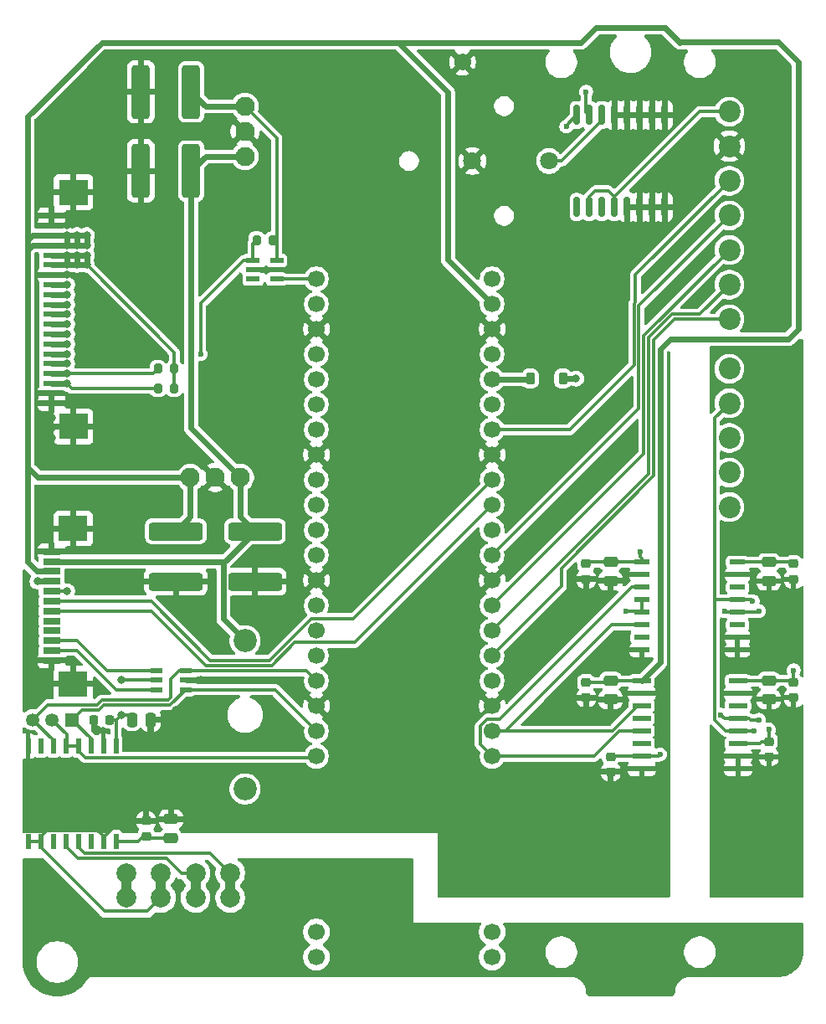
<source format=gbr>
%TF.GenerationSoftware,KiCad,Pcbnew,9.0.3*%
%TF.CreationDate,2025-09-01T08:56:01+03:00*%
%TF.ProjectId,PMCPU-LLP,504d4350-552d-44c4-9c50-2e6b69636164,rev?*%
%TF.SameCoordinates,Original*%
%TF.FileFunction,Copper,L1,Top*%
%TF.FilePolarity,Positive*%
%FSLAX46Y46*%
G04 Gerber Fmt 4.6, Leading zero omitted, Abs format (unit mm)*
G04 Created by KiCad (PCBNEW 9.0.3) date 2025-09-01 08:56:01*
%MOMM*%
%LPD*%
G01*
G04 APERTURE LIST*
G04 Aperture macros list*
%AMRoundRect*
0 Rectangle with rounded corners*
0 $1 Rounding radius*
0 $2 $3 $4 $5 $6 $7 $8 $9 X,Y pos of 4 corners*
0 Add a 4 corners polygon primitive as box body*
4,1,4,$2,$3,$4,$5,$6,$7,$8,$9,$2,$3,0*
0 Add four circle primitives for the rounded corners*
1,1,$1+$1,$2,$3*
1,1,$1+$1,$4,$5*
1,1,$1+$1,$6,$7*
1,1,$1+$1,$8,$9*
0 Add four rect primitives between the rounded corners*
20,1,$1+$1,$2,$3,$4,$5,0*
20,1,$1+$1,$4,$5,$6,$7,0*
20,1,$1+$1,$6,$7,$8,$9,0*
20,1,$1+$1,$8,$9,$2,$3,0*%
G04 Aperture macros list end*
%TA.AperFunction,SMDPad,CuDef*%
%ADD10RoundRect,0.225000X0.225000X0.375000X-0.225000X0.375000X-0.225000X-0.375000X0.225000X-0.375000X0*%
%TD*%
%TA.AperFunction,ComponentPad*%
%ADD11O,6.350000X6.350000*%
%TD*%
%TA.AperFunction,SMDPad,CuDef*%
%ADD12R,1.181100X0.558800*%
%TD*%
%TA.AperFunction,SMDPad,CuDef*%
%ADD13RoundRect,0.200000X0.200000X0.275000X-0.200000X0.275000X-0.200000X-0.275000X0.200000X-0.275000X0*%
%TD*%
%TA.AperFunction,SMDPad,CuDef*%
%ADD14RoundRect,0.250000X-0.475000X0.250000X-0.475000X-0.250000X0.475000X-0.250000X0.475000X0.250000X0*%
%TD*%
%TA.AperFunction,SMDPad,CuDef*%
%ADD15RoundRect,0.225000X-0.250000X0.225000X-0.250000X-0.225000X0.250000X-0.225000X0.250000X0.225000X0*%
%TD*%
%TA.AperFunction,ComponentPad*%
%ADD16C,1.800000*%
%TD*%
%TA.AperFunction,SMDPad,CuDef*%
%ADD17RoundRect,0.250000X-2.450000X0.650000X-2.450000X-0.650000X2.450000X-0.650000X2.450000X0.650000X0*%
%TD*%
%TA.AperFunction,SMDPad,CuDef*%
%ADD18RoundRect,0.250000X0.650000X2.450000X-0.650000X2.450000X-0.650000X-2.450000X0.650000X-2.450000X0*%
%TD*%
%TA.AperFunction,SMDPad,CuDef*%
%ADD19R,1.854200X0.482600*%
%TD*%
%TA.AperFunction,SMDPad,CuDef*%
%ADD20R,0.482600X1.549400*%
%TD*%
%TA.AperFunction,SMDPad,CuDef*%
%ADD21R,1.320800X0.558800*%
%TD*%
%TA.AperFunction,ComponentPad*%
%ADD22C,1.950000*%
%TD*%
%TA.AperFunction,SMDPad,CuDef*%
%ADD23R,1.803400X0.635000*%
%TD*%
%TA.AperFunction,SMDPad,CuDef*%
%ADD24R,2.997200X2.590800*%
%TD*%
%TA.AperFunction,ComponentPad*%
%ADD25R,1.350000X1.350000*%
%TD*%
%TA.AperFunction,ComponentPad*%
%ADD26C,1.350000*%
%TD*%
%TA.AperFunction,SMDPad,CuDef*%
%ADD27RoundRect,0.250000X0.475000X-0.250000X0.475000X0.250000X-0.475000X0.250000X-0.475000X-0.250000X0*%
%TD*%
%TA.AperFunction,SMDPad,CuDef*%
%ADD28RoundRect,0.250000X-0.250000X-0.475000X0.250000X-0.475000X0.250000X0.475000X-0.250000X0.475000X0*%
%TD*%
%TA.AperFunction,ComponentPad*%
%ADD29C,1.700000*%
%TD*%
%TA.AperFunction,SMDPad,CuDef*%
%ADD30R,1.800000X0.600000*%
%TD*%
%TA.AperFunction,SMDPad,CuDef*%
%ADD31R,3.000000X2.600000*%
%TD*%
%TA.AperFunction,ComponentPad*%
%ADD32C,1.725000*%
%TD*%
%TA.AperFunction,SMDPad,CuDef*%
%ADD33RoundRect,0.225000X0.250000X-0.225000X0.250000X0.225000X-0.250000X0.225000X-0.250000X-0.225000X0*%
%TD*%
%TA.AperFunction,ComponentPad*%
%ADD34C,2.200000*%
%TD*%
%TA.AperFunction,SMDPad,CuDef*%
%ADD35R,1.549400X0.482600*%
%TD*%
%TA.AperFunction,SMDPad,CuDef*%
%ADD36RoundRect,0.150000X0.150000X-0.875000X0.150000X0.875000X-0.150000X0.875000X-0.150000X-0.875000X0*%
%TD*%
%TA.AperFunction,ComponentPad*%
%ADD37C,2.000000*%
%TD*%
%TA.AperFunction,SMDPad,CuDef*%
%ADD38RoundRect,0.225000X0.225000X0.250000X-0.225000X0.250000X-0.225000X-0.250000X0.225000X-0.250000X0*%
%TD*%
%TA.AperFunction,ComponentPad*%
%ADD39C,2.350000*%
%TD*%
%TA.AperFunction,ViaPad*%
%ADD40C,0.800000*%
%TD*%
%TA.AperFunction,ViaPad*%
%ADD41C,0.600000*%
%TD*%
%TA.AperFunction,Conductor*%
%ADD42C,0.300000*%
%TD*%
%TA.AperFunction,Conductor*%
%ADD43C,0.600000*%
%TD*%
%TA.AperFunction,Conductor*%
%ADD44C,1.000000*%
%TD*%
G04 APERTURE END LIST*
D10*
%TO.P,D1,1,K*%
%TO.N,+3.3V_CPU*%
X15150000Y13000000D03*
%TO.P,D1,2,A*%
%TO.N,Net-(D1-A)*%
X11850000Y13000000D03*
%TD*%
D11*
%TO.P,PE1,1*%
%TO.N,PE*%
X22000000Y-46000000D03*
%TD*%
D12*
%TO.P,U7,1,1A*%
%TO.N,/UART_RX*%
X-23033150Y-18450001D03*
%TO.P,U7,2,GND*%
%TO.N,GND_BUS*%
X-23033150Y-17500000D03*
%TO.P,U7,3,2A*%
%TO.N,/UART_TX*%
X-23033150Y-16549999D03*
%TO.P,U7,4,2Y*%
%TO.N,/UART_TX_LED*%
X-25966850Y-16549999D03*
%TO.P,U7,5,VCC*%
%TO.N,+3.3V_CPU*%
X-25966850Y-17500000D03*
%TO.P,U7,6,1Y*%
%TO.N,/UART_RX_LED*%
X-25966850Y-18450001D03*
%TD*%
D13*
%TO.P,R10,1*%
%TO.N,+3.3V_CPU*%
X-24175000Y14000000D03*
%TO.P,R10,2*%
%TO.N,/I2C0_SDA*%
X-25825000Y14000000D03*
%TD*%
D14*
%TO.P,C4,1*%
%TO.N,+5V_EXT*%
X36000000Y-17550000D03*
%TO.P,C4,2*%
%TO.N,GND_EXT*%
X36000000Y-19450000D03*
%TD*%
D15*
%TO.P,C8,1*%
%TO.N,+5V_EXT*%
X36000000Y-23705000D03*
%TO.P,C8,2*%
%TO.N,GND_EXT*%
X36000000Y-25255000D03*
%TD*%
D16*
%TO.P,J1,1,1*%
%TO.N,/Vbat*%
X13750000Y35000000D03*
%TO.P,J1,2,2*%
%TO.N,GND_BUS*%
X6000000Y35000000D03*
%TD*%
D17*
%TO.P,C3,1*%
%TO.N,+5V_CPU*%
X-24000000Y-2450000D03*
%TO.P,C3,2*%
%TO.N,GND_BUS*%
X-24000000Y-7550000D03*
%TD*%
D15*
%TO.P,C7,1*%
%TO.N,+5V_EXT*%
X38500000Y-17725000D03*
%TO.P,C7,2*%
%TO.N,GND_EXT*%
X38500000Y-19275000D03*
%TD*%
%TO.P,C15,1*%
%TO.N,+3.3V_CPU*%
X20000000Y-25225000D03*
%TO.P,C15,2*%
%TO.N,GND_BUS*%
X20000000Y-26775000D03*
%TD*%
D14*
%TO.P,C13,1*%
%TO.N,+5V_CPU*%
X20000000Y-17550000D03*
%TO.P,C13,2*%
%TO.N,GND_BUS*%
X20000000Y-19450000D03*
%TD*%
D18*
%TO.P,C6,1*%
%TO.N,+3.3V_CPU*%
X-22450000Y42000000D03*
%TO.P,C6,2*%
%TO.N,GND_BUS*%
X-27550000Y42000000D03*
%TD*%
D13*
%TO.P,R9,1*%
%TO.N,+3.3V_CPU*%
X-24175000Y12000000D03*
%TO.P,R9,2*%
%TO.N,/I2C0_SCL*%
X-25825000Y12000000D03*
%TD*%
D19*
%TO.P,U5,1,Vcc*%
%TO.N,+5V_CPU*%
X23123200Y-17555000D03*
%TO.P,U5,2,GND1*%
%TO.N,GND_BUS*%
X23123200Y-18825000D03*
%TO.P,U5,3,TXD*%
%TO.N,/TX_EXT*%
X23123200Y-20095000D03*
%TO.P,U5,4,NC*%
%TO.N,unconnected-(U5-NC-Pad4)*%
X23123200Y-21365000D03*
%TO.P,U5,5,RXD*%
%TO.N,/RX_EXT*%
X23123200Y-22635000D03*
%TO.P,U5,6,NC*%
%TO.N,unconnected-(U5-NC-Pad6)*%
X23123200Y-23905000D03*
%TO.P,U5,7,Vccl*%
%TO.N,+3.3V_CPU*%
X23123200Y-25175000D03*
%TO.P,U5,8,GND1*%
%TO.N,GND_BUS*%
X23123200Y-26445000D03*
%TO.P,U5,9,GND2*%
%TO.N,GND_EXT*%
X32876800Y-26445000D03*
%TO.P,U5,10,GND2*%
X32876800Y-25175000D03*
%TO.P,U5,11,Visoin*%
%TO.N,+5V_EXT*%
X32876800Y-23905000D03*
%TO.P,U5,12,CANL*%
%TO.N,/Ext_2*%
X32876800Y-22635000D03*
%TO.P,U5,13,CANH*%
%TO.N,/Ext_1*%
X32876800Y-21365000D03*
%TO.P,U5,14,NC*%
%TO.N,unconnected-(U5-NC-Pad14)*%
X32876800Y-20095000D03*
%TO.P,U5,15,GND2*%
%TO.N,GND_EXT*%
X32876800Y-18825000D03*
%TO.P,U5,16,Viso*%
%TO.N,+5V_EXT*%
X32876800Y-17555000D03*
%TD*%
D20*
%TO.P,U4,1,VDD*%
%TO.N,+3.3V_CPU*%
X-30055000Y-24174000D03*
%TO.P,U4,2,GNDA*%
%TO.N,GND_BUS*%
X-31325000Y-24174000D03*
%TO.P,U4,3,RO*%
%TO.N,/UART_RX*%
X-32595000Y-24174000D03*
%TO.P,U4,4,RE*%
%TO.N,/UART_RTS*%
X-33865000Y-24174000D03*
%TO.P,U4,5,DE*%
X-35135000Y-24174000D03*
%TO.P,U4,6,DI*%
%TO.N,/UART_TX*%
X-36405000Y-24174000D03*
%TO.P,U4,7,NC*%
%TO.N,unconnected-(U4-NC-Pad7)*%
X-37675000Y-24174000D03*
%TO.P,U4,8,GNDA*%
%TO.N,GND_BUS*%
X-38945000Y-24174000D03*
%TO.P,U4,9,GNDB*%
X-38945000Y-33826000D03*
%TO.P,U4,10,SEL*%
X-37675000Y-33826000D03*
%TO.P,U4,11,NC*%
%TO.N,unconnected-(U4-NC-Pad11)*%
X-36405000Y-33826000D03*
%TO.P,U4,12,A*%
%TO.N,/A*%
X-35135000Y-33826000D03*
%TO.P,U4,13,B*%
%TO.N,/B*%
X-33865000Y-33826000D03*
%TO.P,U4,14,NC*%
%TO.N,unconnected-(U4-NC-Pad14)*%
X-32595000Y-33826000D03*
%TO.P,U4,15,GNDB*%
%TO.N,GND_BUS*%
X-31325000Y-33826000D03*
%TO.P,U4,16,VISO*%
%TO.N,+3.3V_BUS*%
X-30055000Y-33826000D03*
%TD*%
D21*
%TO.P,CR1,1,\u002AWDO*%
%TO.N,/RST*%
X-16193800Y24950001D03*
%TO.P,CR1,2,GND*%
%TO.N,GND_BUS*%
X-16193800Y24000000D03*
%TO.P,CR1,3,\u002AEN*%
%TO.N,unconnected-(CR1-\u002AEN-Pad3)*%
X-16193800Y23049999D03*
%TO.P,CR1,4,WDI*%
%TO.N,/WDT*%
X-13806200Y23049999D03*
%TO.P,CR1,5,VCC*%
%TO.N,+3.3V_CPU*%
X-13806200Y24950001D03*
%TD*%
D22*
%TO.P,J5,1,VIN*%
%TO.N,+24V_fuse*%
X-17000000Y35460000D03*
%TO.P,J5,2,GND*%
%TO.N,GND_BUS*%
X-17000000Y38000000D03*
%TO.P,J5,3,+VO*%
%TO.N,+3.3V_CPU*%
X-17000000Y40540000D03*
%TD*%
D23*
%TO.P,J7,1,Pin_1*%
%TO.N,GND_BUS*%
X-36556000Y-15499992D03*
%TO.P,J7,2,Pin_2*%
%TO.N,/UART_RX_LED*%
X-36556000Y-14499994D03*
%TO.P,J7,3,Pin_3*%
%TO.N,/UART_TX_LED*%
X-36556000Y-13499996D03*
%TO.P,J7,4,Pin_4*%
%TO.N,unconnected-(J7-Pin_4-Pad4)*%
X-36556000Y-12499998D03*
%TO.P,J7,5,Pin_5*%
%TO.N,/LED_2*%
X-36556000Y-11500000D03*
%TO.P,J7,6,Pin_6*%
%TO.N,/LED_1*%
X-36556000Y-10500000D03*
%TO.P,J7,7,Pin_7*%
%TO.N,/LED_0*%
X-36556000Y-9500000D03*
%TO.P,J7,8,Pin_8*%
%TO.N,/RST*%
X-36556000Y-8500000D03*
%TO.P,J7,9,Pin_9*%
%TO.N,+3.3V_CPU*%
X-36556000Y-7500002D03*
%TO.P,J7,10,Pin_10*%
%TO.N,+5V_CPU*%
X-36556000Y-6500004D03*
%TO.P,J7,11,Pin_11*%
%TO.N,+24V_fuse*%
X-36556000Y-5500006D03*
%TO.P,J7,12,Pin_11*%
%TO.N,GND_BUS*%
X-36556000Y-4500008D03*
D24*
%TO.P,J7,13,Pin_11*%
X-34385999Y-17850003D03*
X-34385999Y-2149997D03*
%TD*%
D25*
%TO.P,J11,1,Pin_1*%
%TO.N,/UART_RX*%
X-34500000Y-21500000D03*
D26*
%TO.P,J11,2,Pin_2*%
%TO.N,/UART_RTS*%
X-36500000Y-21500000D03*
%TO.P,J11,3,Pin_3*%
%TO.N,/UART_TX*%
X-38500000Y-21500000D03*
%TD*%
D27*
%TO.P,C10,1*%
%TO.N,+3.3V_BUS*%
X-24500000Y-33450000D03*
%TO.P,C10,2*%
%TO.N,GND_BUS*%
X-24500000Y-31550000D03*
%TD*%
D28*
%TO.P,C12,1*%
%TO.N,+3.3V_CPU*%
X-28450000Y-21500000D03*
%TO.P,C12,2*%
%TO.N,GND_BUS*%
X-26550000Y-21500000D03*
%TD*%
D22*
%TO.P,J4,1,VIN*%
%TO.N,+24V_fuse*%
X-17460000Y3000000D03*
%TO.P,J4,2,GND*%
%TO.N,GND_BUS*%
X-20000000Y3000000D03*
%TO.P,J4,3,+VO*%
%TO.N,+5V_CPU*%
X-22540000Y3000000D03*
%TD*%
D29*
%TO.P,U3,1,RM_IO22*%
%TO.N,/WDT*%
X-9780000Y23080000D03*
%TO.P,U3,2,RM_IO23*%
%TO.N,unconnected-(U3-RM_IO23-Pad2)*%
X-9780000Y20540000D03*
%TO.P,U3,3,GND*%
%TO.N,GND_BUS*%
X-9780000Y18000000D03*
%TO.P,U3,4,RM_IO12*%
%TO.N,/SPI0_MOSI*%
X-9780000Y15460000D03*
%TO.P,U3,5,RM_IO13*%
%TO.N,/SPI0_MISO*%
X-9780000Y12920000D03*
%TO.P,U3,6,RM_IO0*%
%TO.N,/I2C2_SDA*%
X-9780000Y10380000D03*
%TO.P,U3,7,RM_IO1*%
%TO.N,/I2C2_SCL*%
X-9780000Y7840000D03*
%TO.P,U3,8,GND*%
%TO.N,GND_BUS*%
X-9780000Y5300000D03*
%TO.P,U3,9,RM_IO11*%
%TO.N,/SPI0_SCK*%
X-9780000Y2760000D03*
%TO.P,U3,10,RM_IO10*%
%TO.N,/SPI0_CS0*%
X-9780000Y220000D03*
%TO.P,U3,11,RM_IO9*%
%TO.N,/SPI0_CS1*%
X-9780000Y-2320000D03*
%TO.P,U3,12,RM_IO8*%
%TO.N,/SPI0_CS2*%
X-9780000Y-4860000D03*
%TO.P,U3,13,GND*%
%TO.N,GND_BUS*%
X-9780000Y-7400000D03*
%TO.P,U3,14,RM_IO7*%
%TO.N,/SPI0_CS3*%
X-9780000Y-9940000D03*
%TO.P,U3,15,RM_IO6*%
%TO.N,/I2C0_SDA*%
X-9780000Y-12480000D03*
%TO.P,U3,16,RM_IO5*%
%TO.N,/I2C0_SCL*%
X-9780000Y-15020000D03*
%TO.P,U3,17,RM_IO4*%
%TO.N,/UART_TX*%
X-9780000Y-17560000D03*
%TO.P,U3,18,GND*%
%TO.N,GND_BUS*%
X-9780000Y-20100000D03*
%TO.P,U3,19,RM_IO3*%
%TO.N,/UART_RX*%
X-9780000Y-22640000D03*
%TO.P,U3,20,RM_IO2*%
%TO.N,/UART_RTS*%
X-9780000Y-25180000D03*
%TO.P,U3,21,RM_IO31*%
%TO.N,/RX_EXT*%
X8000000Y-25180000D03*
%TO.P,U3,22,RM_IO30*%
%TO.N,/TX_EXT*%
X8000000Y-22640000D03*
%TO.P,U3,23,GND*%
%TO.N,GND_BUS*%
X8000000Y-20100000D03*
%TO.P,U3,24,RM_IO29*%
%TO.N,/RTS_EXT*%
X8000000Y-17560000D03*
%TO.P,U3,25,RM_IO28*%
%TO.N,/HMI_RES*%
X8000000Y-15020000D03*
%TO.P,U3,26,RM_IO27*%
%TO.N,/HMI_DC*%
X8000000Y-12480000D03*
%TO.P,U3,27,RM_IO26*%
%TO.N,/HMI_CS*%
X8000000Y-9940000D03*
%TO.P,U3,28,GND*%
%TO.N,GND_BUS*%
X8000000Y-7400000D03*
%TO.P,U3,29,RM_IO25*%
%TO.N,/HMI_CLK*%
X8000000Y-4860000D03*
%TO.P,U3,30,RESET*%
%TO.N,unconnected-(U3-RESET-Pad30)*%
X8000000Y-2320000D03*
%TO.P,U3,31,ADC2*%
%TO.N,/LED_1*%
X8000000Y220000D03*
%TO.P,U3,32,ADC3*%
%TO.N,/LED_0*%
X8000000Y2760000D03*
%TO.P,U3,33,GND*%
%TO.N,GND_BUS*%
X8000000Y5300000D03*
%TO.P,U3,34,RM_IO24*%
%TO.N,/HMI_DIN*%
X8000000Y7840000D03*
%TO.P,U3,35,NC*%
%TO.N,unconnected-(U3-NC-Pad35)*%
X8000000Y10380000D03*
%TO.P,U3,36,3V3_OUT*%
%TO.N,Net-(D1-A)*%
X8000000Y12920000D03*
%TO.P,U3,37,3V3_EN*%
%TO.N,unconnected-(U3-3V3_EN-Pad37)*%
X8000000Y15460000D03*
%TO.P,U3,38,GND*%
%TO.N,GND_BUS*%
X8000000Y18000000D03*
%TO.P,U3,39,VSYS*%
%TO.N,+5V_CPU*%
X8000000Y20540000D03*
%TO.P,U3,40,VBUS*%
%TO.N,unconnected-(U3-VBUS-Pad40)*%
X8000000Y23080000D03*
%TO.P,U3,41,NC*%
%TO.N,unconnected-(U3-NC-Pad41)*%
X-9780000Y-42960000D03*
%TO.P,U3,42,NC*%
%TO.N,unconnected-(U3-NC-Pad42)*%
X8000000Y-42960000D03*
%TO.P,U3,43,NC*%
%TO.N,unconnected-(U3-NC-Pad43)*%
X-9780000Y-45500000D03*
%TO.P,U3,44,NC*%
%TO.N,unconnected-(U3-NC-Pad44)*%
X8000000Y-45500000D03*
%TD*%
D30*
%TO.P,JM1,1,Pin_1*%
%TO.N,GND_BUS*%
X-36546000Y10500000D03*
%TO.P,JM1,2,Pin_2*%
X-36546000Y11500000D03*
%TO.P,JM1,3,Pin_3*%
%TO.N,/I2C0_SCL*%
X-36546000Y12500000D03*
%TO.P,JM1,4,Pin_4*%
%TO.N,/I2C0_SDA*%
X-36546000Y13500000D03*
%TO.P,JM1,5,Pin_5*%
%TO.N,Net-(JM1-Pin_5)*%
X-36546000Y14500000D03*
%TO.P,JM1,6,Pin_6*%
%TO.N,/RST*%
X-36546000Y15500000D03*
%TO.P,JM1,7,Pin_7*%
%TO.N,/SPI0_CS3*%
X-36546000Y16500000D03*
%TO.P,JM1,8,Pin_8*%
%TO.N,/SPI0_CS2*%
X-36546000Y17500000D03*
%TO.P,JM1,9,Pin_9*%
%TO.N,/SPI0_CS1*%
X-36546000Y18500000D03*
%TO.P,JM1,10,Pin_10*%
%TO.N,/SPI0_CS0*%
X-36546000Y19500000D03*
%TO.P,JM1,11,Pin_11*%
%TO.N,/SPI0_SCK*%
X-36546000Y20500000D03*
%TO.P,JM1,12,Pin_11*%
%TO.N,/SPI0_MISO*%
X-36546000Y21500000D03*
%TO.P,JM1,13,Pin_11*%
%TO.N,/SPI0_MOSI*%
X-36546000Y22500000D03*
%TO.P,JM1,14,Pin_11*%
%TO.N,GND_BUS*%
X-36546000Y23500000D03*
%TO.P,JM1,15,Pin_11*%
%TO.N,+3.3V_CPU*%
X-36546000Y24500000D03*
%TO.P,JM1,16,Pin_11*%
X-36546000Y25500000D03*
%TO.P,JM1,17,Pin_11*%
%TO.N,+5V_CPU*%
X-36546000Y26500000D03*
%TO.P,JM1,18,Pin_11*%
X-36546000Y27500000D03*
%TO.P,JM1,19,Pin_11*%
%TO.N,GND_BUS*%
X-36546000Y28500000D03*
%TO.P,JM1,20,Pin_11*%
X-36546000Y29500000D03*
D31*
%TO.P,JM1,MP1,Pin_11*%
X-34375000Y8150000D03*
%TO.P,JM1,MP2,Pin_11*%
X-34375000Y31850000D03*
%TD*%
D32*
%TO.P,U2,1*%
%TO.N,GND_BUS*%
X5000000Y45000000D03*
%TD*%
D14*
%TO.P,C19,1*%
%TO.N,+3.3V_CPU*%
X20000000Y-5550000D03*
%TO.P,C19,2*%
%TO.N,GND_BUS*%
X20000000Y-7450000D03*
%TD*%
D33*
%TO.P,C9,1*%
%TO.N,+3.3V_BUS*%
X-27000000Y-33275000D03*
%TO.P,C9,2*%
%TO.N,GND_BUS*%
X-27000000Y-31725000D03*
%TD*%
D13*
%TO.P,R11,1*%
%TO.N,+3.3V_CPU*%
X-14175000Y27000000D03*
%TO.P,R11,2*%
%TO.N,/RST*%
X-15825000Y27000000D03*
%TD*%
D18*
%TO.P,C5,1*%
%TO.N,+24V_fuse*%
X-22450000Y34000000D03*
%TO.P,C5,2*%
%TO.N,GND_BUS*%
X-27550000Y34000000D03*
%TD*%
D34*
%TO.P,J14,1,Pin_1*%
%TO.N,unconnected-(J14-Pin_1-Pad1)*%
X32000000Y0D03*
%TO.P,J14,2,Pin_2*%
%TO.N,/Ext_2*%
X32000000Y3500000D03*
%TO.P,J14,3,Pin_3*%
%TO.N,/Ext_1*%
X32000000Y7000000D03*
%TO.P,J14,4,Pin_4*%
%TO.N,/Ext_2*%
X32000000Y10500000D03*
%TO.P,J14,5,Pin_5*%
%TO.N,/Ext_1*%
X32000000Y14000000D03*
%TD*%
D14*
%TO.P,C17,1*%
%TO.N,+3.3V_EXT*%
X36000000Y-5550000D03*
%TO.P,C17,2*%
%TO.N,GND_EXT*%
X36000000Y-7450000D03*
%TD*%
D17*
%TO.P,C2,1*%
%TO.N,+24V_fuse*%
X-16000000Y-2450000D03*
%TO.P,C2,2*%
%TO.N,GND_BUS*%
X-16000000Y-7550000D03*
%TD*%
D15*
%TO.P,C18,1*%
%TO.N,+3.3V_CPU*%
X17500000Y-5725000D03*
%TO.P,C18,2*%
%TO.N,GND_BUS*%
X17500000Y-7275000D03*
%TD*%
D35*
%TO.P,U8,1,VDD*%
%TO.N,+3.3V_CPU*%
X23174000Y-5555000D03*
%TO.P,U8,2,GNDA*%
%TO.N,GND_BUS*%
X23174000Y-6825000D03*
%TO.P,U8,3,RO*%
%TO.N,/RX_EXT*%
X23174000Y-8095000D03*
%TO.P,U8,4,RE*%
%TO.N,/RTS_EXT*%
X23174000Y-9365000D03*
%TO.P,U8,5,DE*%
X23174000Y-10635000D03*
%TO.P,U8,6,DI*%
%TO.N,/TX_EXT*%
X23174000Y-11905000D03*
%TO.P,U8,7,NC*%
%TO.N,unconnected-(U8-NC-Pad7)*%
X23174000Y-13175000D03*
%TO.P,U8,8,GNDA*%
%TO.N,GND_BUS*%
X23174000Y-14445000D03*
%TO.P,U8,9,GNDB*%
%TO.N,GND_EXT*%
X32826000Y-14445000D03*
%TO.P,U8,10,SEL*%
X32826000Y-13175000D03*
%TO.P,U8,11,NC*%
%TO.N,unconnected-(U8-NC-Pad11)*%
X32826000Y-11905000D03*
%TO.P,U8,12,A*%
%TO.N,/Ext_1*%
X32826000Y-10635000D03*
%TO.P,U8,13,B*%
%TO.N,/Ext_2*%
X32826000Y-9365000D03*
%TO.P,U8,14,NC*%
%TO.N,unconnected-(U8-NC-Pad14)*%
X32826000Y-8095000D03*
%TO.P,U8,15,GNDB*%
%TO.N,GND_EXT*%
X32826000Y-6825000D03*
%TO.P,U8,16,VISO*%
%TO.N,+3.3V_EXT*%
X32826000Y-5555000D03*
%TD*%
D36*
%TO.P,U6,1,32KHZ*%
%TO.N,unconnected-(U6-32KHZ-Pad1)*%
X16555000Y30350000D03*
%TO.P,U6,2,VCC*%
%TO.N,+3.3V_CPU*%
X17825000Y30350000D03*
%TO.P,U6,3,~{INT}/SQW*%
%TO.N,unconnected-(U6-~{INT}{slash}SQW-Pad3)*%
X19095000Y30350000D03*
%TO.P,U6,4,~{RST}*%
%TO.N,+3.3V_CPU*%
X20365000Y30350000D03*
%TO.P,U6,5,GND*%
%TO.N,GND_BUS*%
X21635000Y30350000D03*
%TO.P,U6,6,GND*%
X22905000Y30350000D03*
%TO.P,U6,7,GND*%
X24175000Y30350000D03*
%TO.P,U6,8,GND*%
X25445000Y30350000D03*
%TO.P,U6,9,GND*%
X25445000Y39650000D03*
%TO.P,U6,10,GND*%
X24175000Y39650000D03*
%TO.P,U6,11,GND*%
X22905000Y39650000D03*
%TO.P,U6,12,GND*%
X21635000Y39650000D03*
%TO.P,U6,13,GND*%
X20365000Y39650000D03*
%TO.P,U6,14,VBAT*%
%TO.N,/Vbat*%
X19095000Y39650000D03*
%TO.P,U6,15,SDA*%
%TO.N,/I2C2_SDA*%
X17825000Y39650000D03*
%TO.P,U6,16,SCL*%
%TO.N,/I2C2_SCL*%
X16555000Y39650000D03*
%TD*%
D34*
%TO.P,J13,1,Pin_1*%
%TO.N,/HMI_RES*%
X32000000Y19000000D03*
%TO.P,J13,2,Pin_2*%
%TO.N,/HMI_DC*%
X32000000Y22500000D03*
%TO.P,J13,3,Pin_3*%
%TO.N,/HMI_CS*%
X32000000Y26000000D03*
%TO.P,J13,4,Pin_4*%
%TO.N,/HMI_CLK*%
X32000000Y29500000D03*
%TO.P,J13,5,Pin_5*%
%TO.N,/HMI_DIN*%
X32000000Y33000000D03*
%TO.P,J13,6,Pin_6*%
%TO.N,GND_BUS*%
X32000000Y36500000D03*
%TO.P,J13,7,Pin_7*%
%TO.N,+3.3V_CPU*%
X32000000Y40000000D03*
%TD*%
D37*
%TO.P,J3,1,Pin_1*%
%TO.N,+24V_BUS*%
X-29000000Y-37000000D03*
%TO.P,J3,2,Pin_3*%
%TO.N,GND_BUS*%
X-25500000Y-37000000D03*
%TO.P,J3,3,3*%
%TO.N,/A*%
X-22000000Y-37000000D03*
%TO.P,J3,4,4*%
%TO.N,/B*%
X-18500000Y-37000000D03*
%TO.P,J3,5,Pin_9*%
%TO.N,PE*%
X-15000000Y-37000000D03*
%TO.P,J3,6,Pin_2*%
%TO.N,+24V_BUS*%
X-29000000Y-39500000D03*
%TO.P,J3,7,Pin_4*%
%TO.N,GND_BUS*%
X-25500000Y-39500000D03*
%TO.P,J3,8,Pin_6*%
%TO.N,/A*%
X-22000000Y-39500000D03*
%TO.P,J3,9,Pin_8*%
%TO.N,/B*%
X-18500000Y-39500000D03*
%TO.P,J3,10,Pin_10*%
%TO.N,PE*%
X-15000000Y-39500000D03*
%TD*%
D15*
%TO.P,C14,1*%
%TO.N,+5V_CPU*%
X17500000Y-17725000D03*
%TO.P,C14,2*%
%TO.N,GND_BUS*%
X17500000Y-19275000D03*
%TD*%
D38*
%TO.P,C11,1*%
%TO.N,+3.3V_CPU*%
X-30725000Y-21500000D03*
%TO.P,C11,2*%
%TO.N,GND_BUS*%
X-32275000Y-21500000D03*
%TD*%
D15*
%TO.P,C16,1*%
%TO.N,+3.3V_EXT*%
X38500000Y-5725000D03*
%TO.P,C16,2*%
%TO.N,GND_EXT*%
X38500000Y-7275000D03*
%TD*%
D39*
%TO.P,U1,1,1*%
%TO.N,+24V_BUS*%
X-17000000Y-28500000D03*
%TO.P,U1,2,2*%
%TO.N,+24V_fuse*%
X-17000000Y-13500000D03*
%TD*%
D40*
%TO.N,/I2C0_SDA*%
X-35000000Y13500000D03*
%TO.N,/I2C0_SCL*%
X-35000000Y12500000D03*
D41*
%TO.N,/I2C2_SDA*%
X17500000Y42000000D03*
D40*
%TO.N,+3.3V_CPU*%
X-34000000Y25500000D03*
X-35000000Y24500000D03*
D41*
X25000000Y-25000000D03*
D40*
X-29500000Y-17500000D03*
X-35000000Y25500000D03*
X16500000Y13000000D03*
X-33000000Y25500000D03*
X-33000000Y24500000D03*
D41*
X23000000Y-4500000D03*
D40*
X-34000000Y24500000D03*
X-38000000Y-7500000D03*
X-29500000Y-21000000D03*
%TO.N,GND_BUS*%
X-32000000Y32000000D03*
X-22000000Y-9500000D03*
D41*
X22500000Y-16500000D03*
D40*
X-25000000Y-21500000D03*
X-32000000Y-3000000D03*
D41*
X21500000Y-26500000D03*
D40*
X-32000000Y33000000D03*
X-24000000Y-22500000D03*
X-35000000Y23500000D03*
X-32000000Y8000000D03*
X-23000000Y-21500000D03*
X-32000000Y7000000D03*
X-32000000Y31000000D03*
X-24000000Y-9500000D03*
D41*
X21500000Y-13500000D03*
D40*
X-35000000Y10500000D03*
X-37000000Y-17500000D03*
X-36500000Y8000000D03*
X-32000000Y-2000000D03*
X-23000000Y-10500000D03*
X-36500000Y7000000D03*
X-32000000Y9000000D03*
X-24000000Y-20500000D03*
X-21500000Y-17500000D03*
X-32000000Y-1000000D03*
X-32000000Y-18500000D03*
X-32000000Y-22500000D03*
X-36500000Y9000000D03*
D41*
X22500000Y-27500000D03*
X23500000Y-27500000D03*
D40*
X-35000000Y29500000D03*
X-35000000Y28500000D03*
D41*
X21500000Y-14500000D03*
D40*
X-37000000Y-19000000D03*
%TO.N,+5V_CPU*%
X-34000000Y26500000D03*
X-35000000Y26500000D03*
X-33000000Y26500000D03*
X-35000000Y27500000D03*
X-34000000Y27500000D03*
X-33000000Y27500000D03*
D41*
%TO.N,/I2C2_SCL*%
X15500000Y38500000D03*
D40*
%TO.N,/RST*%
X-35000000Y15500000D03*
D41*
X-21500000Y15500000D03*
D40*
X-35000000Y-8500000D03*
%TO.N,/SPI0_MOSI*%
X-35000000Y22500000D03*
%TO.N,/SPI0_CS2*%
X-35000000Y17500000D03*
%TO.N,/SPI0_CS1*%
X-35000000Y18500000D03*
%TO.N,/SPI0_CS3*%
X-35000000Y16500000D03*
%TO.N,/SPI0_MISO*%
X-35000000Y21500000D03*
D41*
%TO.N,+5V_EXT*%
X36000000Y-22500000D03*
X38500000Y-16500000D03*
%TO.N,/Ext_1*%
X35000000Y-10500000D03*
X31149000Y-21000000D03*
X35000000Y-21500000D03*
X31500000Y-10500000D03*
%TO.N,/Ext_2*%
X34500000Y-22635000D03*
X34350000Y-9500000D03*
%TO.N,/RTS_EXT*%
X21500000Y-10500000D03*
D40*
%TO.N,/SPI0_CS0*%
X-35000000Y19500000D03*
%TO.N,/SPI0_SCK*%
X-35000000Y20500000D03*
%TO.N,Net-(JM1-Pin_5)*%
X-35000000Y14500000D03*
%TD*%
D42*
%TO.N,/LED_1*%
X-5901000Y-13681000D02*
X-11970951Y-13681000D01*
X-36556000Y-10500000D02*
X-26500000Y-10500000D01*
X8000000Y220000D02*
X-5901000Y-13681000D01*
X-14290950Y-16001000D02*
X-20999000Y-16001000D01*
X-11970951Y-13681000D02*
X-14290950Y-16001000D01*
X-20999000Y-16001000D02*
X-26500000Y-10500000D01*
%TO.N,/LED_0*%
X-14498471Y-15500000D02*
X-10277471Y-11279000D01*
X-20500000Y-15500000D02*
X-14498471Y-15500000D01*
X-10277471Y-11279000D02*
X-6039000Y-11279000D01*
X-36556000Y-9500000D02*
X-26500000Y-9500000D01*
X-26500000Y-9500000D02*
X-20500000Y-15500000D01*
X-6039000Y-11279000D02*
X8000000Y2760000D01*
%TO.N,/I2C0_SDA*%
X-25825000Y14000000D02*
X-26325000Y13500000D01*
X-26325000Y13500000D02*
X-35000000Y13500000D01*
D43*
X-35000000Y13500000D02*
X-36546000Y13500000D01*
D42*
%TO.N,/I2C0_SCL*%
X-35000000Y12500000D02*
X-34500000Y12000000D01*
X-34500000Y12000000D02*
X-25825000Y12000000D01*
D43*
X-35000000Y12500000D02*
X-36546000Y12500000D01*
D42*
%TO.N,/I2C2_SDA*%
X17500000Y42000000D02*
X17500000Y39975000D01*
X17500000Y39975000D02*
X17825000Y39650000D01*
D44*
%TO.N,PE*%
X-15000000Y-37000000D02*
X-15000000Y-39500000D01*
D43*
%TO.N,+24V_fuse*%
X-36556000Y-5500006D02*
X-19351994Y-5500006D01*
X-19201000Y-11299000D02*
X-19201000Y-5651000D01*
X-17460000Y3000000D02*
X-22450000Y7990000D01*
X-20990000Y35460000D02*
X-22450000Y34000000D01*
X-17000000Y-13500000D02*
X-19201000Y-11299000D01*
X-22450000Y7990000D02*
X-22450000Y34000000D01*
X-17000000Y35460000D02*
X-20990000Y35460000D01*
X-19351994Y-5500006D02*
X-19201000Y-5651000D01*
X-17460000Y-990000D02*
X-16000000Y-2450000D01*
X-19201000Y-5651000D02*
X-16000000Y-2450000D01*
X-17460000Y3000000D02*
X-17460000Y-990000D01*
D42*
%TO.N,/UART_RTS*%
X-33187300Y-25299700D02*
X-9899700Y-25299700D01*
X-9899700Y-25299700D02*
X-9780000Y-25180000D01*
X-35000000Y-24039000D02*
X-35000000Y-23000000D01*
X-35135000Y-24174000D02*
X-35000000Y-24039000D01*
X-33865000Y-24622000D02*
X-33187300Y-25299700D01*
X-33865000Y-24174000D02*
X-33865000Y-24622000D01*
X-35135000Y-24174000D02*
X-33865000Y-24174000D01*
X-35000000Y-23000000D02*
X-36500000Y-21500000D01*
%TO.N,/UART_TX*%
X-9780000Y-17560000D02*
X-10790001Y-16549999D01*
X-24500000Y-19208331D02*
X-24500000Y-17394900D01*
X-24500000Y-17394900D02*
X-23655099Y-16549999D01*
X-31500000Y-19500000D02*
X-24791669Y-19500000D01*
X-38500000Y-21500000D02*
X-37000000Y-20000000D01*
X-32000000Y-20000000D02*
X-31500000Y-19500000D01*
X-24791669Y-19500000D02*
X-24500000Y-19208331D01*
X-36405000Y-23595000D02*
X-38500000Y-21500000D01*
X-37000000Y-20000000D02*
X-32000000Y-20000000D01*
X-23655099Y-16549999D02*
X-23033150Y-16549999D01*
X-10790001Y-16549999D02*
X-23033150Y-16549999D01*
X-36405000Y-24174000D02*
X-36405000Y-23595000D01*
%TO.N,/UART_RX*%
X-31792479Y-20501000D02*
X-31292480Y-20001000D01*
X-9780000Y-22640000D02*
X-13969999Y-18450001D01*
X-34500000Y-21500000D02*
X-32595000Y-23405000D01*
X-13969999Y-18450001D02*
X-23033150Y-18450001D01*
X-24584149Y-20001000D02*
X-23033150Y-18450001D01*
X-32595000Y-23405000D02*
X-32595000Y-24174000D01*
X-34500000Y-21500000D02*
X-33501000Y-20501000D01*
X-33501000Y-20501000D02*
X-31792479Y-20501000D01*
X-31292480Y-20001000D02*
X-24584149Y-20001000D01*
D44*
%TO.N,+24V_BUS*%
X-29000000Y-39500000D02*
X-29000000Y-37000000D01*
D42*
%TO.N,/Vbat*%
X15022792Y35000000D02*
X19095000Y39072208D01*
X13750000Y35000000D02*
X15022792Y35000000D01*
X19095000Y39072208D02*
X19095000Y39650000D01*
D44*
%TO.N,/B*%
X-18500000Y-39500000D02*
X-18500000Y-37000000D01*
D42*
X-33865000Y-34359400D02*
X-33225400Y-34999000D01*
X-33225400Y-34999000D02*
X-20501000Y-34999000D01*
X-20501000Y-34999000D02*
X-18500000Y-37000000D01*
X-33865000Y-33826000D02*
X-33865000Y-34359400D01*
%TO.N,/A*%
X-24914213Y-35500000D02*
X-33909000Y-35500000D01*
X-23414213Y-37000000D02*
X-24914213Y-35500000D01*
X-33909000Y-35500000D02*
X-35135000Y-34274000D01*
X-35135000Y-34274000D02*
X-35135000Y-33826000D01*
X-22000000Y-37000000D02*
X-23414213Y-37000000D01*
D44*
X-22000000Y-39500000D02*
X-22000000Y-37000000D01*
D42*
%TO.N,/UART_TX_LED*%
X-30949997Y-16549999D02*
X-34000000Y-13499996D01*
X-25966850Y-16549999D02*
X-30949997Y-16549999D01*
X-34000000Y-13499996D02*
X-36556000Y-13499996D01*
%TO.N,/UART_RX_LED*%
X-25966850Y-18450001D02*
X-30049999Y-18450001D01*
X-30049999Y-18450001D02*
X-34000006Y-14499994D01*
X-34000006Y-14499994D02*
X-36556000Y-14499994D01*
D43*
%TO.N,+3.3V_CPU*%
X-35000000Y25500000D02*
X-35000000Y24500000D01*
D42*
X17825000Y30350000D02*
X17825000Y31374999D01*
X-30725000Y-21500000D02*
X-30000000Y-21500000D01*
X-13806200Y24950001D02*
X-13806200Y37346200D01*
D43*
X15150000Y13000000D02*
X16500000Y13000000D01*
D42*
X23174000Y-5555000D02*
X20005000Y-5555000D01*
X23174000Y-25175000D02*
X24825000Y-25175000D01*
X-24175000Y15675000D02*
X-33000000Y24500000D01*
X19730000Y32000000D02*
X20365000Y31365000D01*
X29000000Y40000000D02*
X32000000Y40000000D01*
X19775000Y-25000000D02*
X20000000Y-25225000D01*
D43*
X-38000000Y-7500000D02*
X-36556002Y-7500000D01*
D42*
X20050000Y-25175000D02*
X20000000Y-25225000D01*
X23174000Y-5174000D02*
X23174000Y-5555000D01*
X-30000000Y-21500000D02*
X-29500000Y-21000000D01*
X-13806200Y37346200D02*
X-17000000Y40540000D01*
D43*
X-34000000Y25500000D02*
X-34000000Y24500000D01*
X-20990000Y40540000D02*
X-22450000Y42000000D01*
D42*
X-24175000Y14000000D02*
X-24175000Y15675000D01*
X-25966850Y-17500000D02*
X-29500000Y-17500000D01*
X-28950000Y-21000000D02*
X-28450000Y-21500000D01*
X-30055000Y-21555000D02*
X-30055000Y-24174000D01*
X20365000Y30350000D02*
X20365000Y31365000D01*
X20000000Y-5550000D02*
X17675000Y-5550000D01*
D43*
X-17000000Y40540000D02*
X-20990000Y40540000D01*
D42*
X20365000Y31365000D02*
X29000000Y40000000D01*
X23123200Y-25175000D02*
X20050000Y-25175000D01*
D43*
X-36556002Y-7500000D02*
X-36556000Y-7500002D01*
D42*
X-29500000Y-21000000D02*
X-28950000Y-21000000D01*
X24825000Y-25175000D02*
X25000000Y-25000000D01*
X-29500000Y-21000000D02*
X-30055000Y-21555000D01*
X18450001Y32000000D02*
X19730000Y32000000D01*
D43*
X-33000000Y25500000D02*
X-36546000Y25500000D01*
X-33000000Y25500000D02*
X-33000000Y24500000D01*
D42*
X-24175000Y12000000D02*
X-24175000Y14000000D01*
X17675000Y-5550000D02*
X17500000Y-5725000D01*
D43*
X-33000000Y24500000D02*
X-36546000Y24500000D01*
D42*
X23000000Y-5000000D02*
X23174000Y-5174000D01*
X23000000Y-4500000D02*
X23000000Y-5000000D01*
X17825000Y31374999D02*
X18450001Y32000000D01*
X20005000Y-5555000D02*
X20000000Y-5550000D01*
%TO.N,+3.3V_BUS*%
X-26825000Y-33450000D02*
X-27000000Y-33275000D01*
X-27275000Y-33275000D02*
X-27826000Y-33826000D01*
X-27000000Y-33275000D02*
X-27275000Y-33275000D01*
X-27826000Y-33826000D02*
X-30055000Y-33826000D01*
X-24500000Y-33450000D02*
X-26825000Y-33450000D01*
%TO.N,GND_BUS*%
X-37675000Y-34359400D02*
X-31183400Y-40851000D01*
X-31917300Y-32700300D02*
X-37082700Y-32700300D01*
X-37082700Y-32700300D02*
X-37675000Y-33292600D01*
X-31325000Y-33826000D02*
X-31325000Y-33292600D01*
X-38945000Y-33826000D02*
X-37675000Y-33826000D01*
X-29672000Y-31725000D02*
X-31325000Y-33378000D01*
X-31325000Y-33378000D02*
X-31325000Y-33826000D01*
D44*
X-25500000Y-37000000D02*
X-25500000Y-39500000D01*
D42*
X-26851000Y-40851000D02*
X-25500000Y-39500000D01*
X-27000000Y-31725000D02*
X-29672000Y-31725000D01*
X-31183400Y-40851000D02*
X-26851000Y-40851000D01*
X-31325000Y-33292600D02*
X-31917300Y-32700300D01*
X-37675000Y-33826000D02*
X-37675000Y-34359400D01*
X-37675000Y-33292600D02*
X-37675000Y-33826000D01*
D43*
%TO.N,+5V_CPU*%
X39000000Y45000000D02*
X39000000Y18000000D01*
X-24000000Y-2450000D02*
X-22540000Y-990000D01*
D42*
X19825000Y-17725000D02*
X20000000Y-17550000D01*
X20555000Y-17555000D02*
X23174000Y-17555000D01*
D43*
X25500000Y48500000D02*
X27000000Y47000000D01*
X27000000Y47000000D02*
X27008568Y47008568D01*
X3540000Y41960000D02*
X-1500000Y47000000D01*
D42*
X17675000Y-17550000D02*
X17500000Y-17725000D01*
D43*
X-34000000Y27500000D02*
X-34000000Y26500000D01*
X-22540000Y3000000D02*
X-38000000Y3000000D01*
X36991432Y47008568D02*
X39000000Y45000000D01*
X25000000Y-15729000D02*
X23174000Y-17555000D01*
D42*
X17500000Y-17725000D02*
X19825000Y-17725000D01*
D43*
X-31500000Y47000000D02*
X1000000Y47000000D01*
X-33000000Y27500000D02*
X-36546000Y27500000D01*
D42*
X20005000Y-17555000D02*
X20000000Y-17550000D01*
D43*
X-33000000Y26500000D02*
X-36546000Y26500000D01*
X-39000000Y4000000D02*
X-39000000Y6000000D01*
D42*
X20000000Y-17550000D02*
X20550000Y-17550000D01*
D43*
X-35000000Y27500000D02*
X-35000000Y26500000D01*
X-38500000Y26500000D02*
X-39000000Y26000000D01*
X1000000Y47000000D02*
X17000000Y47000000D01*
X-33000000Y27500000D02*
X-33000000Y26500000D01*
X-38500000Y27500000D02*
X-39000000Y27000000D01*
X-22540000Y-990000D02*
X-22540000Y3000000D01*
X-36556000Y-6500004D02*
X-38057700Y-6500004D01*
X-38000000Y3000000D02*
X-39000000Y4000000D01*
X8000000Y20540000D02*
X3540000Y25000000D01*
X-38057700Y-6500004D02*
X-39000000Y-5557704D01*
D42*
X20550000Y-17550000D02*
X20555000Y-17555000D01*
D43*
X-36546000Y26500000D02*
X-38500000Y26500000D01*
X-36546000Y27500000D02*
X-38500000Y27500000D01*
X25000000Y16000000D02*
X25000000Y-15729000D01*
X38000000Y17000000D02*
X26000000Y17000000D01*
X-39000000Y14500000D02*
X-39000000Y26000000D01*
X27008568Y47008568D02*
X36991432Y47008568D01*
X26000000Y17000000D02*
X25000000Y16000000D01*
X-39000000Y-5557704D02*
X-39000000Y6000000D01*
X-1500000Y47000000D02*
X1000000Y47000000D01*
X17000000Y47000000D02*
X18500000Y48500000D01*
X39000000Y18000000D02*
X38000000Y17000000D01*
X-39000000Y26000000D02*
X-39000000Y27000000D01*
X-39000000Y6000000D02*
X-39000000Y14500000D01*
X18500000Y48500000D02*
X25500000Y48500000D01*
X-39000000Y27000000D02*
X-39000000Y39500000D01*
X-39000000Y39500000D02*
X-31500000Y47000000D01*
X3540000Y25000000D02*
X3540000Y41960000D01*
D42*
%TO.N,/I2C2_SCL*%
X15500000Y38595000D02*
X16555000Y39650000D01*
X15500000Y38500000D02*
X15500000Y38595000D01*
%TO.N,/RST*%
X-16193800Y26631200D02*
X-15825000Y27000000D01*
X-21500000Y20604201D02*
X-21500000Y15500000D01*
X-16193800Y24950001D02*
X-16193800Y26631200D01*
X-17154200Y24950001D02*
X-21500000Y20604201D01*
X-35000000Y-8500000D02*
X-36556000Y-8500000D01*
X-16193800Y24950001D02*
X-17154200Y24950001D01*
D43*
X-35000000Y15500000D02*
X-36546000Y15500000D01*
D42*
%TO.N,/WDT*%
X-9810001Y23049999D02*
X-9780000Y23080000D01*
X-13806200Y23049999D02*
X-9810001Y23049999D01*
D43*
%TO.N,/SPI0_MOSI*%
X-35000000Y22500000D02*
X-36546000Y22500000D01*
%TO.N,/SPI0_CS2*%
X-35000000Y17500000D02*
X-36546000Y17500000D01*
%TO.N,/SPI0_CS1*%
X-35000000Y18500000D02*
X-36546000Y18500000D01*
%TO.N,/SPI0_CS3*%
X-35000000Y16500000D02*
X-36546000Y16500000D01*
%TO.N,Net-(D1-A)*%
X11770000Y12920000D02*
X11850000Y13000000D01*
X8000000Y12920000D02*
X11770000Y12920000D01*
%TO.N,/SPI0_MISO*%
X-35000000Y21500000D02*
X-36546000Y21500000D01*
D42*
%TO.N,/HMI_DC*%
X8000000Y-12480000D02*
X23848000Y3368000D01*
X23848000Y3368000D02*
X23848000Y17139480D01*
X23848000Y17139480D02*
X26209520Y19501000D01*
X29001000Y19501000D02*
X32000000Y22500000D01*
X26209520Y19501000D02*
X29001000Y19501000D01*
%TO.N,/HMI_CS*%
X23347000Y17347000D02*
X32000000Y26000000D01*
X8000000Y-9940000D02*
X23347000Y5407000D01*
X23347000Y5407000D02*
X23347000Y17347000D01*
%TO.N,/HMI_DIN*%
X22345000Y14345000D02*
X22345000Y20553520D01*
X8000000Y7840000D02*
X15840000Y7840000D01*
X22345000Y20553520D02*
X22500000Y20708521D01*
X22500000Y23500000D02*
X32000000Y33000000D01*
X22500000Y20708521D02*
X22500000Y23500000D01*
X15840000Y7840000D02*
X22345000Y14345000D01*
%TO.N,/HMI_CLK*%
X22846000Y9986000D02*
X22846000Y20346000D01*
X8000000Y-4860000D02*
X22846000Y9986000D01*
X22846000Y20346000D02*
X32000000Y29500000D01*
%TO.N,/HMI_RES*%
X24349000Y16931960D02*
X26417040Y19000000D01*
X32000000Y19000000D02*
X26417040Y19000000D01*
X15000000Y-6188520D02*
X24349000Y3160480D01*
X24349000Y3160480D02*
X24349000Y16931960D01*
X8000000Y-15020000D02*
X15000000Y-8020000D01*
X15000000Y-8020000D02*
X15000000Y-6188520D01*
%TO.N,+5V_EXT*%
X36000000Y-17550000D02*
X38325000Y-17550000D01*
X36000000Y-23705000D02*
X35295000Y-23705000D01*
X35095000Y-23905000D02*
X32876800Y-23905000D01*
X35295000Y-23705000D02*
X35095000Y-23905000D01*
X38325000Y-17550000D02*
X38500000Y-17725000D01*
X32876800Y-17555000D02*
X35495000Y-17555000D01*
X36000000Y-23705000D02*
X36000000Y-22500000D01*
X38500000Y-16500000D02*
X38500000Y-17225000D01*
%TO.N,/TX_EXT*%
X9360000Y-22640000D02*
X8000000Y-22640000D01*
X20095000Y-11905000D02*
X9360000Y-22640000D01*
X8000000Y-22640000D02*
X20181000Y-22640000D01*
X22726000Y-20095000D02*
X23174000Y-20095000D01*
X23174000Y-11905000D02*
X20095000Y-11905000D01*
X20410500Y-22410500D02*
X22726000Y-20095000D01*
X20181000Y-22640000D02*
X20410500Y-22410500D01*
%TO.N,/RX_EXT*%
X22105471Y-8095000D02*
X23174000Y-8095000D01*
X20894520Y-22635000D02*
X18349520Y-25180000D01*
X23174000Y-22635000D02*
X20894520Y-22635000D01*
X6799000Y-22142529D02*
X7502529Y-21439000D01*
X18349520Y-25180000D02*
X8000000Y-25180000D01*
X6799000Y-23979000D02*
X6799000Y-22142529D01*
X7502529Y-21439000D02*
X8761471Y-21439000D01*
X8000000Y-25180000D02*
X6799000Y-23979000D01*
X8761471Y-21439000D02*
X22105471Y-8095000D01*
%TO.N,/Ext_1*%
X35000000Y-21500000D02*
X34135000Y-21500000D01*
X32365000Y-21365000D02*
X32826000Y-21365000D01*
X34135000Y-21500000D02*
X34000000Y-21365000D01*
X31635000Y-10635000D02*
X31500000Y-10500000D01*
X31149000Y-21000000D02*
X31514000Y-21365000D01*
X32826000Y-10635000D02*
X34865000Y-10635000D01*
X31514000Y-21365000D02*
X32876800Y-21365000D01*
X32826000Y-10635000D02*
X31635000Y-10635000D01*
X34865000Y-10635000D02*
X35000000Y-10500000D01*
X34000000Y-21365000D02*
X32276400Y-21365000D01*
%TO.N,/Ext_2*%
X31365000Y-9365000D02*
X32826000Y-9365000D01*
X32276400Y-22635000D02*
X34500000Y-22635000D01*
X32826000Y-9365000D02*
X34215000Y-9365000D01*
X32276400Y-22635000D02*
X31635000Y-22635000D01*
X32000000Y10500000D02*
X30500000Y9000000D01*
X32826000Y-22635000D02*
X32276400Y-22635000D01*
X30499000Y-9365000D02*
X31365000Y-9365000D01*
X31635000Y-22635000D02*
X30499000Y-21499000D01*
X34215000Y-9365000D02*
X34350000Y-9500000D01*
X30500000Y-9365000D02*
X31365000Y-9365000D01*
X30499000Y-21499000D02*
X30499000Y-9365000D01*
X30500000Y9000000D02*
X30500000Y-9365000D01*
%TO.N,+3.3V_EXT*%
X36000000Y-5550000D02*
X38325000Y-5550000D01*
X38325000Y-5550000D02*
X38500000Y-5725000D01*
X32826000Y-5555000D02*
X35995000Y-5555000D01*
X35995000Y-5555000D02*
X36000000Y-5550000D01*
%TO.N,/RTS_EXT*%
X23174000Y-9365000D02*
X23174000Y-10635000D01*
X23039000Y-10500000D02*
X23174000Y-10635000D01*
X21500000Y-10500000D02*
X23039000Y-10500000D01*
D43*
%TO.N,/SPI0_CS0*%
X-35000000Y19500000D02*
X-36546000Y19500000D01*
%TO.N,/SPI0_SCK*%
X-35000000Y20500000D02*
X-36546000Y20500000D01*
%TO.N,Net-(JM1-Pin_5)*%
X-36546000Y14500000D02*
X-35000000Y14500000D01*
%TD*%
%TA.AperFunction,Conductor*%
%TO.N,PE*%
G36*
X-37438669Y-35519685D02*
G01*
X-37418027Y-35536319D01*
X-31598075Y-41356272D01*
X-31598074Y-41356273D01*
X-31598071Y-41356275D01*
X-31598069Y-41356277D01*
X-31491527Y-41427465D01*
X-31373144Y-41476501D01*
X-31373140Y-41476501D01*
X-31373139Y-41476502D01*
X-31247472Y-41501500D01*
X-31247469Y-41501500D01*
X-26786929Y-41501500D01*
X-26702385Y-41484682D01*
X-26661256Y-41476501D01*
X-26542873Y-41427465D01*
X-26436331Y-41356277D01*
X-26050192Y-40970136D01*
X-25988873Y-40936654D01*
X-25924198Y-40939888D01*
X-25851368Y-40963553D01*
X-25734730Y-40982026D01*
X-25618097Y-41000500D01*
X-25618092Y-41000500D01*
X-25381903Y-41000500D01*
X-25148632Y-40963553D01*
X-24924008Y-40890568D01*
X-24713567Y-40783343D01*
X-24522490Y-40644517D01*
X-24355483Y-40477510D01*
X-24216657Y-40286433D01*
X-24109432Y-40075992D01*
X-24036447Y-39851368D01*
X-23999500Y-39618097D01*
X-23999500Y-39381902D01*
X-24036447Y-39148631D01*
X-24109434Y-38924003D01*
X-24216658Y-38713566D01*
X-24355483Y-38522490D01*
X-24463181Y-38414792D01*
X-24477885Y-38387864D01*
X-24494477Y-38362046D01*
X-24495369Y-38355845D01*
X-24496666Y-38353469D01*
X-24499500Y-38327111D01*
X-24499500Y-38172889D01*
X-24479815Y-38105850D01*
X-24463181Y-38085208D01*
X-24355483Y-37977510D01*
X-24216657Y-37786433D01*
X-24109432Y-37575992D01*
X-24085818Y-37503315D01*
X-24046382Y-37445641D01*
X-23982024Y-37418442D01*
X-23913177Y-37430356D01*
X-23880207Y-37453953D01*
X-23828886Y-37505274D01*
X-23723053Y-37575989D01*
X-23722342Y-37576464D01*
X-23722336Y-37576467D01*
X-23603962Y-37625499D01*
X-23603957Y-37625501D01*
X-23603953Y-37625501D01*
X-23603952Y-37625502D01*
X-23478285Y-37650500D01*
X-23478282Y-37650500D01*
X-23428592Y-37650500D01*
X-23361553Y-37670185D01*
X-23318107Y-37718205D01*
X-23283343Y-37786433D01*
X-23144517Y-37977510D01*
X-23144515Y-37977512D01*
X-23036819Y-38085208D01*
X-23022116Y-38112135D01*
X-23005523Y-38137954D01*
X-23004632Y-38144154D01*
X-23003334Y-38146531D01*
X-23000500Y-38172889D01*
X-23000500Y-38327111D01*
X-23020185Y-38394150D01*
X-23036819Y-38414792D01*
X-23144515Y-38522487D01*
X-23144515Y-38522488D01*
X-23144517Y-38522490D01*
X-23204138Y-38604550D01*
X-23283343Y-38713566D01*
X-23390567Y-38924003D01*
X-23463554Y-39148631D01*
X-23500500Y-39381902D01*
X-23500500Y-39618097D01*
X-23463554Y-39851368D01*
X-23390567Y-40075996D01*
X-23327128Y-40200500D01*
X-23283343Y-40286433D01*
X-23144517Y-40477510D01*
X-22977510Y-40644517D01*
X-22786433Y-40783343D01*
X-22687009Y-40834002D01*
X-22575997Y-40890566D01*
X-22575995Y-40890566D01*
X-22575992Y-40890568D01*
X-22496465Y-40916408D01*
X-22351369Y-40963553D01*
X-22118097Y-41000500D01*
X-22118092Y-41000500D01*
X-21881903Y-41000500D01*
X-21648632Y-40963553D01*
X-21424008Y-40890568D01*
X-21213567Y-40783343D01*
X-21022490Y-40644517D01*
X-20855483Y-40477510D01*
X-20716657Y-40286433D01*
X-20609432Y-40075992D01*
X-20536447Y-39851368D01*
X-20499500Y-39618097D01*
X-20499500Y-39381902D01*
X-20536447Y-39148631D01*
X-20609434Y-38924003D01*
X-20716658Y-38713566D01*
X-20855483Y-38522490D01*
X-20963181Y-38414792D01*
X-20977885Y-38387864D01*
X-20994477Y-38362046D01*
X-20995369Y-38355845D01*
X-20996666Y-38353469D01*
X-20999500Y-38327111D01*
X-20999500Y-38172889D01*
X-20979815Y-38105850D01*
X-20963181Y-38085208D01*
X-20855483Y-37977510D01*
X-20716657Y-37786433D01*
X-20609432Y-37575992D01*
X-20536447Y-37351368D01*
X-20529111Y-37305048D01*
X-20499500Y-37118097D01*
X-20499500Y-36881902D01*
X-20536447Y-36648631D01*
X-20581125Y-36511128D01*
X-20609432Y-36424008D01*
X-20609434Y-36424005D01*
X-20609434Y-36424003D01*
X-20676619Y-36292147D01*
X-20716657Y-36213567D01*
X-20855483Y-36022490D01*
X-21016792Y-35861181D01*
X-21027405Y-35841744D01*
X-21041905Y-35825011D01*
X-21043822Y-35811679D01*
X-21050277Y-35799858D01*
X-21048698Y-35777771D01*
X-21051849Y-35755853D01*
X-21046254Y-35743601D01*
X-21045293Y-35730166D01*
X-21032023Y-35712439D01*
X-21022824Y-35692297D01*
X-21011493Y-35685014D01*
X-21003421Y-35674233D01*
X-20982676Y-35666495D01*
X-20964046Y-35654523D01*
X-20942128Y-35651371D01*
X-20937957Y-35649816D01*
X-20929111Y-35649500D01*
X-20821808Y-35649500D01*
X-20754769Y-35669185D01*
X-20734127Y-35685819D01*
X-19970141Y-36449805D01*
X-19936656Y-36511128D01*
X-19939891Y-36575803D01*
X-19963553Y-36648628D01*
X-20000500Y-36881902D01*
X-20000500Y-37118097D01*
X-19963554Y-37351368D01*
X-19890567Y-37575996D01*
X-19818107Y-37718205D01*
X-19783343Y-37786433D01*
X-19644517Y-37977510D01*
X-19644515Y-37977512D01*
X-19536819Y-38085208D01*
X-19522116Y-38112135D01*
X-19505523Y-38137954D01*
X-19504632Y-38144154D01*
X-19503334Y-38146531D01*
X-19500500Y-38172889D01*
X-19500500Y-38327111D01*
X-19520185Y-38394150D01*
X-19536819Y-38414792D01*
X-19644515Y-38522487D01*
X-19644515Y-38522488D01*
X-19644517Y-38522490D01*
X-19704138Y-38604550D01*
X-19783343Y-38713566D01*
X-19890567Y-38924003D01*
X-19963554Y-39148631D01*
X-20000500Y-39381902D01*
X-20000500Y-39618097D01*
X-19963554Y-39851368D01*
X-19890567Y-40075996D01*
X-19827128Y-40200500D01*
X-19783343Y-40286433D01*
X-19644517Y-40477510D01*
X-19477510Y-40644517D01*
X-19286433Y-40783343D01*
X-19187009Y-40834002D01*
X-19075997Y-40890566D01*
X-19075995Y-40890566D01*
X-19075992Y-40890568D01*
X-18996465Y-40916408D01*
X-18851369Y-40963553D01*
X-18618097Y-41000500D01*
X-18618092Y-41000500D01*
X-18381903Y-41000500D01*
X-18148632Y-40963553D01*
X-17924008Y-40890568D01*
X-17713567Y-40783343D01*
X-17522490Y-40644517D01*
X-17355483Y-40477510D01*
X-17216657Y-40286433D01*
X-17109432Y-40075992D01*
X-17036447Y-39851368D01*
X-16999500Y-39618097D01*
X-16999500Y-39381902D01*
X-17036447Y-39148631D01*
X-17109434Y-38924003D01*
X-17216658Y-38713566D01*
X-17355483Y-38522490D01*
X-17463181Y-38414792D01*
X-17477885Y-38387864D01*
X-17494477Y-38362046D01*
X-17495369Y-38355845D01*
X-17496666Y-38353469D01*
X-17499500Y-38327111D01*
X-17499500Y-38172889D01*
X-17479815Y-38105850D01*
X-17463181Y-38085208D01*
X-17355483Y-37977510D01*
X-17216657Y-37786433D01*
X-17109432Y-37575992D01*
X-17036447Y-37351368D01*
X-17029111Y-37305048D01*
X-16999500Y-37118097D01*
X-16999500Y-36881902D01*
X-17036447Y-36648631D01*
X-17081125Y-36511128D01*
X-17109432Y-36424008D01*
X-17109434Y-36424005D01*
X-17109434Y-36424003D01*
X-17176619Y-36292147D01*
X-17216657Y-36213567D01*
X-17355483Y-36022490D01*
X-17522490Y-35855483D01*
X-17703024Y-35724317D01*
X-17745688Y-35668988D01*
X-17751667Y-35599374D01*
X-17719061Y-35537579D01*
X-17658222Y-35503222D01*
X-17630137Y-35500000D01*
X-124000Y-35500000D01*
X-56961Y-35519685D01*
X-11206Y-35572489D01*
X0Y-35624000D01*
X0Y-42000000D01*
X6784807Y-42000000D01*
X6851846Y-42019685D01*
X6897601Y-42072489D01*
X6907545Y-42141647D01*
X6885125Y-42196885D01*
X6844951Y-42252179D01*
X6748444Y-42441585D01*
X6682753Y-42643760D01*
X6649500Y-42853713D01*
X6649500Y-43066286D01*
X6682753Y-43276239D01*
X6748444Y-43478414D01*
X6844951Y-43667820D01*
X6969890Y-43839786D01*
X7120213Y-43990109D01*
X7292182Y-44115050D01*
X7300946Y-44119516D01*
X7351742Y-44167491D01*
X7368536Y-44235312D01*
X7345998Y-44301447D01*
X7300946Y-44340484D01*
X7292182Y-44344949D01*
X7120213Y-44469890D01*
X6969890Y-44620213D01*
X6844951Y-44792179D01*
X6748444Y-44981585D01*
X6682753Y-45183760D01*
X6660641Y-45323369D01*
X6649500Y-45393713D01*
X6649500Y-45606287D01*
X6682754Y-45816243D01*
X6743507Y-46003222D01*
X6748444Y-46018414D01*
X6844951Y-46207820D01*
X6969890Y-46379786D01*
X7120213Y-46530109D01*
X7292179Y-46655048D01*
X7292181Y-46655049D01*
X7292184Y-46655051D01*
X7481588Y-46751557D01*
X7683757Y-46817246D01*
X7893713Y-46850500D01*
X7893714Y-46850500D01*
X8106286Y-46850500D01*
X8106287Y-46850500D01*
X8316243Y-46817246D01*
X8518412Y-46751557D01*
X8707816Y-46655051D01*
X8818704Y-46574487D01*
X8879786Y-46530109D01*
X8879788Y-46530106D01*
X8879792Y-46530104D01*
X9030104Y-46379792D01*
X9030106Y-46379788D01*
X9030109Y-46379786D01*
X9155048Y-46207820D01*
X9155047Y-46207820D01*
X9155051Y-46207816D01*
X9251557Y-46018412D01*
X9317246Y-45816243D01*
X9350500Y-45606287D01*
X9350500Y-45393713D01*
X9317246Y-45183757D01*
X9251557Y-44981588D01*
X9196758Y-44874038D01*
X13399500Y-44874038D01*
X13399500Y-45125961D01*
X13438910Y-45374785D01*
X13516760Y-45614383D01*
X13631132Y-45838848D01*
X13779201Y-46042649D01*
X13779205Y-46042654D01*
X13957345Y-46220794D01*
X13957350Y-46220798D01*
X14135117Y-46349952D01*
X14161155Y-46368870D01*
X14304184Y-46441747D01*
X14385616Y-46483239D01*
X14385618Y-46483239D01*
X14385621Y-46483241D01*
X14625215Y-46561090D01*
X14874038Y-46600500D01*
X14874039Y-46600500D01*
X15125961Y-46600500D01*
X15125962Y-46600500D01*
X15374785Y-46561090D01*
X15614379Y-46483241D01*
X15838845Y-46368870D01*
X16042656Y-46220793D01*
X16220793Y-46042656D01*
X16368870Y-45838845D01*
X16483241Y-45614379D01*
X16561090Y-45374785D01*
X16600500Y-45125962D01*
X16600500Y-44874038D01*
X27399500Y-44874038D01*
X27399500Y-45125961D01*
X27438910Y-45374785D01*
X27516760Y-45614383D01*
X27631132Y-45838848D01*
X27779201Y-46042649D01*
X27779205Y-46042654D01*
X27957345Y-46220794D01*
X27957350Y-46220798D01*
X28135117Y-46349952D01*
X28161155Y-46368870D01*
X28304184Y-46441747D01*
X28385616Y-46483239D01*
X28385618Y-46483239D01*
X28385621Y-46483241D01*
X28625215Y-46561090D01*
X28874038Y-46600500D01*
X28874039Y-46600500D01*
X29125961Y-46600500D01*
X29125962Y-46600500D01*
X29374785Y-46561090D01*
X29614379Y-46483241D01*
X29838845Y-46368870D01*
X30042656Y-46220793D01*
X30220793Y-46042656D01*
X30368870Y-45838845D01*
X30483241Y-45614379D01*
X30561090Y-45374785D01*
X30600500Y-45125962D01*
X30600500Y-44874038D01*
X30561090Y-44625215D01*
X30483241Y-44385621D01*
X30483239Y-44385618D01*
X30483239Y-44385616D01*
X30414013Y-44249754D01*
X30368870Y-44161155D01*
X30256656Y-44006705D01*
X30220798Y-43957350D01*
X30220794Y-43957345D01*
X30042654Y-43779205D01*
X30042649Y-43779201D01*
X29838848Y-43631132D01*
X29838847Y-43631131D01*
X29838845Y-43631130D01*
X29768747Y-43595413D01*
X29614383Y-43516760D01*
X29374785Y-43438910D01*
X29125962Y-43399500D01*
X28874038Y-43399500D01*
X28749626Y-43419205D01*
X28625214Y-43438910D01*
X28385616Y-43516760D01*
X28161151Y-43631132D01*
X27957350Y-43779201D01*
X27957345Y-43779205D01*
X27779205Y-43957345D01*
X27779201Y-43957350D01*
X27631132Y-44161151D01*
X27516760Y-44385616D01*
X27438910Y-44625214D01*
X27399500Y-44874038D01*
X16600500Y-44874038D01*
X16561090Y-44625215D01*
X16483241Y-44385621D01*
X16483239Y-44385618D01*
X16483239Y-44385616D01*
X16414013Y-44249754D01*
X16368870Y-44161155D01*
X16256656Y-44006705D01*
X16220798Y-43957350D01*
X16220794Y-43957345D01*
X16042654Y-43779205D01*
X16042649Y-43779201D01*
X15838848Y-43631132D01*
X15838847Y-43631131D01*
X15838845Y-43631130D01*
X15768747Y-43595413D01*
X15614383Y-43516760D01*
X15374785Y-43438910D01*
X15125962Y-43399500D01*
X14874038Y-43399500D01*
X14749626Y-43419205D01*
X14625214Y-43438910D01*
X14385616Y-43516760D01*
X14161151Y-43631132D01*
X13957350Y-43779201D01*
X13957345Y-43779205D01*
X13779205Y-43957345D01*
X13779201Y-43957350D01*
X13631132Y-44161151D01*
X13516760Y-44385616D01*
X13438910Y-44625214D01*
X13399500Y-44874038D01*
X9196758Y-44874038D01*
X9155051Y-44792184D01*
X9155049Y-44792181D01*
X9155048Y-44792179D01*
X9030109Y-44620213D01*
X8879786Y-44469890D01*
X8707820Y-44344951D01*
X8707115Y-44344591D01*
X8699054Y-44340485D01*
X8648259Y-44292512D01*
X8631463Y-44224692D01*
X8653999Y-44158556D01*
X8699054Y-44119515D01*
X8707816Y-44115051D01*
X8856943Y-44006705D01*
X8879786Y-43990109D01*
X8879788Y-43990106D01*
X8879792Y-43990104D01*
X9030104Y-43839792D01*
X9030106Y-43839788D01*
X9030109Y-43839786D01*
X9155048Y-43667820D01*
X9155047Y-43667820D01*
X9155051Y-43667816D01*
X9251557Y-43478412D01*
X9317246Y-43276243D01*
X9350500Y-43066287D01*
X9350500Y-42853713D01*
X9317246Y-42643757D01*
X9251557Y-42441588D01*
X9155051Y-42252184D01*
X9155049Y-42252181D01*
X9155048Y-42252179D01*
X9114875Y-42196885D01*
X9091395Y-42131078D01*
X9107221Y-42063025D01*
X9157327Y-42014330D01*
X9215193Y-42000000D01*
X39375500Y-42000000D01*
X39442539Y-42019685D01*
X39488294Y-42072489D01*
X39499500Y-42124000D01*
X39499500Y-44996249D01*
X39499274Y-45003736D01*
X39481728Y-45293794D01*
X39479923Y-45308659D01*
X39428219Y-45590798D01*
X39424635Y-45605336D01*
X39339306Y-45879167D01*
X39333997Y-45893168D01*
X39216275Y-46154736D01*
X39209316Y-46167995D01*
X39060928Y-46413459D01*
X39052422Y-46425782D01*
X38875526Y-46651573D01*
X38865596Y-46662781D01*
X38662781Y-46865596D01*
X38651573Y-46875526D01*
X38425782Y-47052422D01*
X38413459Y-47060928D01*
X38167995Y-47209316D01*
X38154736Y-47216275D01*
X37893168Y-47333997D01*
X37879167Y-47339306D01*
X37605336Y-47424635D01*
X37590798Y-47428219D01*
X37308659Y-47479923D01*
X37293794Y-47481728D01*
X37003736Y-47499274D01*
X36996249Y-47499500D01*
X27892682Y-47499500D01*
X27680235Y-47530044D01*
X27680225Y-47530047D01*
X27474284Y-47590517D01*
X27279061Y-47679672D01*
X27279048Y-47679679D01*
X27098485Y-47795720D01*
X26936275Y-47936275D01*
X26795720Y-48098485D01*
X26679679Y-48279048D01*
X26679672Y-48279061D01*
X26590517Y-48474284D01*
X26530047Y-48680225D01*
X26530044Y-48680235D01*
X26499500Y-48892682D01*
X26499500Y-48993038D01*
X26498720Y-49006922D01*
X26498720Y-49006923D01*
X26488540Y-49097264D01*
X26482362Y-49124333D01*
X26454648Y-49203537D01*
X26442600Y-49228555D01*
X26397957Y-49299604D01*
X26380644Y-49321313D01*
X26321313Y-49380644D01*
X26299604Y-49397957D01*
X26228555Y-49442600D01*
X26203537Y-49454648D01*
X26124333Y-49482362D01*
X26097264Y-49488540D01*
X26017075Y-49497576D01*
X26006921Y-49498720D01*
X25993038Y-49499500D01*
X18006962Y-49499500D01*
X17993078Y-49498720D01*
X17980553Y-49497308D01*
X17902735Y-49488540D01*
X17875666Y-49482362D01*
X17796462Y-49454648D01*
X17771444Y-49442600D01*
X17700395Y-49397957D01*
X17678686Y-49380644D01*
X17619355Y-49321313D01*
X17602042Y-49299604D01*
X17557399Y-49228555D01*
X17545351Y-49203537D01*
X17543861Y-49199280D01*
X17517636Y-49124331D01*
X17511459Y-49097263D01*
X17501280Y-49006922D01*
X17500500Y-48993038D01*
X17500500Y-48892683D01*
X17500500Y-48892682D01*
X17469954Y-48680231D01*
X17409484Y-48474290D01*
X17409483Y-48474288D01*
X17409482Y-48474284D01*
X17320327Y-48279061D01*
X17320320Y-48279048D01*
X17249102Y-48168231D01*
X17204281Y-48098487D01*
X17124227Y-48006100D01*
X17063724Y-47936275D01*
X16901514Y-47795720D01*
X16901513Y-47795719D01*
X16820979Y-47743963D01*
X16720951Y-47679679D01*
X16720938Y-47679672D01*
X16525715Y-47590517D01*
X16319774Y-47530047D01*
X16319764Y-47530044D01*
X16128754Y-47502582D01*
X16107318Y-47499500D01*
X16065892Y-47499500D01*
X-32601792Y-47499500D01*
X-32729088Y-47533608D01*
X-32843214Y-47599500D01*
X-32936400Y-47692685D01*
X-32967736Y-47746958D01*
X-32971126Y-47752489D01*
X-33165305Y-48051501D01*
X-33172934Y-48062002D01*
X-33395280Y-48336575D01*
X-33403965Y-48346220D01*
X-33653780Y-48596036D01*
X-33663425Y-48604721D01*
X-33937998Y-48827066D01*
X-33948499Y-48834695D01*
X-34244797Y-49027113D01*
X-34256037Y-49033603D01*
X-34570837Y-49194001D01*
X-34582694Y-49199280D01*
X-34912528Y-49325891D01*
X-34924872Y-49329902D01*
X-35266142Y-49421346D01*
X-35278839Y-49424044D01*
X-35627783Y-49479310D01*
X-35640690Y-49480667D01*
X-35993510Y-49499158D01*
X-36006490Y-49499158D01*
X-36359311Y-49480667D01*
X-36372218Y-49479310D01*
X-36721162Y-49424044D01*
X-36733859Y-49421346D01*
X-37075130Y-49329902D01*
X-37087474Y-49325891D01*
X-37417308Y-49199280D01*
X-37429165Y-49194001D01*
X-37559663Y-49127509D01*
X-37743971Y-49033599D01*
X-37755190Y-49027122D01*
X-38051508Y-48834691D01*
X-38062002Y-48827066D01*
X-38336576Y-48604721D01*
X-38346221Y-48596036D01*
X-38596037Y-48346220D01*
X-38604722Y-48336575D01*
X-38741044Y-48168231D01*
X-38827074Y-48061992D01*
X-38834689Y-48051511D01*
X-39027121Y-47755190D01*
X-39033597Y-47743976D01*
X-39194007Y-47429153D01*
X-39199276Y-47417317D01*
X-39325894Y-47087468D01*
X-39329903Y-47075129D01*
X-39334748Y-47057048D01*
X-39421349Y-46733852D01*
X-39424045Y-46721161D01*
X-39431098Y-46676632D01*
X-39471623Y-46420760D01*
X-39479311Y-46372217D01*
X-39480668Y-46359310D01*
X-39499330Y-46003222D01*
X-39499500Y-45996732D01*
X-39499500Y-45862332D01*
X-38100500Y-45862332D01*
X-38100500Y-46137667D01*
X-38100499Y-46137684D01*
X-38064562Y-46410655D01*
X-38064561Y-46410660D01*
X-38064560Y-46410666D01*
X-38028928Y-46543649D01*
X-37993296Y-46676630D01*
X-37887925Y-46931017D01*
X-37887920Y-46931028D01*
X-37817832Y-47052422D01*
X-37750249Y-47169479D01*
X-37750247Y-47169482D01*
X-37750246Y-47169483D01*
X-37582630Y-47387926D01*
X-37582624Y-47387933D01*
X-37387934Y-47582623D01*
X-37387928Y-47582628D01*
X-37169479Y-47750249D01*
X-37057294Y-47815019D01*
X-36931029Y-47887919D01*
X-36931024Y-47887921D01*
X-36931021Y-47887923D01*
X-36676632Y-47993295D01*
X-36410666Y-48064560D01*
X-36137674Y-48100500D01*
X-36137667Y-48100500D01*
X-35862333Y-48100500D01*
X-35862326Y-48100500D01*
X-35589334Y-48064560D01*
X-35323368Y-47993295D01*
X-35068979Y-47887923D01*
X-34830521Y-47750249D01*
X-34612072Y-47582628D01*
X-34417372Y-47387928D01*
X-34249751Y-47169479D01*
X-34112077Y-46931021D01*
X-34006705Y-46676632D01*
X-33935440Y-46410666D01*
X-33899500Y-46137674D01*
X-33899500Y-45862326D01*
X-33935440Y-45589334D01*
X-34006705Y-45323368D01*
X-34112077Y-45068979D01*
X-34112079Y-45068976D01*
X-34112081Y-45068971D01*
X-34189945Y-44934108D01*
X-34249751Y-44830521D01*
X-34417372Y-44612072D01*
X-34417377Y-44612066D01*
X-34612067Y-44417376D01*
X-34612074Y-44417370D01*
X-34830517Y-44249754D01*
X-34830518Y-44249753D01*
X-34830521Y-44249751D01*
X-34972999Y-44167491D01*
X-35068972Y-44112080D01*
X-35068983Y-44112075D01*
X-35323370Y-44006704D01*
X-35456351Y-43971072D01*
X-35589334Y-43935440D01*
X-35589340Y-43935439D01*
X-35589345Y-43935438D01*
X-35862316Y-43899501D01*
X-35862321Y-43899500D01*
X-35862326Y-43899500D01*
X-36137674Y-43899500D01*
X-36137680Y-43899500D01*
X-36137685Y-43899501D01*
X-36410656Y-43935438D01*
X-36410663Y-43935439D01*
X-36410666Y-43935440D01*
X-36466875Y-43950500D01*
X-36676631Y-44006704D01*
X-36931018Y-44112075D01*
X-36931029Y-44112080D01*
X-37169484Y-44249754D01*
X-37387927Y-44417370D01*
X-37387934Y-44417376D01*
X-37582624Y-44612066D01*
X-37582630Y-44612073D01*
X-37750246Y-44830516D01*
X-37887920Y-45068971D01*
X-37887925Y-45068982D01*
X-37993296Y-45323369D01*
X-38064559Y-45589331D01*
X-38064562Y-45589344D01*
X-38100499Y-45862315D01*
X-38100500Y-45862332D01*
X-39499500Y-45862332D01*
X-39499500Y-42853713D01*
X-11130500Y-42853713D01*
X-11130500Y-43066286D01*
X-11097247Y-43276239D01*
X-11031556Y-43478414D01*
X-10935049Y-43667820D01*
X-10810110Y-43839786D01*
X-10659787Y-43990109D01*
X-10487818Y-44115050D01*
X-10479054Y-44119516D01*
X-10428258Y-44167491D01*
X-10411464Y-44235312D01*
X-10434002Y-44301447D01*
X-10479054Y-44340484D01*
X-10487818Y-44344949D01*
X-10659787Y-44469890D01*
X-10810110Y-44620213D01*
X-10935049Y-44792179D01*
X-11031556Y-44981585D01*
X-11097247Y-45183760D01*
X-11119359Y-45323369D01*
X-11130500Y-45393713D01*
X-11130500Y-45606287D01*
X-11097246Y-45816243D01*
X-11036493Y-46003222D01*
X-11031556Y-46018414D01*
X-10935049Y-46207820D01*
X-10810110Y-46379786D01*
X-10659787Y-46530109D01*
X-10487821Y-46655048D01*
X-10487819Y-46655049D01*
X-10487816Y-46655051D01*
X-10298412Y-46751557D01*
X-10096243Y-46817246D01*
X-9886287Y-46850500D01*
X-9886286Y-46850500D01*
X-9673714Y-46850500D01*
X-9673713Y-46850500D01*
X-9463757Y-46817246D01*
X-9261588Y-46751557D01*
X-9072184Y-46655051D01*
X-8961296Y-46574487D01*
X-8900214Y-46530109D01*
X-8900212Y-46530106D01*
X-8900208Y-46530104D01*
X-8749896Y-46379792D01*
X-8749894Y-46379788D01*
X-8749891Y-46379786D01*
X-8624952Y-46207820D01*
X-8624953Y-46207820D01*
X-8624949Y-46207816D01*
X-8528443Y-46018412D01*
X-8462754Y-45816243D01*
X-8429500Y-45606287D01*
X-8429500Y-45393713D01*
X-8462754Y-45183757D01*
X-8528443Y-44981588D01*
X-8624949Y-44792184D01*
X-8624951Y-44792181D01*
X-8624952Y-44792179D01*
X-8749891Y-44620213D01*
X-8900214Y-44469890D01*
X-9072180Y-44344951D01*
X-9072885Y-44344591D01*
X-9080946Y-44340485D01*
X-9131741Y-44292512D01*
X-9148537Y-44224692D01*
X-9126001Y-44158556D01*
X-9080946Y-44119515D01*
X-9072184Y-44115051D01*
X-8923057Y-44006705D01*
X-8900214Y-43990109D01*
X-8900212Y-43990106D01*
X-8900208Y-43990104D01*
X-8749896Y-43839792D01*
X-8749894Y-43839788D01*
X-8749891Y-43839786D01*
X-8624952Y-43667820D01*
X-8624953Y-43667820D01*
X-8624949Y-43667816D01*
X-8528443Y-43478412D01*
X-8462754Y-43276243D01*
X-8429500Y-43066287D01*
X-8429500Y-42853713D01*
X-8462754Y-42643757D01*
X-8528443Y-42441588D01*
X-8624949Y-42252184D01*
X-8624951Y-42252181D01*
X-8624952Y-42252179D01*
X-8749891Y-42080213D01*
X-8900214Y-41929890D01*
X-9072180Y-41804951D01*
X-9261586Y-41708444D01*
X-9261587Y-41708443D01*
X-9261588Y-41708443D01*
X-9463757Y-41642754D01*
X-9463759Y-41642753D01*
X-9463760Y-41642753D01*
X-9625043Y-41617208D01*
X-9673713Y-41609500D01*
X-9886287Y-41609500D01*
X-9934958Y-41617208D01*
X-10096240Y-41642753D01*
X-10298415Y-41708444D01*
X-10487821Y-41804951D01*
X-10659787Y-41929890D01*
X-10810110Y-42080213D01*
X-10935049Y-42252179D01*
X-11031556Y-42441585D01*
X-11097247Y-42643760D01*
X-11130500Y-42853713D01*
X-39499500Y-42853713D01*
X-39499500Y-35624000D01*
X-39479815Y-35556961D01*
X-39427011Y-35511206D01*
X-39375500Y-35500000D01*
X-37505708Y-35500000D01*
X-37438669Y-35519685D01*
G37*
%TD.AperFunction*%
%TD*%
%TA.AperFunction,Conductor*%
%TO.N,GND_EXT*%
G36*
X39442539Y16980315D02*
G01*
X39488294Y16927511D01*
X39499500Y16876000D01*
X39499500Y-5085288D01*
X39479815Y-5152327D01*
X39427011Y-5198082D01*
X39357853Y-5208026D01*
X39294297Y-5179001D01*
X39268768Y-5148409D01*
X39248172Y-5113583D01*
X39248165Y-5113574D01*
X39136425Y-5001834D01*
X39136416Y-5001827D01*
X39000390Y-4921382D01*
X39000385Y-4921380D01*
X38848633Y-4877292D01*
X38848620Y-4877290D01*
X38813163Y-4874500D01*
X38186849Y-4874500D01*
X38186824Y-4874501D01*
X38151372Y-4877291D01*
X37999614Y-4921380D01*
X37999609Y-4921382D01*
X37930007Y-4962544D01*
X37900806Y-4979815D01*
X37896719Y-4982232D01*
X37833598Y-4999500D01*
X37123756Y-4999500D01*
X37056717Y-4979815D01*
X37017024Y-4938621D01*
X36993081Y-4898135D01*
X36993076Y-4898129D01*
X36876870Y-4781923D01*
X36876862Y-4781917D01*
X36735396Y-4698255D01*
X36735393Y-4698254D01*
X36577573Y-4652402D01*
X36577567Y-4652401D01*
X36540701Y-4649500D01*
X36540694Y-4649500D01*
X35459306Y-4649500D01*
X35459298Y-4649500D01*
X35422432Y-4652401D01*
X35422426Y-4652402D01*
X35264606Y-4698254D01*
X35264603Y-4698255D01*
X35123137Y-4781917D01*
X35123129Y-4781923D01*
X35006923Y-4898129D01*
X35006918Y-4898135D01*
X34998009Y-4913201D01*
X34980018Y-4943621D01*
X34928951Y-4991304D01*
X34873287Y-5004500D01*
X33905276Y-5004500D01*
X33848834Y-4987926D01*
X33847737Y-4990081D01*
X33839043Y-4985651D01*
X33839042Y-4985650D01*
X33746741Y-4938620D01*
X33726001Y-4928052D01*
X33632224Y-4913200D01*
X32019782Y-4913200D01*
X31938819Y-4926023D01*
X31925996Y-4928054D01*
X31812958Y-4985650D01*
X31812957Y-4985651D01*
X31812952Y-4985654D01*
X31723254Y-5075352D01*
X31723251Y-5075357D01*
X31723250Y-5075358D01*
X31704051Y-5113037D01*
X31665652Y-5188398D01*
X31650800Y-5282175D01*
X31650800Y-5827817D01*
X31661592Y-5895957D01*
X31665654Y-5921604D01*
X31723250Y-6034642D01*
X31723253Y-6034645D01*
X31728989Y-6042541D01*
X31726688Y-6044212D01*
X31752798Y-6092029D01*
X31747814Y-6161721D01*
X31705944Y-6217653D01*
X31694109Y-6226512D01*
X31607949Y-6341606D01*
X31607945Y-6341613D01*
X31557703Y-6476320D01*
X31557701Y-6476327D01*
X31551300Y-6535855D01*
X31551300Y-6583700D01*
X34100700Y-6583700D01*
X34100700Y-6535872D01*
X34100699Y-6535855D01*
X34094298Y-6476327D01*
X34094296Y-6476320D01*
X34044054Y-6341613D01*
X34044052Y-6341610D01*
X34015756Y-6303811D01*
X33991339Y-6238347D01*
X34006191Y-6170074D01*
X34055596Y-6120668D01*
X34115023Y-6105500D01*
X34879201Y-6105500D01*
X34946240Y-6125185D01*
X34985932Y-6166378D01*
X35006919Y-6201865D01*
X35006921Y-6201867D01*
X35006923Y-6201870D01*
X35123129Y-6318076D01*
X35123132Y-6318078D01*
X35123135Y-6318081D01*
X35152192Y-6335265D01*
X35199875Y-6386332D01*
X35212381Y-6455073D01*
X35185736Y-6519663D01*
X35154170Y-6547535D01*
X35056656Y-6607682D01*
X34932684Y-6731654D01*
X34840643Y-6880875D01*
X34840641Y-6880880D01*
X34785494Y-7047302D01*
X34785493Y-7047309D01*
X34775000Y-7150013D01*
X34775000Y-7200000D01*
X37224999Y-7200000D01*
X37224999Y-7150028D01*
X37224998Y-7150013D01*
X37214505Y-7047302D01*
X37159358Y-6880880D01*
X37159356Y-6880875D01*
X37067315Y-6731654D01*
X36943344Y-6607683D01*
X36943340Y-6607680D01*
X36845830Y-6547535D01*
X36799105Y-6495588D01*
X36787884Y-6426625D01*
X36815727Y-6362543D01*
X36847806Y-6335266D01*
X36876865Y-6318081D01*
X36993081Y-6201865D01*
X37017024Y-6161378D01*
X37068092Y-6113696D01*
X37123756Y-6100500D01*
X37549259Y-6100500D01*
X37616298Y-6120185D01*
X37656194Y-6161723D01*
X37664022Y-6175057D01*
X37671382Y-6200390D01*
X37751830Y-6336420D01*
X37768590Y-6353180D01*
X37776624Y-6366865D01*
X37781409Y-6385986D01*
X37790855Y-6403284D01*
X37789718Y-6419181D01*
X37793588Y-6434644D01*
X37787277Y-6453315D01*
X37785871Y-6472976D01*
X37774818Y-6490173D01*
X37771215Y-6500835D01*
X37764545Y-6506158D01*
X37757371Y-6517322D01*
X37677427Y-6597267D01*
X37677424Y-6597271D01*
X37588457Y-6741507D01*
X37588452Y-6741518D01*
X37535144Y-6902393D01*
X37525000Y-7001677D01*
X37525000Y-7025000D01*
X38376000Y-7025000D01*
X38443039Y-7044685D01*
X38488794Y-7097489D01*
X38500000Y-7149000D01*
X38500000Y-7275000D01*
X38626000Y-7275000D01*
X38693039Y-7294685D01*
X38738794Y-7347489D01*
X38750000Y-7399000D01*
X38750000Y-8224999D01*
X38798308Y-8224999D01*
X38798322Y-8224998D01*
X38897607Y-8214855D01*
X39058481Y-8161547D01*
X39058492Y-8161542D01*
X39202728Y-8072575D01*
X39202732Y-8072572D01*
X39287819Y-7987486D01*
X39349142Y-7954001D01*
X39418834Y-7958985D01*
X39474767Y-8000857D01*
X39499184Y-8066321D01*
X39499500Y-8075167D01*
X39499500Y-17085288D01*
X39479815Y-17152327D01*
X39427011Y-17198082D01*
X39357853Y-17208026D01*
X39294297Y-17179001D01*
X39282792Y-17167637D01*
X39274854Y-17158701D01*
X39248170Y-17113580D01*
X39136420Y-17001830D01*
X39134507Y-17000699D01*
X39125872Y-16990977D01*
X39115286Y-16968532D01*
X39101066Y-16948205D01*
X39100644Y-16937486D01*
X39096068Y-16927782D01*
X39099297Y-16903181D01*
X39098323Y-16878390D01*
X39104326Y-16864862D01*
X39105161Y-16858507D01*
X39109344Y-16853557D01*
X39115476Y-16839740D01*
X39120775Y-16831811D01*
X39173580Y-16704328D01*
X39200500Y-16568993D01*
X39200500Y-16431007D01*
X39200500Y-16431004D01*
X39173581Y-16295677D01*
X39173580Y-16295676D01*
X39173580Y-16295672D01*
X39173578Y-16295667D01*
X39120778Y-16168195D01*
X39120771Y-16168182D01*
X39044114Y-16053458D01*
X39044111Y-16053454D01*
X38946545Y-15955888D01*
X38946541Y-15955885D01*
X38831817Y-15879228D01*
X38831804Y-15879221D01*
X38704332Y-15826421D01*
X38704322Y-15826418D01*
X38568995Y-15799500D01*
X38568993Y-15799500D01*
X38431007Y-15799500D01*
X38431005Y-15799500D01*
X38295677Y-15826418D01*
X38295667Y-15826421D01*
X38168195Y-15879221D01*
X38168182Y-15879228D01*
X38053458Y-15955885D01*
X38053454Y-15955888D01*
X37955888Y-16053454D01*
X37955885Y-16053458D01*
X37879228Y-16168182D01*
X37879221Y-16168195D01*
X37826421Y-16295667D01*
X37826418Y-16295677D01*
X37799500Y-16431004D01*
X37799500Y-16431007D01*
X37799500Y-16568993D01*
X37799500Y-16568995D01*
X37799499Y-16568995D01*
X37826418Y-16704322D01*
X37826420Y-16704328D01*
X37877666Y-16828047D01*
X37885135Y-16897517D01*
X37853860Y-16959996D01*
X37793771Y-16995648D01*
X37763105Y-16999500D01*
X37123756Y-16999500D01*
X37056717Y-16979815D01*
X37017024Y-16938621D01*
X36993081Y-16898135D01*
X36993076Y-16898129D01*
X36876870Y-16781923D01*
X36876862Y-16781917D01*
X36735396Y-16698255D01*
X36735393Y-16698254D01*
X36577573Y-16652402D01*
X36577567Y-16652401D01*
X36540701Y-16649500D01*
X36540694Y-16649500D01*
X35459306Y-16649500D01*
X35459298Y-16649500D01*
X35422432Y-16652401D01*
X35422426Y-16652402D01*
X35264606Y-16698254D01*
X35264603Y-16698255D01*
X35123137Y-16781917D01*
X35123129Y-16781923D01*
X35006923Y-16898129D01*
X35006918Y-16898135D01*
X34998009Y-16913201D01*
X34980018Y-16943621D01*
X34928951Y-16991304D01*
X34873287Y-17004500D01*
X34108476Y-17004500D01*
X34052034Y-16987926D01*
X34050937Y-16990081D01*
X34042243Y-16985651D01*
X34042242Y-16985650D01*
X33974271Y-16951017D01*
X33929201Y-16928052D01*
X33835424Y-16913200D01*
X31918182Y-16913200D01*
X31837219Y-16926023D01*
X31824396Y-16928054D01*
X31711358Y-16985650D01*
X31711357Y-16985651D01*
X31711352Y-16985654D01*
X31621654Y-17075352D01*
X31621651Y-17075357D01*
X31621650Y-17075358D01*
X31602451Y-17113037D01*
X31564052Y-17188398D01*
X31549200Y-17282175D01*
X31549200Y-17827817D01*
X31559992Y-17895957D01*
X31564054Y-17921604D01*
X31621650Y-18034642D01*
X31621653Y-18034645D01*
X31627389Y-18042541D01*
X31625088Y-18044212D01*
X31651198Y-18092029D01*
X31646214Y-18161721D01*
X31604344Y-18217653D01*
X31592509Y-18226512D01*
X31506349Y-18341606D01*
X31506345Y-18341613D01*
X31456103Y-18476320D01*
X31456101Y-18476327D01*
X31449700Y-18535855D01*
X31449700Y-18583700D01*
X34303900Y-18583700D01*
X34303900Y-18535872D01*
X34303899Y-18535855D01*
X34297498Y-18476327D01*
X34297496Y-18476320D01*
X34247254Y-18341613D01*
X34247252Y-18341610D01*
X34218956Y-18303811D01*
X34194539Y-18238347D01*
X34209391Y-18170074D01*
X34258796Y-18120668D01*
X34318223Y-18105500D01*
X34879201Y-18105500D01*
X34946240Y-18125185D01*
X34985932Y-18166378D01*
X35006919Y-18201865D01*
X35006921Y-18201867D01*
X35006923Y-18201870D01*
X35123129Y-18318076D01*
X35123132Y-18318078D01*
X35123135Y-18318081D01*
X35152192Y-18335265D01*
X35199875Y-18386332D01*
X35212381Y-18455073D01*
X35185736Y-18519663D01*
X35154170Y-18547535D01*
X35056656Y-18607682D01*
X34932684Y-18731654D01*
X34840643Y-18880875D01*
X34840641Y-18880880D01*
X34785494Y-19047302D01*
X34785493Y-19047309D01*
X34775000Y-19150013D01*
X34775000Y-19200000D01*
X37224999Y-19200000D01*
X37224999Y-19150028D01*
X37224998Y-19150013D01*
X37214505Y-19047302D01*
X37159358Y-18880880D01*
X37159356Y-18880875D01*
X37067315Y-18731654D01*
X36943344Y-18607683D01*
X36943340Y-18607680D01*
X36845830Y-18547535D01*
X36799105Y-18495588D01*
X36787884Y-18426625D01*
X36815727Y-18362543D01*
X36847806Y-18335266D01*
X36876865Y-18318081D01*
X36993081Y-18201865D01*
X37017024Y-18161378D01*
X37068092Y-18113696D01*
X37123756Y-18100500D01*
X37549259Y-18100500D01*
X37616298Y-18120185D01*
X37656194Y-18161723D01*
X37664022Y-18175057D01*
X37671382Y-18200390D01*
X37751830Y-18336420D01*
X37768590Y-18353180D01*
X37776624Y-18366865D01*
X37781409Y-18385986D01*
X37790855Y-18403284D01*
X37789718Y-18419181D01*
X37793588Y-18434644D01*
X37787277Y-18453315D01*
X37785871Y-18472976D01*
X37774818Y-18490173D01*
X37771215Y-18500835D01*
X37764545Y-18506158D01*
X37757371Y-18517322D01*
X37677427Y-18597267D01*
X37677424Y-18597271D01*
X37588457Y-18741507D01*
X37588452Y-18741518D01*
X37535144Y-18902393D01*
X37525000Y-19001677D01*
X37525000Y-19025000D01*
X38376000Y-19025000D01*
X38443039Y-19044685D01*
X38488794Y-19097489D01*
X38500000Y-19149000D01*
X38500000Y-19275000D01*
X38626000Y-19275000D01*
X38693039Y-19294685D01*
X38738794Y-19347489D01*
X38750000Y-19399000D01*
X38750000Y-20224999D01*
X38798308Y-20224999D01*
X38798322Y-20224998D01*
X38897607Y-20214855D01*
X39058481Y-20161547D01*
X39058492Y-20161542D01*
X39202728Y-20072575D01*
X39202732Y-20072572D01*
X39287819Y-19987486D01*
X39349142Y-19954001D01*
X39418834Y-19958985D01*
X39474767Y-20000857D01*
X39499184Y-20066321D01*
X39499500Y-20075167D01*
X39499500Y-39376000D01*
X39479815Y-39443039D01*
X39427011Y-39488794D01*
X39375500Y-39500000D01*
X30124000Y-39500000D01*
X30056961Y-39480315D01*
X30011206Y-39427511D01*
X30000000Y-39376000D01*
X30000000Y-26734144D01*
X31449700Y-26734144D01*
X31456101Y-26793672D01*
X31456103Y-26793679D01*
X31506345Y-26928386D01*
X31506349Y-26928393D01*
X31592509Y-27043487D01*
X31592512Y-27043490D01*
X31707606Y-27129650D01*
X31707613Y-27129654D01*
X31842320Y-27179896D01*
X31842327Y-27179898D01*
X31901855Y-27186299D01*
X31901872Y-27186300D01*
X32635500Y-27186300D01*
X33118100Y-27186300D01*
X33851728Y-27186300D01*
X33851744Y-27186299D01*
X33911272Y-27179898D01*
X33911279Y-27179896D01*
X34045986Y-27129654D01*
X34045993Y-27129650D01*
X34161087Y-27043490D01*
X34161090Y-27043487D01*
X34247250Y-26928393D01*
X34247254Y-26928386D01*
X34297496Y-26793679D01*
X34297498Y-26793672D01*
X34303899Y-26734144D01*
X34303900Y-26734127D01*
X34303900Y-26686300D01*
X33118100Y-26686300D01*
X33118100Y-27186300D01*
X32635500Y-27186300D01*
X32635500Y-26686300D01*
X31449700Y-26686300D01*
X31449700Y-26734144D01*
X30000000Y-26734144D01*
X30000000Y-25464144D01*
X31449700Y-25464144D01*
X31456101Y-25523672D01*
X31456103Y-25523679D01*
X31506345Y-25658386D01*
X31506346Y-25658388D01*
X31564214Y-25735689D01*
X31588631Y-25801153D01*
X31573780Y-25869426D01*
X31564214Y-25884311D01*
X31506346Y-25961611D01*
X31506345Y-25961613D01*
X31456103Y-26096320D01*
X31456101Y-26096327D01*
X31449700Y-26155855D01*
X31449700Y-26203700D01*
X32635500Y-26203700D01*
X33118100Y-26203700D01*
X34303900Y-26203700D01*
X34303900Y-26155872D01*
X34303899Y-26155855D01*
X34297498Y-26096327D01*
X34297496Y-26096320D01*
X34247254Y-25961613D01*
X34247253Y-25961611D01*
X34189386Y-25884311D01*
X34164969Y-25818847D01*
X34179820Y-25750574D01*
X34189386Y-25735689D01*
X34247253Y-25658388D01*
X34247254Y-25658386D01*
X34295764Y-25528322D01*
X35025001Y-25528322D01*
X35035144Y-25627607D01*
X35088452Y-25788481D01*
X35088457Y-25788492D01*
X35177424Y-25932728D01*
X35177427Y-25932732D01*
X35297267Y-26052572D01*
X35297271Y-26052575D01*
X35441507Y-26141542D01*
X35441518Y-26141547D01*
X35602393Y-26194855D01*
X35701683Y-26204999D01*
X36250000Y-26204999D01*
X36298308Y-26204999D01*
X36298322Y-26204998D01*
X36397607Y-26194855D01*
X36558481Y-26141547D01*
X36558492Y-26141542D01*
X36702728Y-26052575D01*
X36702732Y-26052572D01*
X36822572Y-25932732D01*
X36822575Y-25932728D01*
X36911542Y-25788492D01*
X36911547Y-25788481D01*
X36964855Y-25627606D01*
X36974999Y-25528322D01*
X36975000Y-25528309D01*
X36975000Y-25505000D01*
X36250000Y-25505000D01*
X36250000Y-26204999D01*
X35701683Y-26204999D01*
X35749999Y-26204998D01*
X35750000Y-26204998D01*
X35750000Y-25505000D01*
X35025001Y-25505000D01*
X35025001Y-25528322D01*
X34295764Y-25528322D01*
X34297496Y-25523679D01*
X34297498Y-25523672D01*
X34303899Y-25464144D01*
X34303900Y-25464127D01*
X34303900Y-25416300D01*
X33118100Y-25416300D01*
X33118100Y-26203700D01*
X32635500Y-26203700D01*
X32635500Y-25416300D01*
X31449700Y-25416300D01*
X31449700Y-25464144D01*
X30000000Y-25464144D01*
X30000000Y-22077886D01*
X30019685Y-22010847D01*
X30072489Y-21965092D01*
X30141647Y-21955148D01*
X30205203Y-21984173D01*
X30211668Y-21990193D01*
X31296986Y-23075510D01*
X31296987Y-23075511D01*
X31296989Y-23075512D01*
X31328274Y-23093574D01*
X31422515Y-23147984D01*
X31562525Y-23185500D01*
X31562526Y-23185500D01*
X31562528Y-23185500D01*
X31570585Y-23186561D01*
X31570405Y-23187925D01*
X31629184Y-23205185D01*
X31674939Y-23257989D01*
X31684883Y-23327147D01*
X31655858Y-23390703D01*
X31649826Y-23397181D01*
X31621654Y-23425352D01*
X31621651Y-23425357D01*
X31564052Y-23538398D01*
X31549200Y-23632175D01*
X31549200Y-24177817D01*
X31549608Y-24180390D01*
X31564054Y-24271604D01*
X31621650Y-24384642D01*
X31621653Y-24384645D01*
X31627389Y-24392541D01*
X31625088Y-24394212D01*
X31651198Y-24442029D01*
X31646214Y-24511721D01*
X31604344Y-24567653D01*
X31592509Y-24576512D01*
X31506349Y-24691606D01*
X31506345Y-24691613D01*
X31456103Y-24826320D01*
X31456101Y-24826327D01*
X31449700Y-24885855D01*
X31449700Y-24933700D01*
X34303900Y-24933700D01*
X34303900Y-24885872D01*
X34303899Y-24885855D01*
X34297498Y-24826327D01*
X34297496Y-24826320D01*
X34247254Y-24691613D01*
X34247252Y-24691610D01*
X34218956Y-24653811D01*
X34194539Y-24588347D01*
X34209391Y-24520074D01*
X34258796Y-24470668D01*
X34318223Y-24455500D01*
X35030359Y-24455500D01*
X35097398Y-24475185D01*
X35143153Y-24527989D01*
X35153097Y-24597147D01*
X35135897Y-24644597D01*
X35088457Y-24721507D01*
X35088452Y-24721518D01*
X35035144Y-24882393D01*
X35025000Y-24981677D01*
X35025000Y-25005000D01*
X36974999Y-25005000D01*
X36974999Y-24981692D01*
X36974998Y-24981677D01*
X36964855Y-24882392D01*
X36911547Y-24721518D01*
X36911542Y-24721507D01*
X36822575Y-24577271D01*
X36822572Y-24577267D01*
X36742628Y-24497323D01*
X36709143Y-24436000D01*
X36714127Y-24366308D01*
X36742630Y-24321959D01*
X36748170Y-24316420D01*
X36828618Y-24180390D01*
X36872709Y-24028627D01*
X36875500Y-23993163D01*
X36875499Y-23416838D01*
X36872709Y-23381373D01*
X36828618Y-23229610D01*
X36748170Y-23093580D01*
X36748168Y-23093578D01*
X36748165Y-23093574D01*
X36638910Y-22984319D01*
X36605425Y-22922996D01*
X36610409Y-22853304D01*
X36618506Y-22837498D01*
X36617906Y-22837178D01*
X36620771Y-22831816D01*
X36620775Y-22831811D01*
X36673580Y-22704328D01*
X36700500Y-22568993D01*
X36700500Y-22431007D01*
X36700500Y-22431004D01*
X36673581Y-22295677D01*
X36673580Y-22295676D01*
X36673580Y-22295672D01*
X36634159Y-22200500D01*
X36620778Y-22168195D01*
X36620771Y-22168182D01*
X36544114Y-22053458D01*
X36544111Y-22053454D01*
X36446545Y-21955888D01*
X36446541Y-21955885D01*
X36331817Y-21879228D01*
X36331804Y-21879221D01*
X36204332Y-21826421D01*
X36204322Y-21826418D01*
X36068995Y-21799500D01*
X36068993Y-21799500D01*
X35931007Y-21799500D01*
X35931002Y-21799500D01*
X35825277Y-21820530D01*
X35755685Y-21814303D01*
X35700508Y-21771440D01*
X35677264Y-21705550D01*
X35679469Y-21674721D01*
X35700500Y-21568995D01*
X35700500Y-21431004D01*
X35673581Y-21295677D01*
X35673580Y-21295676D01*
X35673580Y-21295672D01*
X35673578Y-21295667D01*
X35620778Y-21168195D01*
X35620771Y-21168182D01*
X35544114Y-21053458D01*
X35544111Y-21053454D01*
X35446545Y-20955888D01*
X35446541Y-20955885D01*
X35331817Y-20879228D01*
X35331804Y-20879221D01*
X35204332Y-20826421D01*
X35204322Y-20826418D01*
X35068995Y-20799500D01*
X35068993Y-20799500D01*
X34931007Y-20799500D01*
X34931005Y-20799500D01*
X34795677Y-20826418D01*
X34795667Y-20826421D01*
X34668195Y-20879221D01*
X34668183Y-20879228D01*
X34594291Y-20928602D01*
X34576244Y-20934252D01*
X34560335Y-20944477D01*
X34529375Y-20948928D01*
X34527614Y-20949480D01*
X34525400Y-20949500D01*
X34412701Y-20949500D01*
X34345662Y-20929815D01*
X34338422Y-20924725D01*
X34212485Y-20852016D01*
X34212480Y-20852014D01*
X34137666Y-20831967D01*
X34078006Y-20795602D01*
X34047478Y-20732754D01*
X34055773Y-20663379D01*
X34082081Y-20624511D01*
X34131950Y-20574642D01*
X34189546Y-20461604D01*
X34189546Y-20461602D01*
X34189547Y-20461601D01*
X34204399Y-20367824D01*
X34204400Y-20367819D01*
X34204399Y-19822182D01*
X34192965Y-19749986D01*
X34775001Y-19749986D01*
X34785494Y-19852697D01*
X34840641Y-20019119D01*
X34840643Y-20019124D01*
X34932684Y-20168345D01*
X35056654Y-20292315D01*
X35205875Y-20384356D01*
X35205880Y-20384358D01*
X35372302Y-20439505D01*
X35372309Y-20439506D01*
X35475019Y-20449999D01*
X35749999Y-20449999D01*
X36250000Y-20449999D01*
X36524972Y-20449999D01*
X36524986Y-20449998D01*
X36627697Y-20439505D01*
X36794119Y-20384358D01*
X36794124Y-20384356D01*
X36943345Y-20292315D01*
X37067315Y-20168345D01*
X37159356Y-20019124D01*
X37159358Y-20019119D01*
X37214505Y-19852697D01*
X37214506Y-19852690D01*
X37224999Y-19749986D01*
X37225000Y-19749973D01*
X37225000Y-19700000D01*
X36250000Y-19700000D01*
X36250000Y-20449999D01*
X35749999Y-20449999D01*
X35750000Y-20449998D01*
X35750000Y-19700000D01*
X34775001Y-19700000D01*
X34775001Y-19749986D01*
X34192965Y-19749986D01*
X34189546Y-19728396D01*
X34131950Y-19615358D01*
X34123459Y-19606867D01*
X34114973Y-19591472D01*
X34111061Y-19573830D01*
X34102401Y-19557970D01*
X34103091Y-19548322D01*
X37525001Y-19548322D01*
X37535144Y-19647607D01*
X37588452Y-19808481D01*
X37588457Y-19808492D01*
X37677424Y-19952728D01*
X37677427Y-19952732D01*
X37797267Y-20072572D01*
X37797271Y-20072575D01*
X37941507Y-20161542D01*
X37941518Y-20161547D01*
X38102393Y-20214855D01*
X38201683Y-20224999D01*
X38249999Y-20224998D01*
X38250000Y-20224998D01*
X38250000Y-19525000D01*
X37525001Y-19525000D01*
X37525001Y-19548322D01*
X34103091Y-19548322D01*
X34103655Y-19540427D01*
X34099849Y-19523259D01*
X34106095Y-19506303D01*
X34107385Y-19488278D01*
X34117924Y-19474199D01*
X34124004Y-19457698D01*
X34138427Y-19446810D01*
X34149257Y-19432345D01*
X34149261Y-19432342D01*
X34161088Y-19423489D01*
X34179176Y-19399327D01*
X34179176Y-19399326D01*
X34247252Y-19308389D01*
X34247254Y-19308386D01*
X34297496Y-19173679D01*
X34297498Y-19173672D01*
X34303899Y-19114144D01*
X34303900Y-19114127D01*
X34303900Y-19066300D01*
X31449700Y-19066300D01*
X31449700Y-19114144D01*
X31456101Y-19173672D01*
X31456103Y-19173679D01*
X31506345Y-19308386D01*
X31506349Y-19308393D01*
X31592507Y-19423485D01*
X31604341Y-19432343D01*
X31646213Y-19488276D01*
X31651199Y-19557968D01*
X31625091Y-19605789D01*
X31627389Y-19607459D01*
X31621651Y-19615357D01*
X31564052Y-19728398D01*
X31549200Y-19822175D01*
X31549200Y-20221974D01*
X31529515Y-20289013D01*
X31476711Y-20334768D01*
X31407553Y-20344712D01*
X31377749Y-20336535D01*
X31353328Y-20326420D01*
X31353322Y-20326418D01*
X31217995Y-20299500D01*
X31217993Y-20299500D01*
X31173500Y-20299500D01*
X31106461Y-20279815D01*
X31060706Y-20227011D01*
X31049500Y-20175500D01*
X31049500Y-14734144D01*
X31551300Y-14734144D01*
X31557701Y-14793672D01*
X31557703Y-14793679D01*
X31607945Y-14928386D01*
X31607949Y-14928393D01*
X31694109Y-15043487D01*
X31694112Y-15043490D01*
X31809206Y-15129650D01*
X31809213Y-15129654D01*
X31943920Y-15179896D01*
X31943927Y-15179898D01*
X32003455Y-15186299D01*
X32003472Y-15186300D01*
X32584700Y-15186300D01*
X33067300Y-15186300D01*
X33648528Y-15186300D01*
X33648544Y-15186299D01*
X33708072Y-15179898D01*
X33708079Y-15179896D01*
X33842786Y-15129654D01*
X33842793Y-15129650D01*
X33957887Y-15043490D01*
X33957890Y-15043487D01*
X34044050Y-14928393D01*
X34044054Y-14928386D01*
X34094296Y-14793679D01*
X34094298Y-14793672D01*
X34100699Y-14734144D01*
X34100700Y-14734127D01*
X34100700Y-14686300D01*
X33067300Y-14686300D01*
X33067300Y-15186300D01*
X32584700Y-15186300D01*
X32584700Y-14686300D01*
X31551300Y-14686300D01*
X31551300Y-14734144D01*
X31049500Y-14734144D01*
X31049500Y-13464144D01*
X31551300Y-13464144D01*
X31557701Y-13523672D01*
X31557703Y-13523679D01*
X31607945Y-13658386D01*
X31607946Y-13658388D01*
X31665814Y-13735689D01*
X31690231Y-13801153D01*
X31675380Y-13869426D01*
X31665814Y-13884311D01*
X31607946Y-13961611D01*
X31607945Y-13961613D01*
X31557703Y-14096320D01*
X31557701Y-14096327D01*
X31551300Y-14155855D01*
X31551300Y-14203700D01*
X32584700Y-14203700D01*
X33067300Y-14203700D01*
X34100700Y-14203700D01*
X34100700Y-14155872D01*
X34100699Y-14155855D01*
X34094298Y-14096327D01*
X34094296Y-14096320D01*
X34044054Y-13961613D01*
X34044053Y-13961611D01*
X33986186Y-13884311D01*
X33961769Y-13818847D01*
X33976620Y-13750574D01*
X33986186Y-13735689D01*
X34044053Y-13658388D01*
X34044054Y-13658386D01*
X34094296Y-13523679D01*
X34094298Y-13523672D01*
X34100699Y-13464144D01*
X34100700Y-13464127D01*
X34100700Y-13416300D01*
X33067300Y-13416300D01*
X33067300Y-14203700D01*
X32584700Y-14203700D01*
X32584700Y-13416300D01*
X31551300Y-13416300D01*
X31551300Y-13464144D01*
X31049500Y-13464144D01*
X31049500Y-11257191D01*
X31069185Y-11190152D01*
X31121989Y-11144397D01*
X31191147Y-11134453D01*
X31220949Y-11142629D01*
X31295672Y-11173580D01*
X31295676Y-11173580D01*
X31295677Y-11173581D01*
X31431004Y-11200500D01*
X31431007Y-11200500D01*
X31568994Y-11200500D01*
X31603009Y-11193733D01*
X31632423Y-11187882D01*
X31656614Y-11185500D01*
X31663745Y-11185500D01*
X31730784Y-11205185D01*
X31776539Y-11257989D01*
X31786483Y-11327147D01*
X31757458Y-11390703D01*
X31751426Y-11397181D01*
X31723254Y-11425352D01*
X31723251Y-11425357D01*
X31665652Y-11538398D01*
X31650800Y-11632175D01*
X31650800Y-12177817D01*
X31661592Y-12245957D01*
X31665654Y-12271604D01*
X31723250Y-12384642D01*
X31723253Y-12384645D01*
X31728989Y-12392541D01*
X31726688Y-12394212D01*
X31752798Y-12442029D01*
X31747814Y-12511721D01*
X31705944Y-12567653D01*
X31694109Y-12576512D01*
X31607949Y-12691606D01*
X31607945Y-12691613D01*
X31557703Y-12826320D01*
X31557701Y-12826327D01*
X31551300Y-12885855D01*
X31551300Y-12933700D01*
X34100700Y-12933700D01*
X34100700Y-12885872D01*
X34100699Y-12885855D01*
X34094298Y-12826327D01*
X34094296Y-12826320D01*
X34044054Y-12691613D01*
X34044050Y-12691606D01*
X33957890Y-12576512D01*
X33946058Y-12567655D01*
X33904186Y-12511722D01*
X33899201Y-12442030D01*
X33925310Y-12394211D01*
X33923011Y-12392541D01*
X33928742Y-12384649D01*
X33928750Y-12384642D01*
X33986346Y-12271604D01*
X33986346Y-12271602D01*
X33986347Y-12271601D01*
X34001199Y-12177824D01*
X34001200Y-12177819D01*
X34001199Y-11632182D01*
X33986346Y-11538396D01*
X33928750Y-11425358D01*
X33928746Y-11425354D01*
X33928745Y-11425352D01*
X33900574Y-11397181D01*
X33867089Y-11335858D01*
X33872073Y-11266166D01*
X33913945Y-11210233D01*
X33979409Y-11185816D01*
X33988255Y-11185500D01*
X34792526Y-11185500D01*
X34843386Y-11185500D01*
X34867576Y-11187882D01*
X34886722Y-11191691D01*
X34931005Y-11200500D01*
X34931007Y-11200500D01*
X35068995Y-11200500D01*
X35160041Y-11182389D01*
X35204328Y-11173580D01*
X35331811Y-11120775D01*
X35446542Y-11044114D01*
X35544114Y-10946542D01*
X35620775Y-10831811D01*
X35673580Y-10704328D01*
X35700500Y-10568993D01*
X35700500Y-10431007D01*
X35700500Y-10431004D01*
X35673581Y-10295677D01*
X35673580Y-10295676D01*
X35673580Y-10295672D01*
X35673578Y-10295667D01*
X35620778Y-10168195D01*
X35620771Y-10168182D01*
X35544114Y-10053458D01*
X35544111Y-10053454D01*
X35446545Y-9955888D01*
X35446541Y-9955885D01*
X35331817Y-9879228D01*
X35331804Y-9879221D01*
X35204332Y-9826421D01*
X35204320Y-9826418D01*
X35128715Y-9811379D01*
X35066804Y-9778994D01*
X35032230Y-9718278D01*
X35031289Y-9665572D01*
X35050500Y-9568993D01*
X35050500Y-9431007D01*
X35050500Y-9431004D01*
X35023581Y-9295677D01*
X35023580Y-9295676D01*
X35023580Y-9295672D01*
X35023578Y-9295667D01*
X34970778Y-9168195D01*
X34970771Y-9168182D01*
X34894114Y-9053458D01*
X34894111Y-9053454D01*
X34796545Y-8955888D01*
X34796541Y-8955885D01*
X34681817Y-8879228D01*
X34681804Y-8879221D01*
X34554332Y-8826421D01*
X34554322Y-8826418D01*
X34418995Y-8799500D01*
X34418993Y-8799500D01*
X34281007Y-8799500D01*
X34281005Y-8799500D01*
X34236722Y-8808308D01*
X34217576Y-8812117D01*
X34193386Y-8814500D01*
X33988255Y-8814500D01*
X33921216Y-8794815D01*
X33875461Y-8742011D01*
X33865517Y-8672853D01*
X33894542Y-8609297D01*
X33900574Y-8602819D01*
X33928745Y-8574647D01*
X33928750Y-8574642D01*
X33986346Y-8461604D01*
X33986346Y-8461602D01*
X33986347Y-8461601D01*
X34001199Y-8367824D01*
X34001200Y-8367819D01*
X34001199Y-7822182D01*
X33989765Y-7749986D01*
X34775001Y-7749986D01*
X34785494Y-7852697D01*
X34840641Y-8019119D01*
X34840643Y-8019124D01*
X34932684Y-8168345D01*
X35056654Y-8292315D01*
X35205875Y-8384356D01*
X35205880Y-8384358D01*
X35372302Y-8439505D01*
X35372309Y-8439506D01*
X35475019Y-8449999D01*
X35749999Y-8449999D01*
X36250000Y-8449999D01*
X36524972Y-8449999D01*
X36524986Y-8449998D01*
X36627697Y-8439505D01*
X36794119Y-8384358D01*
X36794124Y-8384356D01*
X36943345Y-8292315D01*
X37067315Y-8168345D01*
X37159356Y-8019124D01*
X37159358Y-8019119D01*
X37214505Y-7852697D01*
X37214506Y-7852690D01*
X37224999Y-7749986D01*
X37225000Y-7749973D01*
X37225000Y-7700000D01*
X36250000Y-7700000D01*
X36250000Y-8449999D01*
X35749999Y-8449999D01*
X35750000Y-8449998D01*
X35750000Y-7700000D01*
X34775001Y-7700000D01*
X34775001Y-7749986D01*
X33989765Y-7749986D01*
X33986346Y-7728396D01*
X33928750Y-7615358D01*
X33920259Y-7606867D01*
X33911773Y-7591472D01*
X33907861Y-7573830D01*
X33899201Y-7557970D01*
X33899891Y-7548322D01*
X37525001Y-7548322D01*
X37535144Y-7647607D01*
X37588452Y-7808481D01*
X37588457Y-7808492D01*
X37677424Y-7952728D01*
X37677427Y-7952732D01*
X37797267Y-8072572D01*
X37797271Y-8072575D01*
X37941507Y-8161542D01*
X37941518Y-8161547D01*
X38102393Y-8214855D01*
X38201683Y-8224999D01*
X38249999Y-8224998D01*
X38250000Y-8224998D01*
X38250000Y-7525000D01*
X37525001Y-7525000D01*
X37525001Y-7548322D01*
X33899891Y-7548322D01*
X33900455Y-7540427D01*
X33896649Y-7523259D01*
X33902895Y-7506303D01*
X33904185Y-7488278D01*
X33914724Y-7474199D01*
X33920804Y-7457698D01*
X33935227Y-7446810D01*
X33946057Y-7432345D01*
X33946061Y-7432342D01*
X33957888Y-7423489D01*
X33975976Y-7399327D01*
X33975976Y-7399326D01*
X34044052Y-7308389D01*
X34044054Y-7308386D01*
X34094296Y-7173679D01*
X34094298Y-7173672D01*
X34100699Y-7114144D01*
X34100700Y-7114127D01*
X34100700Y-7066300D01*
X31551300Y-7066300D01*
X31551300Y-7114144D01*
X31557701Y-7173672D01*
X31557703Y-7173679D01*
X31607945Y-7308386D01*
X31607949Y-7308393D01*
X31694107Y-7423485D01*
X31705941Y-7432343D01*
X31747813Y-7488276D01*
X31752799Y-7557968D01*
X31726691Y-7605789D01*
X31728989Y-7607459D01*
X31723251Y-7615357D01*
X31665652Y-7728398D01*
X31650800Y-7822175D01*
X31650800Y-8367817D01*
X31653420Y-8384356D01*
X31665654Y-8461604D01*
X31723250Y-8574642D01*
X31723252Y-8574644D01*
X31723254Y-8574647D01*
X31751426Y-8602819D01*
X31784911Y-8664142D01*
X31779927Y-8733834D01*
X31738055Y-8789767D01*
X31672591Y-8814184D01*
X31663745Y-8814500D01*
X31174500Y-8814500D01*
X31107461Y-8794815D01*
X31061706Y-8742011D01*
X31050500Y-8690500D01*
X31050500Y-1402605D01*
X31070185Y-1335566D01*
X31122989Y-1289811D01*
X31192147Y-1279867D01*
X31230789Y-1292118D01*
X31359815Y-1357860D01*
X31424003Y-1390566D01*
X31424005Y-1390566D01*
X31424008Y-1390568D01*
X31544412Y-1429689D01*
X31648631Y-1463553D01*
X31881903Y-1500500D01*
X31881908Y-1500500D01*
X32118097Y-1500500D01*
X32351368Y-1463553D01*
X32575992Y-1390568D01*
X32786433Y-1283343D01*
X32977510Y-1144517D01*
X33144517Y-977510D01*
X33283343Y-786433D01*
X33390568Y-575992D01*
X33463553Y-351368D01*
X33500500Y-118097D01*
X33500500Y118098D01*
X33463553Y351369D01*
X33390566Y575997D01*
X33283342Y786434D01*
X33144517Y977510D01*
X32977510Y1144517D01*
X32786433Y1283343D01*
X32769205Y1292121D01*
X32575996Y1390567D01*
X32351368Y1463554D01*
X32118097Y1500500D01*
X32118092Y1500500D01*
X31881908Y1500500D01*
X31881903Y1500500D01*
X31648631Y1463554D01*
X31424003Y1390567D01*
X31230795Y1292121D01*
X31162126Y1279225D01*
X31097385Y1305501D01*
X31057128Y1362608D01*
X31050500Y1402606D01*
X31050500Y2097395D01*
X31070185Y2164434D01*
X31122989Y2210189D01*
X31192147Y2220133D01*
X31230789Y2207882D01*
X31359815Y2142140D01*
X31424003Y2109434D01*
X31424005Y2109434D01*
X31424008Y2109432D01*
X31544412Y2070311D01*
X31648631Y2036447D01*
X31881903Y1999500D01*
X31881908Y1999500D01*
X32118097Y1999500D01*
X32351368Y2036447D01*
X32575992Y2109432D01*
X32786433Y2216657D01*
X32977510Y2355483D01*
X33144517Y2522490D01*
X33283343Y2713567D01*
X33390568Y2924008D01*
X33463553Y3148632D01*
X33500500Y3381903D01*
X33500500Y3618098D01*
X33463553Y3851369D01*
X33390566Y4075997D01*
X33283342Y4286434D01*
X33144517Y4477510D01*
X32977510Y4644517D01*
X32786433Y4783343D01*
X32769205Y4792121D01*
X32575996Y4890567D01*
X32351368Y4963554D01*
X32118097Y5000500D01*
X32118092Y5000500D01*
X31881908Y5000500D01*
X31881903Y5000500D01*
X31648631Y4963554D01*
X31424003Y4890567D01*
X31230795Y4792121D01*
X31162126Y4779225D01*
X31097385Y4805501D01*
X31057128Y4862608D01*
X31050500Y4902606D01*
X31050500Y5597395D01*
X31070185Y5664434D01*
X31122989Y5710189D01*
X31192147Y5720133D01*
X31230789Y5707882D01*
X31359815Y5642140D01*
X31424003Y5609434D01*
X31424005Y5609434D01*
X31424008Y5609432D01*
X31544412Y5570311D01*
X31648631Y5536447D01*
X31881903Y5499500D01*
X31881908Y5499500D01*
X32118097Y5499500D01*
X32351368Y5536447D01*
X32575992Y5609432D01*
X32786433Y5716657D01*
X32977510Y5855483D01*
X33144517Y6022490D01*
X33283343Y6213567D01*
X33390568Y6424008D01*
X33463553Y6648632D01*
X33500500Y6881903D01*
X33500500Y7118098D01*
X33463553Y7351369D01*
X33390566Y7575997D01*
X33283342Y7786434D01*
X33144517Y7977510D01*
X32977510Y8144517D01*
X32786433Y8283343D01*
X32769205Y8292121D01*
X32575996Y8390567D01*
X32351368Y8463554D01*
X32118097Y8500500D01*
X32118092Y8500500D01*
X31881908Y8500500D01*
X31881903Y8500500D01*
X31648631Y8463554D01*
X31424003Y8390567D01*
X31230795Y8292121D01*
X31162126Y8279225D01*
X31097385Y8305501D01*
X31057128Y8362608D01*
X31050500Y8402606D01*
X31050500Y8720614D01*
X31070185Y8787653D01*
X31086815Y8808291D01*
X31343068Y9064545D01*
X31404389Y9098028D01*
X31469061Y9094794D01*
X31612264Y9048264D01*
X31648631Y9036447D01*
X31881903Y8999500D01*
X31881908Y8999500D01*
X32118097Y8999500D01*
X32351368Y9036447D01*
X32575992Y9109432D01*
X32786433Y9216657D01*
X32977510Y9355483D01*
X33144517Y9522490D01*
X33283343Y9713567D01*
X33390568Y9924008D01*
X33463553Y10148632D01*
X33500500Y10381903D01*
X33500500Y10618098D01*
X33463553Y10851369D01*
X33390566Y11075997D01*
X33283342Y11286434D01*
X33144517Y11477510D01*
X32977510Y11644517D01*
X32786433Y11783343D01*
X32575996Y11890567D01*
X32351368Y11963554D01*
X32118097Y12000500D01*
X32118092Y12000500D01*
X31881908Y12000500D01*
X31881903Y12000500D01*
X31648631Y11963554D01*
X31424003Y11890567D01*
X31213566Y11783343D01*
X31104550Y11704138D01*
X31022490Y11644517D01*
X31022488Y11644515D01*
X31022487Y11644515D01*
X30855485Y11477513D01*
X30855485Y11477512D01*
X30855483Y11477510D01*
X30795862Y11395450D01*
X30716657Y11286434D01*
X30609433Y11075997D01*
X30536446Y10851369D01*
X30499500Y10618098D01*
X30499500Y10381903D01*
X30536447Y10148631D01*
X30536447Y10148628D01*
X30594791Y9969067D01*
X30596786Y9899226D01*
X30564541Y9843068D01*
X30211681Y9490207D01*
X30150358Y9456722D01*
X30080667Y9461706D01*
X30024733Y9503577D01*
X30000316Y9569042D01*
X30000000Y9577888D01*
X30000000Y14118098D01*
X30499500Y14118098D01*
X30499500Y13881903D01*
X30536446Y13648632D01*
X30609433Y13424004D01*
X30716657Y13213567D01*
X30855483Y13022490D01*
X31022490Y12855483D01*
X31213567Y12716657D01*
X31312991Y12665998D01*
X31424003Y12609434D01*
X31424005Y12609434D01*
X31424008Y12609432D01*
X31544412Y12570311D01*
X31648631Y12536447D01*
X31881903Y12499500D01*
X31881908Y12499500D01*
X32118097Y12499500D01*
X32351368Y12536447D01*
X32575992Y12609432D01*
X32786433Y12716657D01*
X32977510Y12855483D01*
X33144517Y13022490D01*
X33283343Y13213567D01*
X33390568Y13424008D01*
X33463553Y13648632D01*
X33500500Y13881903D01*
X33500500Y14118098D01*
X33463553Y14351369D01*
X33390566Y14575997D01*
X33283342Y14786434D01*
X33144517Y14977510D01*
X32977510Y15144517D01*
X32786433Y15283343D01*
X32575996Y15390567D01*
X32351368Y15463554D01*
X32118097Y15500500D01*
X32118092Y15500500D01*
X31881908Y15500500D01*
X31881903Y15500500D01*
X31648631Y15463554D01*
X31424003Y15390567D01*
X31213566Y15283343D01*
X31104550Y15204138D01*
X31022490Y15144517D01*
X31022488Y15144515D01*
X31022487Y15144515D01*
X30855485Y14977513D01*
X30855485Y14977512D01*
X30855483Y14977510D01*
X30795862Y14895450D01*
X30716657Y14786434D01*
X30609433Y14575997D01*
X30536446Y14351369D01*
X30499500Y14118098D01*
X30000000Y14118098D01*
X30000000Y16175500D01*
X30019685Y16242539D01*
X30072489Y16288294D01*
X30124000Y16299500D01*
X38068996Y16299500D01*
X38160040Y16317611D01*
X38204328Y16326420D01*
X38268069Y16352823D01*
X38331807Y16379223D01*
X38331808Y16379224D01*
X38331811Y16379225D01*
X38446543Y16455886D01*
X38954338Y16963681D01*
X39015661Y16997166D01*
X39042019Y17000000D01*
X39375500Y17000000D01*
X39442539Y16980315D01*
G37*
%TD.AperFunction*%
%TD*%
%TA.AperFunction,Conductor*%
%TO.N,GND_BUS*%
G36*
X25956359Y15754984D02*
G01*
X25994923Y15688189D01*
X26000000Y15649625D01*
X26000000Y-39351000D01*
X25980038Y-39425500D01*
X25925500Y-39480038D01*
X25851000Y-39500000D01*
X2649000Y-39500000D01*
X2574500Y-39480038D01*
X2519962Y-39425500D01*
X2500000Y-39351000D01*
X2500000Y-33000000D01*
X-23302548Y-33000000D01*
X-23377048Y-32980038D01*
X-23430799Y-32926847D01*
X-23475655Y-32851000D01*
X-23506919Y-32798135D01*
X-23623135Y-32681919D01*
X-23623137Y-32681918D01*
X-23630543Y-32676173D01*
X-23628539Y-32673589D01*
X-23670558Y-32630650D01*
X-23689712Y-32555938D01*
X-23668945Y-32481658D01*
X-23618940Y-32430733D01*
X-23556661Y-32392319D01*
X-23556660Y-32392319D01*
X-23432681Y-32268340D01*
X-23340643Y-32119121D01*
X-23285493Y-31952693D01*
X-23275002Y-31850000D01*
X-25724997Y-31850000D01*
X-25714506Y-31952696D01*
X-25659358Y-32119121D01*
X-25567320Y-32268340D01*
X-25443341Y-32392319D01*
X-25443338Y-32392321D01*
X-25381060Y-32430734D01*
X-25328131Y-32486834D01*
X-25310343Y-32561883D01*
X-25332463Y-32635771D01*
X-25349972Y-32658807D01*
X-25364738Y-32674747D01*
X-25376865Y-32681919D01*
X-25493081Y-32798135D01*
X-25517879Y-32840065D01*
X-25528708Y-32851756D01*
X-25548317Y-32864098D01*
X-25564870Y-32880310D01*
X-25580644Y-32884448D01*
X-25593981Y-32892844D01*
X-25615830Y-32893679D01*
X-25638016Y-32899500D01*
X-26030489Y-32899500D01*
X-26104989Y-32879538D01*
X-26159527Y-32825000D01*
X-26166840Y-32807860D01*
X-26167659Y-32808215D01*
X-26171380Y-32799617D01*
X-26171382Y-32799610D01*
X-26251830Y-32663580D01*
X-26251831Y-32663579D01*
X-26252760Y-32662381D01*
X-26253304Y-32661089D01*
X-26256602Y-32655511D01*
X-26255839Y-32655059D01*
X-26282652Y-32591281D01*
X-26272988Y-32514761D01*
X-26240389Y-32465693D01*
X-26177428Y-32402732D01*
X-26088454Y-32258485D01*
X-26035144Y-32097606D01*
X-26035143Y-32097599D01*
X-26027725Y-32025000D01*
X-27972273Y-32025000D01*
X-27964856Y-32097606D01*
X-27964856Y-32097609D01*
X-27911547Y-32258485D01*
X-27822573Y-32402732D01*
X-27759612Y-32465692D01*
X-27721047Y-32532487D01*
X-27721047Y-32609615D01*
X-27743730Y-32655314D01*
X-27743398Y-32655511D01*
X-27746068Y-32660025D01*
X-27747229Y-32662365D01*
X-27748166Y-32663572D01*
X-27783459Y-32723250D01*
X-27828618Y-32799610D01*
X-27855625Y-32892570D01*
X-27895580Y-32958543D01*
X-27963168Y-32995699D01*
X-27998709Y-33000000D01*
X-29299040Y-33000000D01*
X-29373540Y-32980038D01*
X-29428078Y-32925500D01*
X-29431800Y-32918645D01*
X-29485650Y-32812958D01*
X-29575358Y-32723250D01*
X-29667751Y-32676173D01*
X-29688395Y-32665654D01*
X-29709162Y-32662365D01*
X-29782181Y-32650800D01*
X-29782186Y-32650800D01*
X-30327819Y-32650800D01*
X-30421605Y-32665654D01*
X-30421607Y-32665655D01*
X-30534643Y-32723250D01*
X-30624350Y-32812957D01*
X-30644119Y-32851756D01*
X-30668445Y-32899500D01*
X-30678200Y-32918645D01*
X-30729809Y-32975962D01*
X-30803162Y-32999796D01*
X-30810960Y-33000000D01*
X-31839040Y-33000000D01*
X-31913540Y-32980038D01*
X-31968078Y-32925500D01*
X-31971800Y-32918645D01*
X-32025650Y-32812958D01*
X-32115358Y-32723250D01*
X-32207751Y-32676173D01*
X-32228395Y-32665654D01*
X-32249162Y-32662365D01*
X-32322181Y-32650800D01*
X-32322186Y-32650800D01*
X-32867819Y-32650800D01*
X-32961605Y-32665654D01*
X-32961607Y-32665655D01*
X-33074643Y-32723250D01*
X-33124641Y-32773249D01*
X-33191436Y-32811813D01*
X-33268564Y-32811813D01*
X-33335359Y-32773249D01*
X-33385358Y-32723250D01*
X-33498395Y-32665654D01*
X-33519162Y-32662365D01*
X-33592181Y-32650800D01*
X-33592186Y-32650800D01*
X-34137819Y-32650800D01*
X-34231605Y-32665654D01*
X-34231607Y-32665655D01*
X-34344643Y-32723250D01*
X-34394641Y-32773249D01*
X-34461436Y-32811813D01*
X-34538564Y-32811813D01*
X-34605359Y-32773249D01*
X-34655358Y-32723250D01*
X-34768395Y-32665654D01*
X-34789162Y-32662365D01*
X-34862181Y-32650800D01*
X-34862186Y-32650800D01*
X-35407819Y-32650800D01*
X-35501605Y-32665654D01*
X-35501607Y-32665655D01*
X-35614643Y-32723250D01*
X-35664641Y-32773249D01*
X-35731436Y-32811813D01*
X-35808564Y-32811813D01*
X-35875359Y-32773249D01*
X-35925358Y-32723250D01*
X-36038395Y-32665654D01*
X-36059162Y-32662365D01*
X-36132181Y-32650800D01*
X-36132186Y-32650800D01*
X-36677819Y-32650800D01*
X-36771605Y-32665654D01*
X-36771607Y-32665655D01*
X-36884643Y-32723250D01*
X-36974350Y-32812957D01*
X-36994119Y-32851756D01*
X-37018445Y-32899500D01*
X-37028200Y-32918645D01*
X-37079809Y-32975962D01*
X-37153162Y-32999796D01*
X-37160960Y-33000000D01*
X-39350500Y-33000000D01*
X-39425000Y-32980038D01*
X-39479538Y-32925500D01*
X-39499500Y-32851000D01*
X-39499500Y-31424999D01*
X-27972275Y-31424999D01*
X-27972274Y-31425000D01*
X-27300000Y-31425000D01*
X-26700000Y-31425000D01*
X-26027728Y-31425000D01*
X-26035145Y-31352394D01*
X-26036735Y-31347594D01*
X-26036736Y-31347591D01*
X-26036736Y-31347590D01*
X-26069074Y-31249999D01*
X-25724999Y-31249999D01*
X-25724998Y-31250000D01*
X-24800000Y-31250000D01*
X-24200000Y-31250000D01*
X-23275004Y-31250000D01*
X-23285495Y-31147303D01*
X-23340643Y-30980878D01*
X-23432681Y-30831659D01*
X-23556660Y-30707680D01*
X-23705879Y-30615642D01*
X-23872303Y-30560494D01*
X-23872312Y-30560492D01*
X-23975011Y-30550000D01*
X-24200000Y-30550000D01*
X-24200000Y-31250000D01*
X-24800000Y-31250000D01*
X-24800000Y-30550000D01*
X-25024974Y-30550000D01*
X-25127697Y-30560494D01*
X-25294122Y-30615642D01*
X-25443341Y-30707680D01*
X-25567320Y-30831659D01*
X-25659358Y-30980878D01*
X-25714508Y-31147306D01*
X-25724999Y-31249999D01*
X-26069074Y-31249999D01*
X-26088454Y-31191514D01*
X-26177428Y-31047267D01*
X-26297268Y-30927427D01*
X-26441515Y-30838453D01*
X-26602397Y-30785143D01*
X-26700000Y-30775171D01*
X-26700000Y-31425000D01*
X-27300000Y-31425000D01*
X-27300000Y-30775173D01*
X-27397607Y-30785144D01*
X-27397610Y-30785144D01*
X-27558486Y-30838453D01*
X-27702733Y-30927427D01*
X-27822573Y-31047267D01*
X-27911547Y-31191514D01*
X-27964857Y-31352393D01*
X-27964858Y-31352400D01*
X-27972275Y-31424999D01*
X-39499500Y-31424999D01*
X-39499500Y-28376005D01*
X-18575500Y-28376005D01*
X-18575500Y-28623995D01*
X-18558840Y-28729185D01*
X-18536707Y-28868930D01*
X-18482225Y-29036607D01*
X-18460073Y-29104782D01*
X-18460070Y-29104787D01*
X-18460068Y-29104793D01*
X-18347491Y-29325738D01*
X-18347487Y-29325746D01*
X-18201727Y-29526366D01*
X-18201724Y-29526370D01*
X-18026370Y-29701724D01*
X-18026367Y-29701726D01*
X-17825747Y-29847486D01*
X-17825745Y-29847487D01*
X-17825742Y-29847489D01*
X-17604782Y-29960073D01*
X-17368931Y-30036706D01*
X-17123995Y-30075500D01*
X-17123991Y-30075500D01*
X-16876009Y-30075500D01*
X-16876005Y-30075500D01*
X-16631069Y-30036706D01*
X-16395218Y-29960073D01*
X-16174258Y-29847489D01*
X-15973630Y-29701724D01*
X-15798276Y-29526370D01*
X-15652511Y-29325742D01*
X-15539927Y-29104782D01*
X-15463294Y-28868931D01*
X-15424500Y-28623995D01*
X-15424500Y-28376005D01*
X-15463294Y-28131069D01*
X-15539927Y-27895218D01*
X-15652511Y-27674258D01*
X-15652513Y-27674255D01*
X-15652514Y-27674253D01*
X-15798274Y-27473633D01*
X-15798276Y-27473630D01*
X-15973630Y-27298276D01*
X-15973634Y-27298273D01*
X-16174255Y-27152513D01*
X-16174261Y-27152509D01*
X-16326382Y-27075000D01*
X19027727Y-27075000D01*
X19035144Y-27147606D01*
X19035144Y-27147609D01*
X19088453Y-27308485D01*
X19177427Y-27452732D01*
X19297267Y-27572572D01*
X19441514Y-27661546D01*
X19602391Y-27714855D01*
X19700000Y-27724826D01*
X19700000Y-27724825D01*
X20300000Y-27724825D01*
X20397608Y-27714855D01*
X20558485Y-27661546D01*
X20702732Y-27572572D01*
X20822572Y-27452732D01*
X20911546Y-27308485D01*
X20964856Y-27147606D01*
X20964857Y-27147599D01*
X20972275Y-27075000D01*
X20300000Y-27075000D01*
X20300000Y-27724825D01*
X19700000Y-27724825D01*
X19700000Y-27075000D01*
X19027727Y-27075000D01*
X-16326382Y-27075000D01*
X-16395207Y-27039932D01*
X-16395213Y-27039930D01*
X-16395218Y-27039927D01*
X-16463393Y-27017775D01*
X-16631070Y-26963293D01*
X-16770815Y-26941160D01*
X-16876005Y-26924500D01*
X-17123995Y-26924500D01*
X-17218987Y-26939545D01*
X-17368931Y-26963293D01*
X-17604776Y-27039925D01*
X-17604782Y-27039927D01*
X-17604785Y-27039928D01*
X-17604794Y-27039932D01*
X-17825739Y-27152509D01*
X-17825747Y-27152513D01*
X-18026367Y-27298273D01*
X-18201727Y-27473633D01*
X-18347487Y-27674253D01*
X-18347491Y-27674261D01*
X-18460068Y-27895206D01*
X-18460075Y-27895224D01*
X-18536707Y-28131069D01*
X-18563005Y-28297112D01*
X-18575500Y-28376005D01*
X-39499500Y-28376005D01*
X-39499500Y-26734122D01*
X21696100Y-26734122D01*
X21696101Y-26734142D01*
X21702501Y-26793677D01*
X21752745Y-26928384D01*
X21752750Y-26928394D01*
X21838909Y-27043487D01*
X21838912Y-27043490D01*
X21954005Y-27129649D01*
X21954015Y-27129654D01*
X22088723Y-27179898D01*
X22088721Y-27179898D01*
X22148257Y-27186298D01*
X22148277Y-27186300D01*
X22881900Y-27186300D01*
X23364500Y-27186300D01*
X24098123Y-27186300D01*
X24098142Y-27186298D01*
X24157677Y-27179898D01*
X24292384Y-27129654D01*
X24292394Y-27129649D01*
X24407487Y-27043490D01*
X24407490Y-27043487D01*
X24493649Y-26928394D01*
X24493654Y-26928384D01*
X24543898Y-26793677D01*
X24550298Y-26734142D01*
X24550300Y-26734122D01*
X24550300Y-26686300D01*
X23364500Y-26686300D01*
X23364500Y-27186300D01*
X22881900Y-27186300D01*
X22881900Y-26686300D01*
X21696100Y-26686300D01*
X21696100Y-26734122D01*
X-39499500Y-26734122D01*
X-39499500Y-25580130D01*
X-39479538Y-25505630D01*
X-39425000Y-25451092D01*
X-39350500Y-25431130D01*
X-39298424Y-25440527D01*
X-39293675Y-25442298D01*
X-39234143Y-25448698D01*
X-39234123Y-25448700D01*
X-39186300Y-25448700D01*
X-39186300Y-22899300D01*
X-39234123Y-22899300D01*
X-39234143Y-22899301D01*
X-39293675Y-22905701D01*
X-39298433Y-22907476D01*
X-39375212Y-22914805D01*
X-39445370Y-22882763D01*
X-39490107Y-22819936D01*
X-39499500Y-22767869D01*
X-39499500Y-22381205D01*
X-39479538Y-22306705D01*
X-39425000Y-22252167D01*
X-39350500Y-22232205D01*
X-39276000Y-22252167D01*
X-39245141Y-22275846D01*
X-39200641Y-22320346D01*
X-39063685Y-22419850D01*
X-39004514Y-22449999D01*
X-38912852Y-22496704D01*
X-38912850Y-22496704D01*
X-38912849Y-22496705D01*
X-38751847Y-22549018D01*
X-38584644Y-22575500D01*
X-38584639Y-22575500D01*
X-38415361Y-22575500D01*
X-38415356Y-22575500D01*
X-38307038Y-22558344D01*
X-38272273Y-22561998D01*
X-38237360Y-22563910D01*
X-38233907Y-22566031D01*
X-38230336Y-22566407D01*
X-38214118Y-22578190D01*
X-38178374Y-22600151D01*
X-38003294Y-22775231D01*
X-37964730Y-22842026D01*
X-37964730Y-22919154D01*
X-38003294Y-22985949D01*
X-38041008Y-23013350D01*
X-38050803Y-23018341D01*
X-38154642Y-23071250D01*
X-38154643Y-23071250D01*
X-38165090Y-23076574D01*
X-38166913Y-23072996D01*
X-38175120Y-23076139D01*
X-38202896Y-23090211D01*
X-38210742Y-23089781D01*
X-38218078Y-23092591D01*
X-38248824Y-23087696D01*
X-38279909Y-23085995D01*
X-38286488Y-23081701D01*
X-38294247Y-23080466D01*
X-38320617Y-23059424D01*
X-38337642Y-23048311D01*
X-38338976Y-23049646D01*
X-38346513Y-23042109D01*
X-38461606Y-22955950D01*
X-38461616Y-22955945D01*
X-38596324Y-22905701D01*
X-38596322Y-22905701D01*
X-38655858Y-22899301D01*
X-38655877Y-22899300D01*
X-38703700Y-22899300D01*
X-38703700Y-25448700D01*
X-38655877Y-25448700D01*
X-38655858Y-25448698D01*
X-38596323Y-25442298D01*
X-38461616Y-25392054D01*
X-38461606Y-25392049D01*
X-38346513Y-25305890D01*
X-38338976Y-25298354D01*
X-38336094Y-25301236D01*
X-38292671Y-25266841D01*
X-38216367Y-25255596D01*
X-38166864Y-25274906D01*
X-38165090Y-25271426D01*
X-38154643Y-25276749D01*
X-38154642Y-25276750D01*
X-38041604Y-25334346D01*
X-37947819Y-25349200D01*
X-37402182Y-25349199D01*
X-37308396Y-25334346D01*
X-37195358Y-25276750D01*
X-37145359Y-25226751D01*
X-37078564Y-25188187D01*
X-37001436Y-25188187D01*
X-36934641Y-25226751D01*
X-36884642Y-25276750D01*
X-36771604Y-25334346D01*
X-36677819Y-25349200D01*
X-36132182Y-25349199D01*
X-36038396Y-25334346D01*
X-35925358Y-25276750D01*
X-35875359Y-25226751D01*
X-35808564Y-25188187D01*
X-35731436Y-25188187D01*
X-35664641Y-25226751D01*
X-35614642Y-25276750D01*
X-35501604Y-25334346D01*
X-35407819Y-25349200D01*
X-34862182Y-25349199D01*
X-34768396Y-25334346D01*
X-34655358Y-25276750D01*
X-34605359Y-25226751D01*
X-34538564Y-25188187D01*
X-34461436Y-25188187D01*
X-34394641Y-25226751D01*
X-34344642Y-25276750D01*
X-34231604Y-25334346D01*
X-34137819Y-25349200D01*
X-33978043Y-25349199D01*
X-33903544Y-25369161D01*
X-33872684Y-25392840D01*
X-33525313Y-25740211D01*
X-33418386Y-25801945D01*
X-33418384Y-25801946D01*
X-33399785Y-25812684D01*
X-33259775Y-25850200D01*
X-33259774Y-25850200D01*
X-33114825Y-25850200D01*
X-10914694Y-25850200D01*
X-10840194Y-25870162D01*
X-10794151Y-25911620D01*
X-10733834Y-25994639D01*
X-10733832Y-25994641D01*
X-10733828Y-25994646D01*
X-10594646Y-26133828D01*
X-10435405Y-26249524D01*
X-10260025Y-26338884D01*
X-10072826Y-26399709D01*
X-9878417Y-26430500D01*
X-9878412Y-26430500D01*
X-9681588Y-26430500D01*
X-9681583Y-26430500D01*
X-9487174Y-26399709D01*
X-9299975Y-26338884D01*
X-9124595Y-26249524D01*
X-8965354Y-26133828D01*
X-8826172Y-25994646D01*
X-8710476Y-25835405D01*
X-8621116Y-25660025D01*
X-8560291Y-25472826D01*
X-8529500Y-25278417D01*
X-8529500Y-25081583D01*
X-8560291Y-24887174D01*
X-8621116Y-24699975D01*
X-8710476Y-24524595D01*
X-8826172Y-24365354D01*
X-8965354Y-24226172D01*
X-9124595Y-24110476D01*
X-9257497Y-24042759D01*
X-9314814Y-23991152D01*
X-9338648Y-23917799D01*
X-9322612Y-23842356D01*
X-9271004Y-23785038D01*
X-9257496Y-23777240D01*
X-9205948Y-23750975D01*
X-9124595Y-23709524D01*
X-8965354Y-23593828D01*
X-8826172Y-23454646D01*
X-8710476Y-23295405D01*
X-8621116Y-23120025D01*
X-8560291Y-22932826D01*
X-8529500Y-22738417D01*
X-8529500Y-22541583D01*
X-8560291Y-22347174D01*
X-8621116Y-22159975D01*
X-8710476Y-21984595D01*
X-8826172Y-21825354D01*
X-8965354Y-21686172D01*
X-9124594Y-21570477D01*
X-9124593Y-21570477D01*
X-9125404Y-21570063D01*
X-9147914Y-21558594D01*
X-9205230Y-21506987D01*
X-9229065Y-21433634D01*
X-9213030Y-21358192D01*
X-9161421Y-21300874D01*
X-9147914Y-21293075D01*
X-9072442Y-21254620D01*
X-9059239Y-21245026D01*
X-9059239Y-21245025D01*
X-9706359Y-20597905D01*
X-9587007Y-20565925D01*
X-9472993Y-20500099D01*
X-9379901Y-20407007D01*
X-9314075Y-20292993D01*
X-9282095Y-20173641D01*
X-8634975Y-20820761D01*
X-8634974Y-20820761D01*
X-8625380Y-20807557D01*
X-8528907Y-20618220D01*
X-8463243Y-20416128D01*
X-8430000Y-20206242D01*
X-8430000Y-19993757D01*
X-8463243Y-19783871D01*
X-8528907Y-19581779D01*
X-8625376Y-19392448D01*
X-8634975Y-19379237D01*
X-9282095Y-20026357D01*
X-9314075Y-19907007D01*
X-9379901Y-19792993D01*
X-9472993Y-19699901D01*
X-9587007Y-19634075D01*
X-9706360Y-19602093D01*
X-9059239Y-18954972D01*
X-9072448Y-18945376D01*
X-9147914Y-18906923D01*
X-9205231Y-18855314D01*
X-9229064Y-18781961D01*
X-9213027Y-18706518D01*
X-9161418Y-18649201D01*
X-9147918Y-18641407D01*
X-9124595Y-18629524D01*
X-8965354Y-18513828D01*
X-8826172Y-18374646D01*
X-8710476Y-18215405D01*
X-8621116Y-18040025D01*
X-8560291Y-17852826D01*
X-8529500Y-17658417D01*
X-8529500Y-17461583D01*
X-8560291Y-17267174D01*
X-8621116Y-17079975D01*
X-8710476Y-16904595D01*
X-8826172Y-16745354D01*
X-8965354Y-16606172D01*
X-9124595Y-16490476D01*
X-9257497Y-16422759D01*
X-9314814Y-16371152D01*
X-9338648Y-16297799D01*
X-9322612Y-16222356D01*
X-9271004Y-16165038D01*
X-9257496Y-16157240D01*
X-9124595Y-16089524D01*
X-8965354Y-15973828D01*
X-8826172Y-15834646D01*
X-8710476Y-15675405D01*
X-8621116Y-15500025D01*
X-8560291Y-15312826D01*
X-8529500Y-15118417D01*
X-8529500Y-14921583D01*
X-8560291Y-14727174D01*
X-8621116Y-14539975D01*
X-8667907Y-14448143D01*
X-8683942Y-14372702D01*
X-8660108Y-14299349D01*
X-8602791Y-14247740D01*
X-8535146Y-14231500D01*
X-5828525Y-14231500D01*
X-5688515Y-14193984D01*
X-5653174Y-14173580D01*
X-5562985Y-14121510D01*
X6502880Y-2055643D01*
X6569673Y-2017081D01*
X6646801Y-2017081D01*
X6713596Y-2055645D01*
X6752160Y-2122440D01*
X6755403Y-2184310D01*
X6749500Y-2221583D01*
X6749500Y-2418417D01*
X6780291Y-2612826D01*
X6841116Y-2800025D01*
X6841119Y-2800030D01*
X6841121Y-2800036D01*
X6925179Y-2965010D01*
X6930476Y-2975405D01*
X7046172Y-3134646D01*
X7185354Y-3273828D01*
X7344595Y-3389524D01*
X7412744Y-3424247D01*
X7477495Y-3457240D01*
X7534813Y-3508849D01*
X7558647Y-3582202D01*
X7542611Y-3657644D01*
X7491002Y-3714962D01*
X7477495Y-3722760D01*
X7344598Y-3790474D01*
X7344593Y-3790477D01*
X7185363Y-3906165D01*
X7185352Y-3906174D01*
X7046174Y-4045352D01*
X7046165Y-4045363D01*
X6930477Y-4204593D01*
X6930474Y-4204598D01*
X6841121Y-4379963D01*
X6841117Y-4379972D01*
X6841116Y-4379975D01*
X6780291Y-4567174D01*
X6749500Y-4761583D01*
X6749500Y-4958417D01*
X6780291Y-5152826D01*
X6841116Y-5340025D01*
X6841119Y-5340030D01*
X6841121Y-5340036D01*
X6872374Y-5401373D01*
X6930476Y-5515405D01*
X7046172Y-5674646D01*
X7185354Y-5813828D01*
X7344595Y-5929524D01*
X7367913Y-5941405D01*
X7425228Y-5993012D01*
X7449063Y-6066365D01*
X7433028Y-6141808D01*
X7381419Y-6199125D01*
X7367914Y-6206923D01*
X7292444Y-6245378D01*
X7279237Y-6254972D01*
X7926358Y-6902094D01*
X7807007Y-6934075D01*
X7692993Y-6999901D01*
X7599901Y-7092993D01*
X7534075Y-7207007D01*
X7502094Y-7326358D01*
X6854972Y-6679237D01*
X6845378Y-6692443D01*
X6748906Y-6881779D01*
X6683242Y-7083871D01*
X6650000Y-7293757D01*
X6650000Y-7506242D01*
X6683242Y-7716128D01*
X6748906Y-7918220D01*
X6845377Y-8107554D01*
X6854972Y-8120761D01*
X7502093Y-7473640D01*
X7534075Y-7592993D01*
X7599901Y-7707007D01*
X7692993Y-7800099D01*
X7807007Y-7865925D01*
X7926357Y-7897905D01*
X7279237Y-8545025D01*
X7292448Y-8554624D01*
X7367912Y-8593075D01*
X7425229Y-8644684D01*
X7449063Y-8718038D01*
X7433027Y-8793480D01*
X7381418Y-8850797D01*
X7367914Y-8858594D01*
X7344594Y-8870476D01*
X7344593Y-8870477D01*
X7185363Y-8986165D01*
X7185352Y-8986174D01*
X7046174Y-9125352D01*
X7046165Y-9125363D01*
X6930477Y-9284593D01*
X6930474Y-9284598D01*
X6841121Y-9459963D01*
X6841117Y-9459972D01*
X6841116Y-9459975D01*
X6780291Y-9647174D01*
X6749500Y-9841583D01*
X6749500Y-10038417D01*
X6780291Y-10232826D01*
X6841116Y-10420025D01*
X6841119Y-10420030D01*
X6841121Y-10420036D01*
X6922372Y-10579500D01*
X6930476Y-10595405D01*
X7046172Y-10754646D01*
X7185354Y-10893828D01*
X7344595Y-11009524D01*
X7412474Y-11044110D01*
X7477495Y-11077240D01*
X7534813Y-11128849D01*
X7558647Y-11202202D01*
X7542611Y-11277644D01*
X7491002Y-11334962D01*
X7477495Y-11342760D01*
X7344598Y-11410474D01*
X7344593Y-11410477D01*
X7185363Y-11526165D01*
X7185352Y-11526174D01*
X7046174Y-11665352D01*
X7046165Y-11665363D01*
X6930477Y-11824593D01*
X6930474Y-11824598D01*
X6841121Y-11999963D01*
X6841117Y-11999972D01*
X6841116Y-11999975D01*
X6780291Y-12187174D01*
X6749500Y-12381583D01*
X6749500Y-12578417D01*
X6780291Y-12772826D01*
X6841116Y-12960025D01*
X6841119Y-12960030D01*
X6841121Y-12960036D01*
X6900588Y-13076746D01*
X6930476Y-13135405D01*
X7046172Y-13294646D01*
X7185354Y-13433828D01*
X7344595Y-13549524D01*
X7412744Y-13584247D01*
X7477495Y-13617240D01*
X7534813Y-13668849D01*
X7558647Y-13742202D01*
X7542611Y-13817644D01*
X7491002Y-13874962D01*
X7477495Y-13882760D01*
X7344598Y-13950474D01*
X7344593Y-13950477D01*
X7185363Y-14066165D01*
X7185352Y-14066174D01*
X7046174Y-14205352D01*
X7046165Y-14205363D01*
X6930477Y-14364593D01*
X6930474Y-14364598D01*
X6841121Y-14539963D01*
X6841119Y-14539969D01*
X6841116Y-14539975D01*
X6780291Y-14727174D01*
X6749500Y-14921583D01*
X6749500Y-15118417D01*
X6780291Y-15312826D01*
X6841116Y-15500025D01*
X6841119Y-15500030D01*
X6841121Y-15500036D01*
X6922588Y-15659924D01*
X6930476Y-15675405D01*
X7046172Y-15834646D01*
X7185354Y-15973828D01*
X7344595Y-16089524D01*
X7383779Y-16109489D01*
X7477495Y-16157240D01*
X7534813Y-16208849D01*
X7558647Y-16282202D01*
X7542611Y-16357644D01*
X7491002Y-16414962D01*
X7477495Y-16422760D01*
X7344598Y-16490474D01*
X7344593Y-16490477D01*
X7185363Y-16606165D01*
X7185352Y-16606174D01*
X7046174Y-16745352D01*
X7046165Y-16745363D01*
X6930477Y-16904593D01*
X6930474Y-16904598D01*
X6841121Y-17079963D01*
X6841117Y-17079972D01*
X6841116Y-17079975D01*
X6780291Y-17267174D01*
X6749500Y-17461583D01*
X6749500Y-17658417D01*
X6780291Y-17852826D01*
X6841116Y-18040025D01*
X6841119Y-18040030D01*
X6841121Y-18040036D01*
X6922825Y-18200389D01*
X6930476Y-18215405D01*
X7046172Y-18374646D01*
X7185354Y-18513828D01*
X7344595Y-18629524D01*
X7367913Y-18641405D01*
X7425228Y-18693012D01*
X7449063Y-18766365D01*
X7433028Y-18841808D01*
X7381419Y-18899125D01*
X7367914Y-18906923D01*
X7292444Y-18945378D01*
X7279237Y-18954972D01*
X7926358Y-19602094D01*
X7807007Y-19634075D01*
X7692993Y-19699901D01*
X7599901Y-19792993D01*
X7534075Y-19907007D01*
X7502094Y-20026358D01*
X6854972Y-19379237D01*
X6845378Y-19392443D01*
X6748906Y-19581779D01*
X6683242Y-19783871D01*
X6650000Y-19993757D01*
X6650000Y-20206242D01*
X6683242Y-20416128D01*
X6748906Y-20618220D01*
X6845377Y-20807554D01*
X6854972Y-20820761D01*
X7502093Y-20173640D01*
X7534075Y-20292993D01*
X7599901Y-20407007D01*
X7692993Y-20500099D01*
X7807007Y-20565925D01*
X7926358Y-20597905D01*
X7679405Y-20844859D01*
X7612610Y-20883423D01*
X7574046Y-20888500D01*
X7430054Y-20888500D01*
X7290044Y-20926016D01*
X7290042Y-20926016D01*
X7290042Y-20926017D01*
X7164513Y-20998490D01*
X6358490Y-21804513D01*
X6294413Y-21915500D01*
X6294412Y-21915502D01*
X6286016Y-21930042D01*
X6248500Y-22070052D01*
X6248500Y-24051476D01*
X6273694Y-24145499D01*
X6273693Y-24145499D01*
X6282354Y-24177819D01*
X6286016Y-24191485D01*
X6358490Y-24317015D01*
X6752110Y-24710635D01*
X6790674Y-24777430D01*
X6790674Y-24854558D01*
X6788459Y-24862036D01*
X6780290Y-24887176D01*
X6765554Y-24980218D01*
X6749500Y-25081583D01*
X6749500Y-25278417D01*
X6780291Y-25472826D01*
X6841116Y-25660025D01*
X6841119Y-25660030D01*
X6841121Y-25660036D01*
X6884648Y-25745462D01*
X6930476Y-25835405D01*
X7046172Y-25994646D01*
X7185354Y-26133828D01*
X7344595Y-26249524D01*
X7519975Y-26338884D01*
X7707174Y-26399709D01*
X7901583Y-26430500D01*
X7901588Y-26430500D01*
X8098412Y-26430500D01*
X8098417Y-26430500D01*
X8292826Y-26399709D01*
X8480025Y-26338884D01*
X8655405Y-26249524D01*
X8814646Y-26133828D01*
X8953828Y-25994646D01*
X9069524Y-25835405D01*
X9081523Y-25811854D01*
X9133129Y-25754539D01*
X9206482Y-25730704D01*
X9214282Y-25730500D01*
X18421995Y-25730500D01*
X18562005Y-25692984D01*
X18595614Y-25673580D01*
X18687535Y-25620510D01*
X18871911Y-25436133D01*
X18938704Y-25397569D01*
X19015832Y-25397569D01*
X19082627Y-25436133D01*
X19121192Y-25502927D01*
X19125810Y-25529805D01*
X19127290Y-25548621D01*
X19127290Y-25548624D01*
X19127291Y-25548627D01*
X19171382Y-25700390D01*
X19237792Y-25812683D01*
X19251830Y-25836420D01*
X19252760Y-25837619D01*
X19253303Y-25838910D01*
X19256602Y-25844489D01*
X19255838Y-25844940D01*
X19282651Y-25908720D01*
X19272986Y-25985240D01*
X19240390Y-26034304D01*
X19177427Y-26097267D01*
X19088453Y-26241514D01*
X19035143Y-26402393D01*
X19035142Y-26402400D01*
X19027725Y-26474999D01*
X19027726Y-26475000D01*
X20972272Y-26475000D01*
X20964855Y-26402393D01*
X20964855Y-26402390D01*
X20911546Y-26241514D01*
X20822572Y-26097267D01*
X20759610Y-26034305D01*
X20748639Y-26015302D01*
X20733628Y-25999305D01*
X20729688Y-25982478D01*
X20721046Y-25967510D01*
X20721046Y-25945570D01*
X20716044Y-25924208D01*
X20721046Y-25910325D01*
X20721046Y-25890382D01*
X20738365Y-25850381D01*
X20745161Y-25839428D01*
X20748170Y-25836420D01*
X20771317Y-25797279D01*
X20772152Y-25795935D01*
X20799161Y-25770591D01*
X20825611Y-25744690D01*
X20827213Y-25744269D01*
X20828397Y-25743159D01*
X20856763Y-25736516D01*
X20898756Y-25725500D01*
X21631833Y-25725500D01*
X21706333Y-25745462D01*
X21760871Y-25800000D01*
X21780833Y-25874500D01*
X21760871Y-25949000D01*
X21753684Y-25959895D01*
X21752745Y-25961615D01*
X21702501Y-26096322D01*
X21696101Y-26155857D01*
X21696100Y-26155877D01*
X21696100Y-26203700D01*
X24550300Y-26203700D01*
X24550300Y-26155877D01*
X24550298Y-26155857D01*
X24543898Y-26096322D01*
X24493654Y-25961615D01*
X24488543Y-25952253D01*
X24490286Y-25951301D01*
X24466621Y-25892192D01*
X24477596Y-25815849D01*
X24525272Y-25755221D01*
X24596875Y-25726554D01*
X24614567Y-25725500D01*
X24897475Y-25725500D01*
X24971828Y-25705577D01*
X25010393Y-25700500D01*
X25068993Y-25700500D01*
X25204328Y-25673580D01*
X25331811Y-25620775D01*
X25446542Y-25544114D01*
X25544114Y-25446542D01*
X25620775Y-25331811D01*
X25673580Y-25204328D01*
X25700500Y-25068993D01*
X25700500Y-24931007D01*
X25673580Y-24795672D01*
X25620775Y-24668189D01*
X25620544Y-24667844D01*
X25544116Y-24553461D01*
X25544114Y-24553458D01*
X25446542Y-24455886D01*
X25446538Y-24455883D01*
X25331815Y-24379227D01*
X25331809Y-24379224D01*
X25204329Y-24326420D01*
X25204325Y-24326419D01*
X25068993Y-24299500D01*
X24931007Y-24299500D01*
X24795674Y-24326419D01*
X24795670Y-24326420D01*
X24668190Y-24379224D01*
X24661728Y-24382678D01*
X24660501Y-24380383D01*
X24599543Y-24401052D01*
X24523902Y-24385979D01*
X24465931Y-24335105D01*
X24441165Y-24262062D01*
X24442683Y-24229063D01*
X24450800Y-24177819D01*
X24450799Y-23632182D01*
X24435946Y-23538396D01*
X24378350Y-23425358D01*
X24328351Y-23375359D01*
X24289787Y-23308564D01*
X24289787Y-23231436D01*
X24328351Y-23164641D01*
X24350884Y-23142108D01*
X24378350Y-23114642D01*
X24435946Y-23001604D01*
X24450800Y-22907819D01*
X24450799Y-22362182D01*
X24450669Y-22361364D01*
X24448422Y-22347174D01*
X24435946Y-22268396D01*
X24378350Y-22155358D01*
X24328351Y-22105359D01*
X24289787Y-22038564D01*
X24289787Y-21961436D01*
X24328351Y-21894641D01*
X24343482Y-21879510D01*
X24378350Y-21844642D01*
X24435946Y-21731604D01*
X24450800Y-21637819D01*
X24450799Y-21092182D01*
X24435946Y-20998396D01*
X24378350Y-20885358D01*
X24328351Y-20835359D01*
X24289787Y-20768564D01*
X24289787Y-20691436D01*
X24328351Y-20624641D01*
X24352992Y-20600000D01*
X24378350Y-20574642D01*
X24435946Y-20461604D01*
X24450800Y-20367819D01*
X24450799Y-19822182D01*
X24435946Y-19728396D01*
X24378350Y-19615358D01*
X24378349Y-19615357D01*
X24373026Y-19604910D01*
X24376614Y-19603081D01*
X24357021Y-19552044D01*
X24369084Y-19475865D01*
X24402753Y-19433823D01*
X24399954Y-19431024D01*
X24407490Y-19423487D01*
X24493649Y-19308394D01*
X24493654Y-19308384D01*
X24543898Y-19173677D01*
X24550298Y-19114142D01*
X24550300Y-19114122D01*
X24550300Y-19066300D01*
X21696100Y-19066300D01*
X21696100Y-19114122D01*
X21696101Y-19114142D01*
X21702501Y-19173677D01*
X21752745Y-19308384D01*
X21752750Y-19308394D01*
X21838909Y-19423487D01*
X21846446Y-19431024D01*
X21843616Y-19433853D01*
X21878218Y-19477934D01*
X21889125Y-19554287D01*
X21869956Y-19603168D01*
X21873374Y-19604910D01*
X21810454Y-19728394D01*
X21810454Y-19728396D01*
X21795600Y-19822181D01*
X21795600Y-19822182D01*
X21795600Y-19822185D01*
X21795600Y-20185156D01*
X21775638Y-20259656D01*
X21751959Y-20290515D01*
X20051527Y-21990947D01*
X19996617Y-22045858D01*
X19929822Y-22084423D01*
X19891257Y-22089500D01*
X11048743Y-22089500D01*
X10974243Y-22069538D01*
X10919705Y-22015000D01*
X10899743Y-21940500D01*
X10919705Y-21866000D01*
X10943384Y-21835141D01*
X13203525Y-19575000D01*
X16527727Y-19575000D01*
X16535144Y-19647606D01*
X16535144Y-19647609D01*
X16588453Y-19808485D01*
X16677427Y-19952732D01*
X16797267Y-20072572D01*
X16941514Y-20161546D01*
X17102391Y-20214855D01*
X17200000Y-20224826D01*
X17200000Y-20224825D01*
X17800000Y-20224825D01*
X17897608Y-20214855D01*
X18058485Y-20161546D01*
X18202732Y-20072572D01*
X18322572Y-19952732D01*
X18411545Y-19808486D01*
X18430926Y-19750000D01*
X18775003Y-19750000D01*
X18785494Y-19852696D01*
X18840642Y-20019121D01*
X18932680Y-20168340D01*
X19056659Y-20292319D01*
X19205878Y-20384357D01*
X19372302Y-20439505D01*
X19372311Y-20439507D01*
X19475015Y-20449999D01*
X19700000Y-20449999D01*
X20300000Y-20449999D01*
X20524974Y-20449999D01*
X20627696Y-20439505D01*
X20794121Y-20384357D01*
X20943340Y-20292319D01*
X21067319Y-20168340D01*
X21159357Y-20019121D01*
X21214507Y-19852693D01*
X21224998Y-19750000D01*
X20300000Y-19750000D01*
X20300000Y-20449999D01*
X19700000Y-20449999D01*
X19700000Y-19750000D01*
X18775003Y-19750000D01*
X18430926Y-19750000D01*
X18463265Y-19652408D01*
X18463265Y-19652407D01*
X18464855Y-19647608D01*
X18464857Y-19647599D01*
X18472275Y-19575000D01*
X17800000Y-19575000D01*
X17800000Y-20224825D01*
X17200000Y-20224825D01*
X17200000Y-19575000D01*
X16527727Y-19575000D01*
X13203525Y-19575000D01*
X13359608Y-19418917D01*
X18044402Y-14734122D01*
X21899300Y-14734122D01*
X21899301Y-14734142D01*
X21905701Y-14793677D01*
X21955945Y-14928384D01*
X21955950Y-14928394D01*
X22042109Y-15043487D01*
X22042112Y-15043490D01*
X22157205Y-15129649D01*
X22157215Y-15129654D01*
X22291923Y-15179898D01*
X22291921Y-15179898D01*
X22351457Y-15186298D01*
X22351477Y-15186300D01*
X22932700Y-15186300D01*
X22932700Y-14686300D01*
X21899300Y-14686300D01*
X21899300Y-14734122D01*
X18044402Y-14734122D01*
X18259301Y-14519223D01*
X20279383Y-12499141D01*
X20346178Y-12460577D01*
X20384742Y-12455500D01*
X21953088Y-12455500D01*
X22027588Y-12475462D01*
X22082126Y-12530000D01*
X22102088Y-12604500D01*
X22082126Y-12679000D01*
X22073633Y-12692078D01*
X22071251Y-12695356D01*
X22013654Y-12808394D01*
X22013654Y-12808396D01*
X21998800Y-12902181D01*
X21998800Y-12902184D01*
X21998800Y-12902185D01*
X21998800Y-13447818D01*
X22013654Y-13541604D01*
X22055632Y-13623991D01*
X22076574Y-13665090D01*
X22072988Y-13666917D01*
X22092582Y-13717989D01*
X22080502Y-13794165D01*
X22047045Y-13836375D01*
X22049646Y-13838976D01*
X22042109Y-13846512D01*
X21955950Y-13961605D01*
X21955945Y-13961615D01*
X21905701Y-14096322D01*
X21899301Y-14155857D01*
X21899300Y-14155877D01*
X21899300Y-14203700D01*
X23025000Y-14203700D01*
X23099500Y-14223662D01*
X23154038Y-14278200D01*
X23174000Y-14352700D01*
X23174000Y-14445000D01*
X23266300Y-14445000D01*
X23340800Y-14464962D01*
X23395338Y-14519500D01*
X23415300Y-14594000D01*
X23415300Y-15186300D01*
X23996523Y-15186300D01*
X23996542Y-15186298D01*
X24056075Y-15179898D01*
X24098429Y-15164101D01*
X24124855Y-15161577D01*
X24150500Y-15154706D01*
X24162668Y-15157966D01*
X24175207Y-15156769D01*
X24199355Y-15167796D01*
X24225000Y-15174668D01*
X24233907Y-15183575D01*
X24245366Y-15188808D01*
X24260765Y-15210433D01*
X24279538Y-15229206D01*
X24282798Y-15241374D01*
X24290105Y-15251635D01*
X24299500Y-15303706D01*
X24299500Y-15377124D01*
X24279538Y-15451624D01*
X24255859Y-15482483D01*
X22868782Y-16869559D01*
X22801987Y-16908123D01*
X22763423Y-16913200D01*
X22164581Y-16913200D01*
X22070795Y-16928054D01*
X22070793Y-16928055D01*
X21984925Y-16971807D01*
X21959941Y-16984538D01*
X21952636Y-16988260D01*
X21884991Y-17004500D01*
X21140973Y-17004500D01*
X21066473Y-16984538D01*
X21012722Y-16931346D01*
X20993083Y-16898139D01*
X20993081Y-16898135D01*
X20876865Y-16781919D01*
X20735398Y-16698256D01*
X20669279Y-16679046D01*
X20577571Y-16652402D01*
X20577572Y-16652402D01*
X20566506Y-16651531D01*
X20540694Y-16649500D01*
X19459306Y-16649500D01*
X19434722Y-16651434D01*
X19422428Y-16652402D01*
X19264599Y-16698257D01*
X19123136Y-16781918D01*
X19123133Y-16781920D01*
X19006920Y-16898133D01*
X19006915Y-16898139D01*
X18923258Y-17039598D01*
X18923253Y-17039609D01*
X18915275Y-17067071D01*
X18875320Y-17133044D01*
X18807732Y-17170199D01*
X18772192Y-17174500D01*
X18368419Y-17174500D01*
X18293919Y-17154538D01*
X18250686Y-17116823D01*
X18248172Y-17113582D01*
X18136421Y-17001831D01*
X18136420Y-17001830D01*
X18000390Y-16921382D01*
X17942619Y-16904598D01*
X17848629Y-16877291D01*
X17848630Y-16877291D01*
X17837051Y-16876380D01*
X17813163Y-16874500D01*
X17813155Y-16874500D01*
X17186849Y-16874500D01*
X17186831Y-16874501D01*
X17151379Y-16877290D01*
X17151374Y-16877290D01*
X17151373Y-16877291D01*
X16999610Y-16921382D01*
X16863581Y-17001829D01*
X16863578Y-17001831D01*
X16751831Y-17113578D01*
X16751829Y-17113581D01*
X16715802Y-17174500D01*
X16671382Y-17249610D01*
X16669504Y-17256074D01*
X16627291Y-17401370D01*
X16627291Y-17401373D01*
X16624500Y-17436837D01*
X16624500Y-17436843D01*
X16624500Y-17436844D01*
X16624500Y-18013150D01*
X16624501Y-18013168D01*
X16627150Y-18046840D01*
X16627291Y-18048627D01*
X16671382Y-18200390D01*
X16747442Y-18329000D01*
X16751830Y-18336420D01*
X16752760Y-18337619D01*
X16753303Y-18338910D01*
X16756602Y-18344489D01*
X16755838Y-18344940D01*
X16782651Y-18408720D01*
X16772986Y-18485240D01*
X16740390Y-18534304D01*
X16677427Y-18597267D01*
X16588453Y-18741514D01*
X16535143Y-18902393D01*
X16535142Y-18902400D01*
X16527725Y-18974999D01*
X16527726Y-18975000D01*
X18472272Y-18975000D01*
X18464855Y-18902393D01*
X18464855Y-18902390D01*
X18411546Y-18741514D01*
X18322572Y-18597267D01*
X18259610Y-18534305D01*
X18244848Y-18508737D01*
X18227004Y-18485219D01*
X18225811Y-18475763D01*
X18221046Y-18467510D01*
X18221046Y-18437988D01*
X18217351Y-18408697D01*
X18221046Y-18399911D01*
X18221046Y-18390382D01*
X18247253Y-18337601D01*
X18248167Y-18336422D01*
X18248170Y-18336420D01*
X18248171Y-18336416D01*
X18250703Y-18333155D01*
X18312146Y-18286535D01*
X18368419Y-18275500D01*
X19018836Y-18275500D01*
X19093336Y-18295462D01*
X19115578Y-18312529D01*
X19115729Y-18312336D01*
X19130543Y-18323827D01*
X19128535Y-18326414D01*
X19170542Y-18369323D01*
X19189712Y-18444031D01*
X19168959Y-18518315D01*
X19118941Y-18569265D01*
X19056659Y-18607680D01*
X18932680Y-18731659D01*
X18840642Y-18880878D01*
X18785492Y-19047306D01*
X18775001Y-19149999D01*
X18775002Y-19150000D01*
X21224996Y-19150000D01*
X21214505Y-19047303D01*
X21159357Y-18880878D01*
X21067319Y-18731659D01*
X20943337Y-18607677D01*
X20881059Y-18569265D01*
X20828130Y-18513165D01*
X20810342Y-18438116D01*
X20832462Y-18364228D01*
X20850457Y-18340670D01*
X20865047Y-18325070D01*
X20876865Y-18318081D01*
X20993081Y-18201865D01*
X21015103Y-18164627D01*
X21026238Y-18152722D01*
X21045609Y-18140657D01*
X21061917Y-18124688D01*
X21078040Y-18120458D01*
X21091706Y-18111947D01*
X21113229Y-18111226D01*
X21135060Y-18105500D01*
X21631833Y-18105500D01*
X21706333Y-18125462D01*
X21760871Y-18180000D01*
X21780833Y-18254500D01*
X21760871Y-18329000D01*
X21753684Y-18339895D01*
X21752745Y-18341615D01*
X21702501Y-18476322D01*
X21696101Y-18535857D01*
X21696100Y-18535877D01*
X21696100Y-18583700D01*
X24550300Y-18583700D01*
X24550300Y-18535877D01*
X24550298Y-18535857D01*
X24543898Y-18476322D01*
X24493654Y-18341615D01*
X24493649Y-18341605D01*
X24407490Y-18226512D01*
X24399954Y-18218976D01*
X24402764Y-18216165D01*
X24368096Y-18171864D01*
X24357300Y-18095495D01*
X24376460Y-18046840D01*
X24373026Y-18045090D01*
X24378350Y-18034642D01*
X24435946Y-17921604D01*
X24450800Y-17827819D01*
X24450799Y-17330573D01*
X24470761Y-17256074D01*
X24494436Y-17225219D01*
X25544114Y-16175543D01*
X25620775Y-16060811D01*
X25621283Y-16059586D01*
X25654205Y-15980103D01*
X25673580Y-15933328D01*
X25700500Y-15797994D01*
X25700500Y-15660006D01*
X25700500Y15648125D01*
X25705577Y15667073D01*
X25705577Y15686689D01*
X25715384Y15703677D01*
X25720462Y15722625D01*
X25744141Y15753484D01*
X25745641Y15754984D01*
X25812436Y15793548D01*
X25889564Y15793548D01*
X25956359Y15754984D01*
G37*
%TD.AperFunction*%
%TA.AperFunction,Conductor*%
G36*
X-17551029Y-19020463D02*
G01*
X-17496491Y-19075001D01*
X-17476529Y-19149501D01*
X-17496491Y-19224001D01*
X-17551029Y-19278539D01*
X-17577647Y-19290598D01*
X-17579997Y-19291395D01*
X-17798057Y-19381719D01*
X-18002449Y-19499726D01*
X-18002450Y-19499727D01*
X-18189699Y-19643408D01*
X-18189701Y-19643409D01*
X-18189705Y-19643413D01*
X-18356587Y-19810295D01*
X-18356591Y-19810299D01*
X-18356592Y-19810301D01*
X-18365711Y-19822185D01*
X-18500274Y-19997551D01*
X-18618281Y-20201943D01*
X-18708605Y-20420003D01*
X-18769695Y-20647993D01*
X-18800500Y-20881983D01*
X-18800500Y-21118016D01*
X-18769695Y-21352006D01*
X-18769694Y-21352012D01*
X-18769693Y-21352014D01*
X-18759649Y-21389500D01*
X-18708605Y-21579996D01*
X-18645806Y-21731604D01*
X-18623091Y-21786445D01*
X-18618281Y-21798056D01*
X-18522680Y-21963640D01*
X-18500273Y-22002450D01*
X-18356592Y-22189699D01*
X-18189699Y-22356592D01*
X-18002450Y-22500273D01*
X-17960491Y-22524498D01*
X-17798057Y-22618280D01*
X-17798054Y-22618281D01*
X-17798049Y-22618284D01*
X-17579993Y-22708606D01*
X-17352014Y-22769693D01*
X-17352008Y-22769693D01*
X-17352007Y-22769694D01*
X-17309949Y-22775231D01*
X-17118011Y-22800500D01*
X-16881989Y-22800500D01*
X-16647986Y-22769693D01*
X-16420007Y-22708606D01*
X-16201951Y-22618284D01*
X-15997550Y-22500273D01*
X-15810301Y-22356592D01*
X-15643408Y-22189699D01*
X-15499727Y-22002450D01*
X-15381716Y-21798049D01*
X-15291394Y-21579993D01*
X-15230307Y-21352014D01*
X-15199500Y-21118011D01*
X-15199500Y-20881989D01*
X-15230307Y-20647986D01*
X-15291394Y-20420007D01*
X-15381716Y-20201951D01*
X-15381719Y-20201946D01*
X-15381720Y-20201943D01*
X-15487273Y-20019121D01*
X-15499727Y-19997550D01*
X-15643408Y-19810301D01*
X-15810301Y-19643408D01*
X-15997550Y-19499727D01*
X-16024114Y-19484390D01*
X-16201944Y-19381719D01*
X-16420004Y-19291395D01*
X-16422353Y-19290598D01*
X-16423046Y-19290135D01*
X-16424514Y-19289527D01*
X-16424394Y-19289235D01*
X-16486486Y-19247754D01*
X-16520605Y-19178583D01*
X-16515568Y-19101619D01*
X-16472724Y-19037486D01*
X-16403553Y-19003367D01*
X-16374471Y-19000501D01*
X-14259742Y-19000501D01*
X-14185242Y-19020463D01*
X-14154383Y-19044142D01*
X-11027890Y-22170635D01*
X-10989326Y-22237430D01*
X-10989326Y-22314558D01*
X-10991541Y-22322036D01*
X-10999710Y-22347176D01*
X-11011219Y-22419848D01*
X-11030500Y-22541583D01*
X-11030500Y-22738417D01*
X-10999709Y-22932826D01*
X-10938884Y-23120025D01*
X-10938881Y-23120030D01*
X-10938879Y-23120036D01*
X-10891025Y-23213955D01*
X-10849524Y-23295405D01*
X-10733828Y-23454646D01*
X-10594646Y-23593828D01*
X-10435405Y-23709524D01*
X-10367256Y-23744247D01*
X-10302505Y-23777240D01*
X-10245187Y-23828849D01*
X-10221353Y-23902202D01*
X-10237389Y-23977644D01*
X-10288998Y-24034962D01*
X-10302505Y-24042760D01*
X-10435402Y-24110474D01*
X-10435407Y-24110477D01*
X-10594637Y-24226165D01*
X-10594648Y-24226174D01*
X-10733826Y-24365352D01*
X-10733835Y-24365363D01*
X-10849523Y-24524593D01*
X-10849526Y-24524598D01*
X-10922513Y-24667844D01*
X-10974122Y-24725162D01*
X-11047475Y-24748996D01*
X-11055273Y-24749200D01*
X-29264200Y-24749200D01*
X-29338700Y-24729238D01*
X-29393238Y-24674700D01*
X-29413200Y-24600200D01*
X-29413201Y-23367781D01*
X-29418472Y-23334500D01*
X-29428054Y-23273996D01*
X-29485650Y-23160958D01*
X-29485651Y-23160957D01*
X-29488260Y-23155836D01*
X-29504500Y-23088191D01*
X-29504500Y-22437209D01*
X-29484538Y-22362709D01*
X-29430000Y-22308171D01*
X-29355500Y-22288209D01*
X-29281000Y-22308171D01*
X-29227249Y-22361363D01*
X-29218081Y-22376865D01*
X-29101865Y-22493081D01*
X-28960398Y-22576744D01*
X-28802572Y-22622597D01*
X-28802573Y-22622597D01*
X-28802569Y-22622598D01*
X-28765694Y-22625500D01*
X-28765687Y-22625500D01*
X-28134313Y-22625500D01*
X-28134306Y-22625500D01*
X-28097431Y-22622598D01*
X-27939602Y-22576744D01*
X-27798135Y-22493081D01*
X-27681919Y-22376865D01*
X-27681916Y-22376858D01*
X-27676173Y-22369457D01*
X-27673581Y-22371467D01*
X-27630715Y-22329478D01*
X-27556012Y-22310287D01*
X-27481723Y-22331018D01*
X-27430735Y-22381059D01*
X-27392323Y-22443337D01*
X-27268341Y-22567319D01*
X-27119122Y-22659357D01*
X-26952697Y-22714505D01*
X-26850000Y-22724996D01*
X-26850000Y-22724995D01*
X-26250000Y-22724995D01*
X-26147304Y-22714505D01*
X-25980879Y-22659357D01*
X-25831660Y-22567319D01*
X-25707681Y-22443340D01*
X-25615643Y-22294121D01*
X-25560495Y-22127697D01*
X-25560493Y-22127688D01*
X-25550001Y-22024989D01*
X-25550000Y-22024979D01*
X-25550000Y-21800000D01*
X-26250000Y-21800000D01*
X-26250000Y-22724995D01*
X-26850000Y-22724995D01*
X-26850000Y-21649000D01*
X-26830038Y-21574500D01*
X-26775500Y-21519962D01*
X-26701000Y-21500000D01*
X-26550000Y-21500000D01*
X-26550000Y-21349000D01*
X-26530038Y-21274500D01*
X-26475500Y-21219962D01*
X-26401000Y-21200000D01*
X-25550001Y-21200000D01*
X-25550001Y-20975026D01*
X-25560495Y-20872303D01*
X-25601894Y-20747368D01*
X-25606379Y-20670370D01*
X-25571764Y-20601446D01*
X-25507325Y-20559063D01*
X-25460457Y-20551500D01*
X-24511674Y-20551500D01*
X-24371664Y-20513984D01*
X-24335618Y-20493173D01*
X-24246134Y-20441510D01*
X-22978166Y-19173540D01*
X-22911371Y-19134977D01*
X-22872807Y-19129900D01*
X-22411081Y-19129900D01*
X-22398259Y-19127869D01*
X-22317296Y-19115047D01*
X-22204258Y-19057451D01*
X-22190949Y-19044142D01*
X-22124154Y-19005578D01*
X-22085590Y-19000501D01*
X-17625529Y-19000501D01*
X-17551029Y-19020463D01*
G37*
%TD.AperFunction*%
%TA.AperFunction,Conductor*%
G36*
X-32049500Y-21519962D02*
G01*
X-31994962Y-21574500D01*
X-31975000Y-21649000D01*
X-31975000Y-22472271D01*
X-31902396Y-22464855D01*
X-31902392Y-22464855D01*
X-31741515Y-22411546D01*
X-31597268Y-22322572D01*
X-31534307Y-22259611D01*
X-31467512Y-22221046D01*
X-31390384Y-22221046D01*
X-31344687Y-22243731D01*
X-31344489Y-22243398D01*
X-31339945Y-22246085D01*
X-31337619Y-22247240D01*
X-31336421Y-22248169D01*
X-31336420Y-22248170D01*
X-31200390Y-22328618D01*
X-31048630Y-22372708D01*
X-31048631Y-22372708D01*
X-31048627Y-22372709D01*
X-31013163Y-22375500D01*
X-30754500Y-22375499D01*
X-30680000Y-22395461D01*
X-30625462Y-22449999D01*
X-30605500Y-22524498D01*
X-30605500Y-22835032D01*
X-30625462Y-22909532D01*
X-30680000Y-22964070D01*
X-30754500Y-22984032D01*
X-30829000Y-22964070D01*
X-30839894Y-22956885D01*
X-30841616Y-22955945D01*
X-30976324Y-22905701D01*
X-30976322Y-22905701D01*
X-31035858Y-22899301D01*
X-31035877Y-22899300D01*
X-31083700Y-22899300D01*
X-31083700Y-24025000D01*
X-31103662Y-24099500D01*
X-31158200Y-24154038D01*
X-31232700Y-24174000D01*
X-31417300Y-24174000D01*
X-31491800Y-24154038D01*
X-31546338Y-24099500D01*
X-31566300Y-24025000D01*
X-31566300Y-22899300D01*
X-31614123Y-22899300D01*
X-31614143Y-22899301D01*
X-31673678Y-22905701D01*
X-31808385Y-22955945D01*
X-31808395Y-22955950D01*
X-31923488Y-23042109D01*
X-31931024Y-23049646D01*
X-31933779Y-23046891D01*
X-31978744Y-23081761D01*
X-32055160Y-23092218D01*
X-32104408Y-23077002D01*
X-32115068Y-23071540D01*
X-32115358Y-23071250D01*
X-32165347Y-23045779D01*
X-32165718Y-23045589D01*
X-32166077Y-23045264D01*
X-32203134Y-23018341D01*
X-32555676Y-22665799D01*
X-32594240Y-22599004D01*
X-32594240Y-22521876D01*
X-32575000Y-22488551D01*
X-32575000Y-21649000D01*
X-32555038Y-21574500D01*
X-32500500Y-21519962D01*
X-32426000Y-21500000D01*
X-32124000Y-21500000D01*
X-32049500Y-21519962D01*
G37*
%TD.AperFunction*%
%TA.AperFunction,Conductor*%
G36*
X-39276000Y-6279540D02*
G01*
X-39245141Y-6303219D01*
X-38682965Y-6865395D01*
X-38644401Y-6932190D01*
X-38644401Y-7009318D01*
X-38664435Y-7053534D01*
X-38709393Y-7120818D01*
X-38709395Y-7120822D01*
X-38769737Y-7266501D01*
X-38769738Y-7266505D01*
X-38800500Y-7421157D01*
X-38800500Y-7578842D01*
X-38769738Y-7733494D01*
X-38769737Y-7733498D01*
X-38709396Y-7879176D01*
X-38709395Y-7879178D01*
X-38709394Y-7879179D01*
X-38621789Y-8010289D01*
X-38510289Y-8121789D01*
X-38379179Y-8209394D01*
X-38233497Y-8269737D01*
X-38078842Y-8300500D01*
X-38007200Y-8300500D01*
X-37932700Y-8320462D01*
X-37878162Y-8375000D01*
X-37858200Y-8449500D01*
X-37858200Y-8849019D01*
X-37843347Y-8942802D01*
X-37839723Y-8953954D01*
X-37832430Y-8999999D01*
X-37832430Y-9000001D01*
X-37839722Y-9046043D01*
X-37843346Y-9057194D01*
X-37843859Y-9060435D01*
X-37858200Y-9150981D01*
X-37858200Y-9150984D01*
X-37858200Y-9150985D01*
X-37858200Y-9849019D01*
X-37843347Y-9942802D01*
X-37839723Y-9953954D01*
X-37832430Y-9999999D01*
X-37832430Y-10000001D01*
X-37839722Y-10046043D01*
X-37843346Y-10057194D01*
X-37843346Y-10057196D01*
X-37858200Y-10150981D01*
X-37858200Y-10150984D01*
X-37858200Y-10150985D01*
X-37858200Y-10849019D01*
X-37843347Y-10942802D01*
X-37839723Y-10953954D01*
X-37832430Y-10999999D01*
X-37832430Y-11000001D01*
X-37839722Y-11046043D01*
X-37843346Y-11057194D01*
X-37843346Y-11057196D01*
X-37858200Y-11150981D01*
X-37858200Y-11150982D01*
X-37858200Y-11150985D01*
X-37858200Y-11849019D01*
X-37843347Y-11942803D01*
X-37839724Y-11953951D01*
X-37835685Y-12030973D01*
X-37839722Y-12046040D01*
X-37843346Y-12057191D01*
X-37843346Y-12057194D01*
X-37858200Y-12150979D01*
X-37858200Y-12150980D01*
X-37858200Y-12150983D01*
X-37858200Y-12849017D01*
X-37843347Y-12942801D01*
X-37839724Y-12953949D01*
X-37835685Y-13030971D01*
X-37839722Y-13046038D01*
X-37843346Y-13057189D01*
X-37846443Y-13076746D01*
X-37858200Y-13150977D01*
X-37858200Y-13150980D01*
X-37858200Y-13150981D01*
X-37858200Y-13849015D01*
X-37843347Y-13942799D01*
X-37839724Y-13953947D01*
X-37835685Y-14030969D01*
X-37839722Y-14046036D01*
X-37843346Y-14057187D01*
X-37844769Y-14066172D01*
X-37858200Y-14150975D01*
X-37858200Y-14150978D01*
X-37858200Y-14150979D01*
X-37858200Y-14833564D01*
X-37878162Y-14908064D01*
X-37887916Y-14922851D01*
X-37901049Y-14940395D01*
X-37901055Y-14940406D01*
X-37951299Y-15075114D01*
X-37957699Y-15134649D01*
X-37957700Y-15134669D01*
X-37957700Y-15199992D01*
X-37614606Y-15199992D01*
X-37591298Y-15201826D01*
X-37583006Y-15203139D01*
X-37583004Y-15203140D01*
X-37489219Y-15217994D01*
X-35622782Y-15217993D01*
X-35622781Y-15217993D01*
X-35605666Y-15215282D01*
X-35528996Y-15203140D01*
X-35528994Y-15203138D01*
X-35520704Y-15201826D01*
X-35497396Y-15199992D01*
X-35154300Y-15199992D01*
X-35154300Y-15199494D01*
X-35134338Y-15124994D01*
X-35079800Y-15070456D01*
X-35005300Y-15050494D01*
X-34289749Y-15050494D01*
X-34215249Y-15070456D01*
X-34184390Y-15094135D01*
X-33478281Y-15800244D01*
X-33439717Y-15867039D01*
X-33439717Y-15944167D01*
X-33478281Y-16010962D01*
X-33545076Y-16049526D01*
X-33583640Y-16054603D01*
X-34085999Y-16054603D01*
X-34085999Y-17550003D01*
X-32387399Y-17550003D01*
X-32387399Y-17250844D01*
X-32367437Y-17176344D01*
X-32312899Y-17121806D01*
X-32238399Y-17101844D01*
X-32163899Y-17121806D01*
X-32133040Y-17145485D01*
X-30583384Y-18695141D01*
X-30544820Y-18761936D01*
X-30544820Y-18839064D01*
X-30583384Y-18905859D01*
X-30650179Y-18944423D01*
X-30688743Y-18949500D01*
X-31572475Y-18949500D01*
X-31640558Y-18967743D01*
X-31712485Y-18987016D01*
X-31712487Y-18987016D01*
X-31712487Y-18987017D01*
X-31838016Y-19059490D01*
X-32138815Y-19360289D01*
X-32205610Y-19398853D01*
X-32282738Y-19398853D01*
X-32349533Y-19360289D01*
X-32388097Y-19293494D01*
X-32392320Y-19239001D01*
X-32387400Y-19193240D01*
X-32387399Y-19193225D01*
X-32387399Y-18150003D01*
X-36384599Y-18150003D01*
X-36384599Y-19193225D01*
X-36384598Y-19193245D01*
X-36378198Y-19252781D01*
X-36376054Y-19261851D01*
X-36378483Y-19262424D01*
X-36372489Y-19325213D01*
X-36404531Y-19395370D01*
X-36467359Y-19440107D01*
X-36519425Y-19449500D01*
X-37072475Y-19449500D01*
X-37202689Y-19484390D01*
X-37202688Y-19484391D01*
X-37212486Y-19487016D01*
X-37338016Y-19559490D01*
X-38178375Y-20399848D01*
X-38245170Y-20438412D01*
X-38307041Y-20441655D01*
X-38331174Y-20437833D01*
X-38415356Y-20424500D01*
X-38584644Y-20424500D01*
X-38745640Y-20449999D01*
X-38751847Y-20450982D01*
X-38912852Y-20503295D01*
X-39063687Y-20580151D01*
X-39063688Y-20580151D01*
X-39200640Y-20679653D01*
X-39200643Y-20679655D01*
X-39245141Y-20724154D01*
X-39311936Y-20762718D01*
X-39389064Y-20762718D01*
X-39455859Y-20724154D01*
X-39494423Y-20657359D01*
X-39499500Y-20618795D01*
X-39499500Y-16550695D01*
X-36384599Y-16550695D01*
X-36384599Y-17550003D01*
X-34685999Y-17550003D01*
X-34685999Y-16054603D01*
X-35008772Y-16054603D01*
X-35083272Y-16034641D01*
X-35137810Y-15980103D01*
X-35157772Y-15905603D01*
X-35156918Y-15889676D01*
X-35154302Y-15865334D01*
X-35154300Y-15865314D01*
X-35154300Y-15799992D01*
X-36256000Y-15799992D01*
X-36256000Y-16323492D01*
X-36257945Y-16330749D01*
X-36256724Y-16338162D01*
X-36267820Y-16367601D01*
X-36275962Y-16397992D01*
X-36281275Y-16403304D01*
X-36283924Y-16410335D01*
X-36384599Y-16550695D01*
X-39499500Y-16550695D01*
X-39499500Y-15865314D01*
X-37957700Y-15865314D01*
X-37957699Y-15865334D01*
X-37951299Y-15924869D01*
X-37901055Y-16059576D01*
X-37901050Y-16059586D01*
X-37814891Y-16174679D01*
X-37814888Y-16174682D01*
X-37699795Y-16260841D01*
X-37699785Y-16260846D01*
X-37565077Y-16311090D01*
X-37565079Y-16311090D01*
X-37505543Y-16317490D01*
X-37505523Y-16317492D01*
X-36856000Y-16317492D01*
X-36856000Y-15799992D01*
X-37957700Y-15799992D01*
X-37957700Y-15865314D01*
X-39499500Y-15865314D01*
X-39499500Y-6408578D01*
X-39479538Y-6334078D01*
X-39425000Y-6279540D01*
X-39350500Y-6259578D01*
X-39276000Y-6279540D01*
G37*
%TD.AperFunction*%
%TA.AperFunction,Conductor*%
G36*
X-11073267Y-17120461D02*
G01*
X-11018729Y-17174999D01*
X-10998767Y-17249499D01*
X-11000601Y-17272804D01*
X-11030500Y-17461583D01*
X-11030500Y-17658417D01*
X-10999709Y-17852826D01*
X-10938884Y-18040025D01*
X-10938881Y-18040030D01*
X-10938879Y-18040036D01*
X-10857175Y-18200389D01*
X-10849524Y-18215405D01*
X-10733828Y-18374646D01*
X-10594646Y-18513828D01*
X-10435405Y-18629524D01*
X-10412087Y-18641405D01*
X-10354772Y-18693012D01*
X-10330937Y-18766365D01*
X-10346972Y-18841808D01*
X-10398581Y-18899125D01*
X-10412086Y-18906923D01*
X-10487556Y-18945378D01*
X-10500763Y-18954972D01*
X-9853642Y-19602094D01*
X-9972993Y-19634075D01*
X-10087007Y-19699901D01*
X-10180099Y-19792993D01*
X-10245925Y-19907007D01*
X-10277906Y-20026358D01*
X-10925028Y-19379237D01*
X-10934622Y-19392443D01*
X-11031094Y-19581779D01*
X-11096758Y-19783871D01*
X-11130000Y-19993757D01*
X-11130000Y-20151757D01*
X-11149962Y-20226257D01*
X-11204500Y-20280795D01*
X-11279000Y-20300757D01*
X-11353500Y-20280795D01*
X-11384359Y-20257116D01*
X-13631984Y-18009491D01*
X-13757516Y-17937016D01*
X-13775272Y-17932258D01*
X-13897524Y-17899501D01*
X-21793600Y-17899501D01*
X-21868100Y-17879539D01*
X-21922638Y-17825001D01*
X-21932023Y-17789977D01*
X-21942600Y-17779400D01*
X-22340641Y-17779400D01*
X-22340642Y-17779399D01*
X-22363948Y-17777566D01*
X-22371542Y-17776363D01*
X-22411081Y-17770101D01*
X-22411084Y-17770101D01*
X-22884150Y-17770101D01*
X-22958650Y-17750139D01*
X-23013188Y-17695601D01*
X-23033150Y-17621101D01*
X-23033150Y-17378898D01*
X-23013188Y-17304398D01*
X-22958650Y-17249860D01*
X-22884150Y-17229898D01*
X-22411081Y-17229898D01*
X-22381512Y-17225215D01*
X-22363952Y-17222433D01*
X-22340648Y-17220600D01*
X-21942600Y-17220600D01*
X-21932023Y-17210022D01*
X-21922638Y-17174999D01*
X-21868100Y-17120461D01*
X-21793600Y-17100499D01*
X-11147767Y-17100499D01*
X-11073267Y-17120461D01*
G37*
%TD.AperFunction*%
%TA.AperFunction,Conductor*%
G36*
X16580859Y-5596902D02*
G01*
X16619423Y-5663697D01*
X16624500Y-5702261D01*
X16624500Y-6013150D01*
X16624501Y-6013168D01*
X16627290Y-6048620D01*
X16627291Y-6048627D01*
X16671382Y-6200390D01*
X16747442Y-6329000D01*
X16751830Y-6336420D01*
X16752760Y-6337619D01*
X16753303Y-6338910D01*
X16756602Y-6344489D01*
X16755838Y-6344940D01*
X16782651Y-6408720D01*
X16772986Y-6485240D01*
X16740390Y-6534304D01*
X16677427Y-6597267D01*
X16588453Y-6741514D01*
X16535143Y-6902393D01*
X16535142Y-6902400D01*
X16527725Y-6974999D01*
X16527726Y-6975000D01*
X18472272Y-6975000D01*
X18464855Y-6902393D01*
X18464855Y-6902390D01*
X18411546Y-6741514D01*
X18322572Y-6597267D01*
X18259610Y-6534305D01*
X18249657Y-6517067D01*
X18235641Y-6502940D01*
X18230711Y-6484251D01*
X18221046Y-6467510D01*
X18221046Y-6447607D01*
X18215970Y-6428363D01*
X18221046Y-6413633D01*
X18221046Y-6390382D01*
X18236224Y-6353941D01*
X18244004Y-6340585D01*
X18248170Y-6336420D01*
X18328618Y-6200390D01*
X18331540Y-6190330D01*
X18340766Y-6174495D01*
X18355583Y-6159793D01*
X18366399Y-6141941D01*
X18382487Y-6133099D01*
X18395517Y-6120172D01*
X18415696Y-6114849D01*
X18433992Y-6104795D01*
X18469511Y-6100500D01*
X18861984Y-6100500D01*
X18936484Y-6120462D01*
X18990235Y-6173654D01*
X19006046Y-6200389D01*
X19006919Y-6201865D01*
X19123135Y-6318081D01*
X19123137Y-6318082D01*
X19130543Y-6323827D01*
X19128535Y-6326414D01*
X19170542Y-6369323D01*
X19189712Y-6444031D01*
X19168959Y-6518315D01*
X19118941Y-6569265D01*
X19056659Y-6607680D01*
X18932680Y-6731659D01*
X18840642Y-6880878D01*
X18785492Y-7047306D01*
X18775001Y-7149999D01*
X18775002Y-7150000D01*
X21224996Y-7150000D01*
X21214505Y-7047303D01*
X21159357Y-6880878D01*
X21067319Y-6731659D01*
X20943337Y-6607677D01*
X20881059Y-6569265D01*
X20828130Y-6513165D01*
X20810342Y-6438116D01*
X20832462Y-6364228D01*
X20850457Y-6340670D01*
X20865047Y-6325070D01*
X20876865Y-6318081D01*
X20993081Y-6201865D01*
X21015103Y-6164627D01*
X21026238Y-6152722D01*
X21045609Y-6140657D01*
X21061917Y-6124688D01*
X21078040Y-6120458D01*
X21091706Y-6111947D01*
X21113229Y-6111226D01*
X21135060Y-6105500D01*
X21835033Y-6105500D01*
X21909533Y-6125462D01*
X21964071Y-6180000D01*
X21984033Y-6254500D01*
X21964071Y-6329000D01*
X21956884Y-6339895D01*
X21955945Y-6341615D01*
X21905701Y-6476322D01*
X21899301Y-6535857D01*
X21899300Y-6535877D01*
X21899300Y-6583700D01*
X23025000Y-6583700D01*
X23099500Y-6603662D01*
X23154038Y-6658200D01*
X23174000Y-6732700D01*
X23174000Y-6917300D01*
X23154038Y-6991800D01*
X23099500Y-7046338D01*
X23025000Y-7066300D01*
X21899300Y-7066300D01*
X21899300Y-7114122D01*
X21899301Y-7114142D01*
X21905701Y-7173677D01*
X21955945Y-7308384D01*
X21955950Y-7308395D01*
X21984110Y-7346011D01*
X22012776Y-7417614D01*
X22001800Y-7493957D01*
X21954123Y-7554584D01*
X21903398Y-7579226D01*
X21892985Y-7582016D01*
X21767455Y-7654490D01*
X21470295Y-7951650D01*
X21403500Y-7990214D01*
X21326372Y-7990214D01*
X21259577Y-7951650D01*
X21221013Y-7884855D01*
X21216708Y-7831147D01*
X21224998Y-7750000D01*
X20300000Y-7750000D01*
X20300000Y-8449999D01*
X20524977Y-8449999D01*
X20524987Y-8449998D01*
X20606149Y-8441707D01*
X20682292Y-8453994D01*
X20742090Y-8502706D01*
X20769520Y-8574792D01*
X20757233Y-8650935D01*
X20726651Y-8695294D01*
X9567096Y-19854849D01*
X9500301Y-19893413D01*
X9423173Y-19893413D01*
X9356378Y-19854849D01*
X9318607Y-19789427D01*
X9318567Y-19789441D01*
X9318505Y-19789251D01*
X9317814Y-19788054D01*
X9316856Y-19784283D01*
X9316756Y-19783869D01*
X9251093Y-19581779D01*
X9154624Y-19392448D01*
X9145025Y-19379237D01*
X8497905Y-20026357D01*
X8465925Y-19907007D01*
X8400099Y-19792993D01*
X8307007Y-19699901D01*
X8192993Y-19634075D01*
X8073640Y-19602093D01*
X8720761Y-18954972D01*
X8707552Y-18945376D01*
X8632086Y-18906923D01*
X8574769Y-18855314D01*
X8550936Y-18781961D01*
X8566973Y-18706518D01*
X8618582Y-18649201D01*
X8632082Y-18641407D01*
X8655405Y-18629524D01*
X8814646Y-18513828D01*
X8953828Y-18374646D01*
X9069524Y-18215405D01*
X9158884Y-18040025D01*
X9219709Y-17852826D01*
X9250500Y-17658417D01*
X9250500Y-17461583D01*
X9219709Y-17267174D01*
X9158884Y-17079975D01*
X9069524Y-16904595D01*
X8953828Y-16745354D01*
X8814646Y-16606172D01*
X8655405Y-16490476D01*
X8522503Y-16422759D01*
X8465186Y-16371152D01*
X8441352Y-16297799D01*
X8457388Y-16222356D01*
X8508996Y-16165038D01*
X8522504Y-16157240D01*
X8655405Y-16089524D01*
X8814646Y-15973828D01*
X8953828Y-15834646D01*
X9069524Y-15675405D01*
X9158884Y-15500025D01*
X9219709Y-15312826D01*
X9250500Y-15118417D01*
X9250500Y-14921583D01*
X9219709Y-14727174D01*
X9211540Y-14702035D01*
X9207503Y-14625017D01*
X9242517Y-14556295D01*
X9247870Y-14550653D01*
X15440510Y-8358015D01*
X15512984Y-8232485D01*
X15519655Y-8207586D01*
X15528769Y-8173579D01*
X15550499Y-8092478D01*
X15550500Y-8092474D01*
X15550500Y-7575000D01*
X16527727Y-7575000D01*
X16535144Y-7647606D01*
X16535144Y-7647609D01*
X16588453Y-7808485D01*
X16677427Y-7952732D01*
X16797267Y-8072572D01*
X16941514Y-8161546D01*
X17102391Y-8214855D01*
X17200000Y-8224826D01*
X17200000Y-8224825D01*
X17800000Y-8224825D01*
X17897608Y-8214855D01*
X18058485Y-8161546D01*
X18202732Y-8072572D01*
X18322572Y-7952732D01*
X18411545Y-7808486D01*
X18430926Y-7750000D01*
X18775003Y-7750000D01*
X18785494Y-7852696D01*
X18840642Y-8019121D01*
X18932680Y-8168340D01*
X19056659Y-8292319D01*
X19205878Y-8384357D01*
X19372302Y-8439505D01*
X19372311Y-8439507D01*
X19475015Y-8449999D01*
X19700000Y-8449999D01*
X19700000Y-7750000D01*
X18775003Y-7750000D01*
X18430926Y-7750000D01*
X18463265Y-7652408D01*
X18463265Y-7652407D01*
X18464855Y-7647608D01*
X18464857Y-7647599D01*
X18472275Y-7575000D01*
X17800000Y-7575000D01*
X17800000Y-8224825D01*
X17200000Y-8224825D01*
X17200000Y-7575000D01*
X16527727Y-7575000D01*
X15550500Y-7575000D01*
X15550500Y-6478262D01*
X15570462Y-6403762D01*
X15594141Y-6372903D01*
X15977052Y-5989992D01*
X16370143Y-5596900D01*
X16436936Y-5558338D01*
X16514064Y-5558338D01*
X16580859Y-5596902D01*
G37*
%TD.AperFunction*%
%TA.AperFunction,Conductor*%
G36*
X-27092211Y-6220468D02*
G01*
X-27037673Y-6275006D01*
X-27017711Y-6349506D01*
X-27037673Y-6424006D01*
X-27039894Y-6427727D01*
X-27134358Y-6580878D01*
X-27189506Y-6747302D01*
X-27189508Y-6747311D01*
X-27200000Y-6850010D01*
X-27200000Y-7250000D01*
X-20800001Y-7250000D01*
X-20800001Y-6850026D01*
X-20810495Y-6747303D01*
X-20865643Y-6580878D01*
X-20960106Y-6427727D01*
X-20982226Y-6353838D01*
X-20964438Y-6278790D01*
X-20911510Y-6222689D01*
X-20837621Y-6200569D01*
X-20833289Y-6200506D01*
X-20050500Y-6200506D01*
X-19976000Y-6220468D01*
X-19921462Y-6275006D01*
X-19901500Y-6349506D01*
X-19901500Y-11367997D01*
X-19874581Y-11503327D01*
X-19874580Y-11503329D01*
X-19821780Y-11630802D01*
X-19821777Y-11630808D01*
X-19821775Y-11630811D01*
X-19745114Y-11745543D01*
X-19745111Y-11745546D01*
X-18557834Y-12932823D01*
X-18519270Y-12999618D01*
X-18519270Y-13076746D01*
X-18521481Y-13084209D01*
X-18536706Y-13131069D01*
X-18575500Y-13376005D01*
X-18575500Y-13623995D01*
X-18563508Y-13699709D01*
X-18536707Y-13868930D01*
X-18506591Y-13961615D01*
X-18460073Y-14104782D01*
X-18460070Y-14104787D01*
X-18460068Y-14104793D01*
X-18347491Y-14325738D01*
X-18347487Y-14325746D01*
X-18260843Y-14445000D01*
X-18201724Y-14526370D01*
X-18032951Y-14695143D01*
X-17994388Y-14761936D01*
X-17994388Y-14839064D01*
X-18032952Y-14905859D01*
X-18099747Y-14944423D01*
X-18138311Y-14949500D01*
X-20210257Y-14949500D01*
X-20284757Y-14929538D01*
X-20315616Y-14905859D01*
X-26017117Y-9204358D01*
X-26055681Y-9137563D01*
X-26055681Y-9060435D01*
X-26017117Y-8993640D01*
X-25950322Y-8955076D01*
X-25911758Y-8949999D01*
X-24300000Y-8949999D01*
X-23700000Y-8949999D01*
X-21500026Y-8949999D01*
X-21397304Y-8939505D01*
X-21230879Y-8884357D01*
X-21081660Y-8792319D01*
X-20957681Y-8668340D01*
X-20865643Y-8519121D01*
X-20810495Y-8352697D01*
X-20810493Y-8352688D01*
X-20800001Y-8249989D01*
X-20800000Y-8249979D01*
X-20800000Y-7850000D01*
X-23700000Y-7850000D01*
X-23700000Y-8949999D01*
X-24300000Y-8949999D01*
X-24300000Y-7850000D01*
X-27199999Y-7850000D01*
X-27199999Y-8249973D01*
X-27189506Y-8352696D01*
X-27134358Y-8519121D01*
X-27042320Y-8668340D01*
X-27015519Y-8695141D01*
X-26976955Y-8761936D01*
X-26976955Y-8839064D01*
X-27015519Y-8905859D01*
X-27082314Y-8944423D01*
X-27120878Y-8949500D01*
X-34096740Y-8949500D01*
X-34171240Y-8929538D01*
X-34225778Y-8875000D01*
X-34245740Y-8800500D01*
X-34234399Y-8743483D01*
X-34230320Y-8733634D01*
X-34230263Y-8733497D01*
X-34199500Y-8578842D01*
X-34199500Y-8421158D01*
X-34230263Y-8266503D01*
X-34290606Y-8120821D01*
X-34378211Y-7989711D01*
X-34489711Y-7878211D01*
X-34620821Y-7790606D01*
X-34620822Y-7790605D01*
X-34620824Y-7790604D01*
X-34766502Y-7730263D01*
X-34766506Y-7730262D01*
X-34921158Y-7699500D01*
X-35078842Y-7699500D01*
X-35078847Y-7699500D01*
X-35086126Y-7700217D01*
X-35086326Y-7698190D01*
X-35152715Y-7693830D01*
X-35216838Y-7650971D01*
X-35250942Y-7581793D01*
X-35253801Y-7552744D01*
X-35253801Y-7150983D01*
X-35258578Y-7120821D01*
X-35268654Y-7057198D01*
X-35268656Y-7057195D01*
X-35268656Y-7057192D01*
X-35272279Y-7046039D01*
X-35276313Y-6969016D01*
X-35272276Y-6953954D01*
X-35268655Y-6942810D01*
X-35268655Y-6942809D01*
X-35268654Y-6942808D01*
X-35253800Y-6849023D01*
X-35253801Y-6349505D01*
X-35233839Y-6275006D01*
X-35179301Y-6220468D01*
X-35104801Y-6200506D01*
X-27166711Y-6200506D01*
X-27092211Y-6220468D01*
G37*
%TD.AperFunction*%
%TA.AperFunction,Conductor*%
G36*
X-17392694Y23722266D02*
G01*
X-17359023Y23670495D01*
X-17264321Y23424797D01*
X-17262345Y23406233D01*
X-17255405Y23388900D01*
X-17254957Y23366772D01*
X-17254700Y23366772D01*
X-17254700Y22739081D01*
X-17241612Y22656446D01*
X-17239846Y22645295D01*
X-17182250Y22532257D01*
X-17092542Y22442549D01*
X-16979504Y22384953D01*
X-16885719Y22370099D01*
X-15501882Y22370100D01*
X-15408096Y22384953D01*
X-15295058Y22442549D01*
X-15205350Y22532257D01*
X-15147754Y22645295D01*
X-15147166Y22649012D01*
X-15144876Y22654156D01*
X-15144131Y22656446D01*
X-15143891Y22656368D01*
X-15115796Y22719471D01*
X-15053399Y22764807D01*
X-14976694Y22772870D01*
X-14906233Y22741500D01*
X-14860897Y22679103D01*
X-14852836Y22649019D01*
X-14852246Y22645295D01*
X-14794650Y22532257D01*
X-14704942Y22442549D01*
X-14591904Y22384953D01*
X-14498119Y22370099D01*
X-13114282Y22370100D01*
X-13020496Y22384953D01*
X-12907458Y22442549D01*
X-12894149Y22455858D01*
X-12827354Y22494422D01*
X-12788790Y22499499D01*
X-10978869Y22499499D01*
X-10904369Y22479537D01*
X-10851821Y22428343D01*
X-10849526Y22424598D01*
X-10849524Y22424595D01*
X-10733828Y22265354D01*
X-10594646Y22126172D01*
X-10435405Y22010476D01*
X-10382730Y21983637D01*
X-10302505Y21942760D01*
X-10245187Y21891151D01*
X-10221353Y21817798D01*
X-10237389Y21742356D01*
X-10288998Y21685038D01*
X-10302505Y21677240D01*
X-10435402Y21609526D01*
X-10435407Y21609523D01*
X-10594637Y21493835D01*
X-10594648Y21493826D01*
X-10733826Y21354648D01*
X-10733835Y21354637D01*
X-10849523Y21195407D01*
X-10849526Y21195402D01*
X-10938879Y21020037D01*
X-10938883Y21020028D01*
X-10938884Y21020025D01*
X-10999709Y20832826D01*
X-11030500Y20638417D01*
X-11030500Y20441583D01*
X-10999709Y20247174D01*
X-10938884Y20059975D01*
X-10938881Y20059970D01*
X-10938879Y20059964D01*
X-10870269Y19925309D01*
X-10849524Y19884595D01*
X-10733828Y19725354D01*
X-10594646Y19586172D01*
X-10435405Y19470476D01*
X-10412087Y19458595D01*
X-10354772Y19406988D01*
X-10330937Y19333635D01*
X-10346972Y19258192D01*
X-10398581Y19200875D01*
X-10412086Y19193077D01*
X-10487556Y19154622D01*
X-10500763Y19145028D01*
X-9853642Y18497906D01*
X-9972993Y18465925D01*
X-10087007Y18400099D01*
X-10180099Y18307007D01*
X-10245925Y18192993D01*
X-10277906Y18073642D01*
X-10925028Y18720763D01*
X-10934622Y18707557D01*
X-11031094Y18518221D01*
X-11096758Y18316129D01*
X-11130000Y18106243D01*
X-11130000Y17893758D01*
X-11096758Y17683872D01*
X-11031094Y17481780D01*
X-10934623Y17292446D01*
X-10925028Y17279239D01*
X-10277907Y17926360D01*
X-10245925Y17807007D01*
X-10180099Y17692993D01*
X-10087007Y17599901D01*
X-9972993Y17534075D01*
X-9853642Y17502095D01*
X-10500763Y16854975D01*
X-10487552Y16845376D01*
X-10412088Y16806925D01*
X-10354771Y16755316D01*
X-10330937Y16681962D01*
X-10346973Y16606520D01*
X-10398582Y16549203D01*
X-10412086Y16541406D01*
X-10435406Y16529524D01*
X-10435407Y16529523D01*
X-10594637Y16413835D01*
X-10594648Y16413826D01*
X-10733826Y16274648D01*
X-10733835Y16274637D01*
X-10849523Y16115407D01*
X-10849526Y16115402D01*
X-10938879Y15940037D01*
X-10938886Y15940019D01*
X-10958656Y15879172D01*
X-10999709Y15752826D01*
X-11030500Y15558417D01*
X-11030500Y15361583D01*
X-10999709Y15167174D01*
X-10938884Y14979975D01*
X-10938881Y14979970D01*
X-10938879Y14979964D01*
X-10870178Y14845131D01*
X-10849524Y14804595D01*
X-10733828Y14645354D01*
X-10594646Y14506172D01*
X-10435405Y14390476D01*
X-10367256Y14355753D01*
X-10302505Y14322760D01*
X-10245187Y14271151D01*
X-10221353Y14197798D01*
X-10237389Y14122356D01*
X-10288998Y14065038D01*
X-10302505Y14057240D01*
X-10435402Y13989526D01*
X-10435407Y13989523D01*
X-10594637Y13873835D01*
X-10594648Y13873826D01*
X-10733826Y13734648D01*
X-10733835Y13734637D01*
X-10849523Y13575407D01*
X-10849526Y13575402D01*
X-10938879Y13400037D01*
X-10938883Y13400028D01*
X-10938884Y13400025D01*
X-10999709Y13212826D01*
X-11030500Y13018417D01*
X-11030500Y12821583D01*
X-10999709Y12627174D01*
X-10938884Y12439975D01*
X-10938881Y12439970D01*
X-10938879Y12439964D01*
X-10867309Y12299500D01*
X-10849524Y12264595D01*
X-10733828Y12105354D01*
X-10594646Y11966172D01*
X-10435405Y11850476D01*
X-10367256Y11815753D01*
X-10302505Y11782760D01*
X-10245187Y11731151D01*
X-10221353Y11657798D01*
X-10237389Y11582356D01*
X-10288998Y11525038D01*
X-10302505Y11517240D01*
X-10435402Y11449526D01*
X-10435407Y11449523D01*
X-10594637Y11333835D01*
X-10594648Y11333826D01*
X-10733826Y11194648D01*
X-10733835Y11194637D01*
X-10849523Y11035407D01*
X-10849526Y11035402D01*
X-10938879Y10860037D01*
X-10938883Y10860028D01*
X-10938884Y10860025D01*
X-10999709Y10672826D01*
X-11030500Y10478417D01*
X-11030500Y10281583D01*
X-10999709Y10087174D01*
X-10938884Y9899975D01*
X-10938881Y9899970D01*
X-10938879Y9899964D01*
X-10891607Y9807188D01*
X-10849524Y9724595D01*
X-10733828Y9565354D01*
X-10594646Y9426172D01*
X-10435405Y9310476D01*
X-10367256Y9275753D01*
X-10302505Y9242760D01*
X-10245187Y9191151D01*
X-10221353Y9117798D01*
X-10237389Y9042356D01*
X-10288998Y8985038D01*
X-10302505Y8977240D01*
X-10435402Y8909526D01*
X-10435407Y8909523D01*
X-10594637Y8793835D01*
X-10594648Y8793826D01*
X-10733826Y8654648D01*
X-10733835Y8654637D01*
X-10849523Y8495407D01*
X-10849526Y8495402D01*
X-10938879Y8320037D01*
X-10938883Y8320028D01*
X-10938884Y8320025D01*
X-10999709Y8132826D01*
X-11030500Y7938417D01*
X-11030500Y7741583D01*
X-10999709Y7547174D01*
X-10938884Y7359975D01*
X-10938881Y7359970D01*
X-10938879Y7359964D01*
X-10890727Y7265461D01*
X-10849524Y7184595D01*
X-10733828Y7025354D01*
X-10594646Y6886172D01*
X-10435405Y6770476D01*
X-10412087Y6758595D01*
X-10354772Y6706988D01*
X-10330937Y6633635D01*
X-10346972Y6558192D01*
X-10398581Y6500875D01*
X-10412086Y6493077D01*
X-10487556Y6454622D01*
X-10500763Y6445028D01*
X-9853642Y5797906D01*
X-9972993Y5765925D01*
X-10087007Y5700099D01*
X-10180099Y5607007D01*
X-10245925Y5492993D01*
X-10277906Y5373642D01*
X-10925028Y6020763D01*
X-10934622Y6007557D01*
X-11031094Y5818221D01*
X-11096758Y5616129D01*
X-11130000Y5406243D01*
X-11130000Y5193758D01*
X-11096758Y4983872D01*
X-11031094Y4781780D01*
X-10934623Y4592446D01*
X-10925028Y4579239D01*
X-10277907Y5226360D01*
X-10245925Y5107007D01*
X-10180099Y4992993D01*
X-10087007Y4899901D01*
X-9972993Y4834075D01*
X-9853642Y4802095D01*
X-10500763Y4154975D01*
X-10487552Y4145376D01*
X-10412088Y4106925D01*
X-10354771Y4055316D01*
X-10330937Y3981962D01*
X-10346973Y3906520D01*
X-10398582Y3849203D01*
X-10412086Y3841406D01*
X-10435406Y3829524D01*
X-10435407Y3829523D01*
X-10594637Y3713835D01*
X-10594648Y3713826D01*
X-10733826Y3574648D01*
X-10733835Y3574637D01*
X-10849523Y3415407D01*
X-10849526Y3415402D01*
X-10938879Y3240037D01*
X-10938883Y3240028D01*
X-10938884Y3240025D01*
X-10999709Y3052826D01*
X-11030500Y2858417D01*
X-11030500Y2661583D01*
X-10999709Y2467174D01*
X-10938884Y2279975D01*
X-10938881Y2279970D01*
X-10938879Y2279964D01*
X-10855672Y2116661D01*
X-10849524Y2104595D01*
X-10733828Y1945354D01*
X-10594646Y1806172D01*
X-10435405Y1690476D01*
X-10367256Y1655753D01*
X-10302505Y1622760D01*
X-10245187Y1571151D01*
X-10221353Y1497798D01*
X-10237389Y1422356D01*
X-10288998Y1365038D01*
X-10302505Y1357240D01*
X-10435402Y1289526D01*
X-10435407Y1289523D01*
X-10594637Y1173835D01*
X-10594648Y1173826D01*
X-10733826Y1034648D01*
X-10733835Y1034637D01*
X-10849523Y875407D01*
X-10849526Y875402D01*
X-10938879Y700037D01*
X-10938883Y700028D01*
X-10938884Y700025D01*
X-10999709Y512826D01*
X-11030500Y318417D01*
X-11030500Y121583D01*
X-10999709Y-72826D01*
X-10938884Y-260025D01*
X-10938881Y-260030D01*
X-10938879Y-260036D01*
X-10890697Y-354598D01*
X-10849524Y-435405D01*
X-10733828Y-594646D01*
X-10594646Y-733828D01*
X-10435405Y-849524D01*
X-10367256Y-884247D01*
X-10302505Y-917240D01*
X-10245187Y-968849D01*
X-10221353Y-1042202D01*
X-10237389Y-1117644D01*
X-10288998Y-1174962D01*
X-10302505Y-1182760D01*
X-10435402Y-1250474D01*
X-10435407Y-1250477D01*
X-10594637Y-1366165D01*
X-10594648Y-1366174D01*
X-10733826Y-1505352D01*
X-10733835Y-1505363D01*
X-10849523Y-1664593D01*
X-10849526Y-1664598D01*
X-10938879Y-1839963D01*
X-10938883Y-1839972D01*
X-10938884Y-1839975D01*
X-10999709Y-2027174D01*
X-11030500Y-2221583D01*
X-11030500Y-2418417D01*
X-10999709Y-2612826D01*
X-10938884Y-2800025D01*
X-10938881Y-2800030D01*
X-10938879Y-2800036D01*
X-10854821Y-2965010D01*
X-10849524Y-2975405D01*
X-10733828Y-3134646D01*
X-10594646Y-3273828D01*
X-10435405Y-3389524D01*
X-10367256Y-3424247D01*
X-10302505Y-3457240D01*
X-10245187Y-3508849D01*
X-10221353Y-3582202D01*
X-10237389Y-3657644D01*
X-10288998Y-3714962D01*
X-10302505Y-3722760D01*
X-10435402Y-3790474D01*
X-10435407Y-3790477D01*
X-10594637Y-3906165D01*
X-10594648Y-3906174D01*
X-10733826Y-4045352D01*
X-10733835Y-4045363D01*
X-10849523Y-4204593D01*
X-10849526Y-4204598D01*
X-10938879Y-4379963D01*
X-10938883Y-4379972D01*
X-10938884Y-4379975D01*
X-10999709Y-4567174D01*
X-11030500Y-4761583D01*
X-11030500Y-4958417D01*
X-10999709Y-5152826D01*
X-10938884Y-5340025D01*
X-10938881Y-5340030D01*
X-10938879Y-5340036D01*
X-10907626Y-5401373D01*
X-10849524Y-5515405D01*
X-10733828Y-5674646D01*
X-10594646Y-5813828D01*
X-10435405Y-5929524D01*
X-10412087Y-5941405D01*
X-10354772Y-5993012D01*
X-10330937Y-6066365D01*
X-10346972Y-6141808D01*
X-10398581Y-6199125D01*
X-10412086Y-6206923D01*
X-10487556Y-6245378D01*
X-10500763Y-6254972D01*
X-9853642Y-6902094D01*
X-9972993Y-6934075D01*
X-10087007Y-6999901D01*
X-10180099Y-7092993D01*
X-10245925Y-7207007D01*
X-10277906Y-7326358D01*
X-10925028Y-6679237D01*
X-10934622Y-6692443D01*
X-11031094Y-6881779D01*
X-11096758Y-7083871D01*
X-11130000Y-7293757D01*
X-11130000Y-7506242D01*
X-11096758Y-7716128D01*
X-11031094Y-7918220D01*
X-10934623Y-8107554D01*
X-10925028Y-8120761D01*
X-10277907Y-7473640D01*
X-10245925Y-7592993D01*
X-10180099Y-7707007D01*
X-10087007Y-7800099D01*
X-9972993Y-7865925D01*
X-9853642Y-7897905D01*
X-10500763Y-8545025D01*
X-10487552Y-8554624D01*
X-10412088Y-8593075D01*
X-10354771Y-8644684D01*
X-10330937Y-8718038D01*
X-10346973Y-8793480D01*
X-10398582Y-8850797D01*
X-10412086Y-8858594D01*
X-10435406Y-8870476D01*
X-10435407Y-8870477D01*
X-10594637Y-8986165D01*
X-10594648Y-8986174D01*
X-10733826Y-9125352D01*
X-10733835Y-9125363D01*
X-10849523Y-9284593D01*
X-10849526Y-9284598D01*
X-10938879Y-9459963D01*
X-10938883Y-9459972D01*
X-10938884Y-9459975D01*
X-10999709Y-9647174D01*
X-11030500Y-9841583D01*
X-11030500Y-10038417D01*
X-10999709Y-10232826D01*
X-10938884Y-10420025D01*
X-10938881Y-10420030D01*
X-10938879Y-10420036D01*
X-10857628Y-10579500D01*
X-10849524Y-10595405D01*
X-10733828Y-10754646D01*
X-10733818Y-10754656D01*
X-10730143Y-10758959D01*
X-10696938Y-10828574D01*
X-10702989Y-10905464D01*
X-10738084Y-10961087D01*
X-14682855Y-14905859D01*
X-14749650Y-14944423D01*
X-14788214Y-14949500D01*
X-15861689Y-14949500D01*
X-15936189Y-14929538D01*
X-15990727Y-14875000D01*
X-16010689Y-14800500D01*
X-15990727Y-14726000D01*
X-15967052Y-14695145D01*
X-15798276Y-14526370D01*
X-15652511Y-14325742D01*
X-15539927Y-14104782D01*
X-15463294Y-13868931D01*
X-15424500Y-13623995D01*
X-15424500Y-13376005D01*
X-15463294Y-13131069D01*
X-15539927Y-12895218D01*
X-15652511Y-12674258D01*
X-15652513Y-12674255D01*
X-15652514Y-12674253D01*
X-15798274Y-12473633D01*
X-15798276Y-12473630D01*
X-15973630Y-12298276D01*
X-15973634Y-12298273D01*
X-16174254Y-12152513D01*
X-16174262Y-12152509D01*
X-16395207Y-12039932D01*
X-16395213Y-12039930D01*
X-16395218Y-12039927D01*
X-16497387Y-12006730D01*
X-16631070Y-11963293D01*
X-16770815Y-11941160D01*
X-16876005Y-11924500D01*
X-17123995Y-11924500D01*
X-17269344Y-11947521D01*
X-17368927Y-11963293D01*
X-17368930Y-11963293D01*
X-17368931Y-11963294D01*
X-17415777Y-11978515D01*
X-17492798Y-11982551D01*
X-17561519Y-11947535D01*
X-17567177Y-11942166D01*
X-18456859Y-11052484D01*
X-18495423Y-10985689D01*
X-18500500Y-10947125D01*
X-18500500Y-9098999D01*
X-18480538Y-9024499D01*
X-18426000Y-8969961D01*
X-18351500Y-8949999D01*
X-16300000Y-8949999D01*
X-15700000Y-8949999D01*
X-13500026Y-8949999D01*
X-13397304Y-8939505D01*
X-13230879Y-8884357D01*
X-13081660Y-8792319D01*
X-12957681Y-8668340D01*
X-12865643Y-8519121D01*
X-12810495Y-8352697D01*
X-12810493Y-8352688D01*
X-12800001Y-8249989D01*
X-12800000Y-8249979D01*
X-12800000Y-7850000D01*
X-15700000Y-7850000D01*
X-15700000Y-8949999D01*
X-16300000Y-8949999D01*
X-16300000Y-7250000D01*
X-15700000Y-7250000D01*
X-12800001Y-7250000D01*
X-12800001Y-6850026D01*
X-12810495Y-6747303D01*
X-12865643Y-6580878D01*
X-12957681Y-6431659D01*
X-13081660Y-6307680D01*
X-13230879Y-6215642D01*
X-13397303Y-6160494D01*
X-13397312Y-6160492D01*
X-13500011Y-6150000D01*
X-15700000Y-6150000D01*
X-15700000Y-7250000D01*
X-16300000Y-7250000D01*
X-16300000Y-6150000D01*
X-18349626Y-6150000D01*
X-18424126Y-6130038D01*
X-18478664Y-6075500D01*
X-18498626Y-6001000D01*
X-18478664Y-5926500D01*
X-18454989Y-5895645D01*
X-16353484Y-3794141D01*
X-16286689Y-3755577D01*
X-16248125Y-3750500D01*
X-13484313Y-3750500D01*
X-13484306Y-3750500D01*
X-13447431Y-3747598D01*
X-13289602Y-3701744D01*
X-13148135Y-3618081D01*
X-13031919Y-3501865D01*
X-12948256Y-3360398D01*
X-12902402Y-3202569D01*
X-12899500Y-3165694D01*
X-12899500Y-1734306D01*
X-12902402Y-1697431D01*
X-12948256Y-1539602D01*
X-13031919Y-1398135D01*
X-13148135Y-1281919D01*
X-13289602Y-1198256D01*
X-13355721Y-1179046D01*
X-13447429Y-1152402D01*
X-13447428Y-1152402D01*
X-13458494Y-1151531D01*
X-13484306Y-1149500D01*
X-13484313Y-1149500D01*
X-16248125Y-1149500D01*
X-16322625Y-1129538D01*
X-16353484Y-1105859D01*
X-16715859Y-743484D01*
X-16754423Y-676689D01*
X-16759500Y-638125D01*
X-16759500Y1732814D01*
X-16739538Y1807314D01*
X-16698085Y1853353D01*
X-16563922Y1950828D01*
X-16410828Y2103922D01*
X-16283567Y2279081D01*
X-16185274Y2471991D01*
X-16118372Y2677898D01*
X-16118371Y2677898D01*
X-16116120Y2692110D01*
X-16084500Y2891746D01*
X-16084500Y3108254D01*
X-16118370Y3322097D01*
X-16125452Y3343892D01*
X-16148345Y3414351D01*
X-16185274Y3528009D01*
X-16283567Y3720919D01*
X-16410828Y3896078D01*
X-16563922Y4049172D01*
X-16739081Y4176433D01*
X-16876626Y4246516D01*
X-16931986Y4274724D01*
X-16931990Y4274726D01*
X-16931991Y4274726D01*
X-16994848Y4295150D01*
X-17137898Y4341629D01*
X-17137897Y4341629D01*
X-17137903Y4341630D01*
X-17351746Y4375500D01*
X-17568254Y4375500D01*
X-17732042Y4349559D01*
X-17808746Y4357620D01*
X-17860708Y4391365D01*
X-21705859Y8236516D01*
X-21744423Y8303311D01*
X-21749500Y8341875D01*
X-21749500Y14653849D01*
X-21729538Y14728349D01*
X-21675000Y14782887D01*
X-21600500Y14802849D01*
X-21571434Y14799986D01*
X-21568993Y14799500D01*
X-21568987Y14799500D01*
X-21431007Y14799500D01*
X-21295672Y14826420D01*
X-21168189Y14879225D01*
X-21053458Y14955886D01*
X-20955886Y15053458D01*
X-20879225Y15168189D01*
X-20826420Y15295672D01*
X-20799500Y15431007D01*
X-20799500Y15568993D01*
X-20826420Y15704328D01*
X-20879225Y15831811D01*
X-20879226Y15831812D01*
X-20879226Y15831814D01*
X-20924389Y15899404D01*
X-20949181Y15972439D01*
X-20949500Y15982184D01*
X-20949500Y20314459D01*
X-20929538Y20388959D01*
X-20905863Y20419814D01*
X-17603410Y23722268D01*
X-17536617Y23760830D01*
X-17459489Y23760830D01*
X-17392694Y23722266D01*
G37*
%TD.AperFunction*%
%TA.AperFunction,Conductor*%
G36*
X-1777375Y46279538D02*
G01*
X-1746516Y46255859D01*
X2795859Y41713485D01*
X2834423Y41646690D01*
X2839500Y41608126D01*
X2839500Y24931003D01*
X2866419Y24795673D01*
X2866420Y24795671D01*
X2919220Y24668198D01*
X2919223Y24668192D01*
X2919225Y24668189D01*
X2995886Y24553457D01*
X4870240Y22679103D01*
X6717888Y20831456D01*
X6756452Y20764661D01*
X6759695Y20702791D01*
X6749500Y20638417D01*
X6749500Y20441583D01*
X6780291Y20247174D01*
X6841116Y20059975D01*
X6841119Y20059970D01*
X6841121Y20059964D01*
X6909731Y19925309D01*
X6930476Y19884595D01*
X7046172Y19725354D01*
X7185354Y19586172D01*
X7344595Y19470476D01*
X7367913Y19458595D01*
X7425228Y19406988D01*
X7449063Y19333635D01*
X7433028Y19258192D01*
X7381419Y19200875D01*
X7367914Y19193077D01*
X7292444Y19154622D01*
X7279237Y19145028D01*
X7926358Y18497906D01*
X7807007Y18465925D01*
X7692993Y18400099D01*
X7599901Y18307007D01*
X7534075Y18192993D01*
X7502094Y18073642D01*
X6854972Y18720763D01*
X6845378Y18707557D01*
X6748906Y18518221D01*
X6683242Y18316129D01*
X6650000Y18106243D01*
X6650000Y17893758D01*
X6683242Y17683872D01*
X6748906Y17481780D01*
X6845377Y17292446D01*
X6854972Y17279239D01*
X7502093Y17926360D01*
X7534075Y17807007D01*
X7599901Y17692993D01*
X7692993Y17599901D01*
X7807007Y17534075D01*
X7926358Y17502095D01*
X7279237Y16854975D01*
X7292448Y16845376D01*
X7367912Y16806925D01*
X7425229Y16755316D01*
X7449063Y16681962D01*
X7433027Y16606520D01*
X7381418Y16549203D01*
X7367914Y16541406D01*
X7344594Y16529524D01*
X7344593Y16529523D01*
X7185363Y16413835D01*
X7185352Y16413826D01*
X7046174Y16274648D01*
X7046165Y16274637D01*
X6930477Y16115407D01*
X6930474Y16115402D01*
X6841121Y15940037D01*
X6841114Y15940019D01*
X6821344Y15879172D01*
X6780291Y15752826D01*
X6749500Y15558417D01*
X6749500Y15361583D01*
X6780291Y15167174D01*
X6841116Y14979975D01*
X6841119Y14979970D01*
X6841121Y14979964D01*
X6909822Y14845131D01*
X6930476Y14804595D01*
X7046172Y14645354D01*
X7185354Y14506172D01*
X7344595Y14390476D01*
X7412744Y14355753D01*
X7477495Y14322760D01*
X7534813Y14271151D01*
X7558647Y14197798D01*
X7542611Y14122356D01*
X7491002Y14065038D01*
X7477495Y14057240D01*
X7344598Y13989526D01*
X7344593Y13989523D01*
X7185363Y13873835D01*
X7185352Y13873826D01*
X7046174Y13734648D01*
X7046165Y13734637D01*
X6930477Y13575407D01*
X6930474Y13575402D01*
X6841121Y13400037D01*
X6841117Y13400028D01*
X6841116Y13400025D01*
X6780291Y13212826D01*
X6749500Y13018417D01*
X6749500Y12821583D01*
X6780291Y12627174D01*
X6841116Y12439975D01*
X6841119Y12439970D01*
X6841121Y12439964D01*
X6912691Y12299500D01*
X6930476Y12264595D01*
X7046172Y12105354D01*
X7185354Y11966172D01*
X7344595Y11850476D01*
X7412744Y11815753D01*
X7477495Y11782760D01*
X7534813Y11731151D01*
X7558647Y11657798D01*
X7542611Y11582356D01*
X7491002Y11525038D01*
X7477495Y11517240D01*
X7344598Y11449526D01*
X7344593Y11449523D01*
X7185363Y11333835D01*
X7185352Y11333826D01*
X7046174Y11194648D01*
X7046165Y11194637D01*
X6930477Y11035407D01*
X6930474Y11035402D01*
X6841121Y10860037D01*
X6841117Y10860028D01*
X6841116Y10860025D01*
X6780291Y10672826D01*
X6749500Y10478417D01*
X6749500Y10281583D01*
X6780291Y10087174D01*
X6841116Y9899975D01*
X6841119Y9899970D01*
X6841121Y9899964D01*
X6888393Y9807188D01*
X6930476Y9724595D01*
X7046172Y9565354D01*
X7185354Y9426172D01*
X7344595Y9310476D01*
X7412744Y9275753D01*
X7477495Y9242760D01*
X7534813Y9191151D01*
X7558647Y9117798D01*
X7542611Y9042356D01*
X7491002Y8985038D01*
X7477495Y8977240D01*
X7344598Y8909526D01*
X7344593Y8909523D01*
X7185363Y8793835D01*
X7185352Y8793826D01*
X7046174Y8654648D01*
X7046165Y8654637D01*
X6930477Y8495407D01*
X6930474Y8495402D01*
X6841121Y8320037D01*
X6841117Y8320028D01*
X6841116Y8320025D01*
X6780291Y8132826D01*
X6749500Y7938417D01*
X6749500Y7741583D01*
X6780291Y7547174D01*
X6841116Y7359975D01*
X6841119Y7359970D01*
X6841121Y7359964D01*
X6889273Y7265461D01*
X6930476Y7184595D01*
X7046172Y7025354D01*
X7185354Y6886172D01*
X7344595Y6770476D01*
X7367913Y6758595D01*
X7425228Y6706988D01*
X7449063Y6633635D01*
X7433028Y6558192D01*
X7381419Y6500875D01*
X7367914Y6493077D01*
X7292444Y6454622D01*
X7279237Y6445028D01*
X7926358Y5797906D01*
X7807007Y5765925D01*
X7692993Y5700099D01*
X7599901Y5607007D01*
X7534075Y5492993D01*
X7502094Y5373642D01*
X6854972Y6020763D01*
X6845378Y6007557D01*
X6748906Y5818221D01*
X6683242Y5616129D01*
X6650000Y5406243D01*
X6650000Y5193758D01*
X6683242Y4983872D01*
X6748906Y4781780D01*
X6845377Y4592446D01*
X6854972Y4579239D01*
X7502093Y5226360D01*
X7534075Y5107007D01*
X7599901Y4992993D01*
X7692993Y4899901D01*
X7807007Y4834075D01*
X7926358Y4802095D01*
X7279237Y4154975D01*
X7292448Y4145376D01*
X7367912Y4106925D01*
X7425229Y4055316D01*
X7449063Y3981962D01*
X7433027Y3906520D01*
X7381418Y3849203D01*
X7367914Y3841406D01*
X7344594Y3829524D01*
X7344593Y3829523D01*
X7185363Y3713835D01*
X7185352Y3713826D01*
X7046174Y3574648D01*
X7046165Y3574637D01*
X6930477Y3415407D01*
X6930474Y3415402D01*
X6841121Y3240037D01*
X6841117Y3240028D01*
X6841116Y3240025D01*
X6780291Y3052826D01*
X6749500Y2858417D01*
X6749500Y2661583D01*
X6761527Y2585649D01*
X6780290Y2467177D01*
X6780291Y2467175D01*
X6780291Y2467174D01*
X6788458Y2442039D01*
X6792495Y2365019D01*
X6757481Y2296297D01*
X6752110Y2290637D01*
X-6223384Y-10684859D01*
X-6290179Y-10723423D01*
X-6328743Y-10728500D01*
X-8535146Y-10728500D01*
X-8609646Y-10708538D01*
X-8664184Y-10654000D01*
X-8684146Y-10579500D01*
X-8667907Y-10511857D01*
X-8621116Y-10420025D01*
X-8560291Y-10232826D01*
X-8529500Y-10038417D01*
X-8529500Y-9841583D01*
X-8560291Y-9647174D01*
X-8621116Y-9459975D01*
X-8710476Y-9284595D01*
X-8826172Y-9125354D01*
X-8965354Y-8986172D01*
X-9124594Y-8870477D01*
X-9124593Y-8870477D01*
X-9125404Y-8870063D01*
X-9147914Y-8858594D01*
X-9205230Y-8806987D01*
X-9229065Y-8733634D01*
X-9213030Y-8658192D01*
X-9161421Y-8600874D01*
X-9147914Y-8593075D01*
X-9072442Y-8554620D01*
X-9059239Y-8545026D01*
X-9059239Y-8545025D01*
X-9706359Y-7897905D01*
X-9587007Y-7865925D01*
X-9472993Y-7800099D01*
X-9379901Y-7707007D01*
X-9314075Y-7592993D01*
X-9282095Y-7473641D01*
X-8634975Y-8120761D01*
X-8634974Y-8120761D01*
X-8625380Y-8107557D01*
X-8528907Y-7918220D01*
X-8463243Y-7716128D01*
X-8430000Y-7506242D01*
X-8430000Y-7293757D01*
X-8463243Y-7083871D01*
X-8528907Y-6881779D01*
X-8625376Y-6692448D01*
X-8634975Y-6679237D01*
X-9282095Y-7326357D01*
X-9314075Y-7207007D01*
X-9379901Y-7092993D01*
X-9472993Y-6999901D01*
X-9587007Y-6934075D01*
X-9706360Y-6902093D01*
X-9059239Y-6254972D01*
X-9072448Y-6245376D01*
X-9147914Y-6206923D01*
X-9205231Y-6155314D01*
X-9229064Y-6081961D01*
X-9213027Y-6006518D01*
X-9161418Y-5949201D01*
X-9147918Y-5941407D01*
X-9124595Y-5929524D01*
X-8965354Y-5813828D01*
X-8826172Y-5674646D01*
X-8710476Y-5515405D01*
X-8621116Y-5340025D01*
X-8560291Y-5152826D01*
X-8529500Y-4958417D01*
X-8529500Y-4761583D01*
X-8560291Y-4567174D01*
X-8621116Y-4379975D01*
X-8710476Y-4204595D01*
X-8826172Y-4045354D01*
X-8965354Y-3906172D01*
X-9124595Y-3790476D01*
X-9257497Y-3722759D01*
X-9314814Y-3671152D01*
X-9338648Y-3597799D01*
X-9322612Y-3522356D01*
X-9271004Y-3465038D01*
X-9257496Y-3457240D01*
X-9124595Y-3389524D01*
X-8965354Y-3273828D01*
X-8826172Y-3134646D01*
X-8710476Y-2975405D01*
X-8621116Y-2800025D01*
X-8560291Y-2612826D01*
X-8529500Y-2418417D01*
X-8529500Y-2221583D01*
X-8560291Y-2027174D01*
X-8621116Y-1839975D01*
X-8710476Y-1664595D01*
X-8826172Y-1505354D01*
X-8965354Y-1366172D01*
X-9124595Y-1250476D01*
X-9257497Y-1182759D01*
X-9314814Y-1131152D01*
X-9338648Y-1057799D01*
X-9322612Y-982356D01*
X-9271004Y-925038D01*
X-9257496Y-917240D01*
X-9124595Y-849524D01*
X-8965354Y-733828D01*
X-8826172Y-594646D01*
X-8710476Y-435405D01*
X-8621116Y-260025D01*
X-8560291Y-72826D01*
X-8529500Y121583D01*
X-8529500Y318417D01*
X-8560291Y512826D01*
X-8621116Y700025D01*
X-8710476Y875405D01*
X-8826172Y1034646D01*
X-8965354Y1173828D01*
X-9124595Y1289524D01*
X-9257497Y1357241D01*
X-9314814Y1408848D01*
X-9338648Y1482201D01*
X-9322612Y1557644D01*
X-9271004Y1614962D01*
X-9257496Y1622760D01*
X-9237275Y1633063D01*
X-9124595Y1690476D01*
X-8965354Y1806172D01*
X-8826172Y1945354D01*
X-8710476Y2104595D01*
X-8621116Y2279975D01*
X-8560291Y2467174D01*
X-8529500Y2661583D01*
X-8529500Y2858417D01*
X-8560291Y3052826D01*
X-8621116Y3240025D01*
X-8710476Y3415405D01*
X-8826172Y3574646D01*
X-8965354Y3713828D01*
X-9124594Y3829523D01*
X-9124593Y3829523D01*
X-9125404Y3829937D01*
X-9147914Y3841406D01*
X-9205230Y3893013D01*
X-9229065Y3966366D01*
X-9213030Y4041808D01*
X-9161421Y4099126D01*
X-9147914Y4106925D01*
X-9072442Y4145380D01*
X-9059239Y4154974D01*
X-9059239Y4154975D01*
X-9706359Y4802095D01*
X-9587007Y4834075D01*
X-9472993Y4899901D01*
X-9379901Y4992993D01*
X-9314075Y5107007D01*
X-9282095Y5226359D01*
X-8634975Y4579239D01*
X-8634974Y4579239D01*
X-8625380Y4592443D01*
X-8528907Y4781780D01*
X-8463243Y4983872D01*
X-8430000Y5193758D01*
X-8430000Y5406243D01*
X-8463243Y5616129D01*
X-8528907Y5818221D01*
X-8625376Y6007552D01*
X-8634975Y6020763D01*
X-9282095Y5373643D01*
X-9314075Y5492993D01*
X-9379901Y5607007D01*
X-9472993Y5700099D01*
X-9587007Y5765925D01*
X-9706360Y5797907D01*
X-9059239Y6445028D01*
X-9072448Y6454624D01*
X-9147914Y6493077D01*
X-9205231Y6544686D01*
X-9229064Y6618039D01*
X-9213027Y6693482D01*
X-9161418Y6750799D01*
X-9147918Y6758593D01*
X-9124595Y6770476D01*
X-8965354Y6886172D01*
X-8826172Y7025354D01*
X-8710476Y7184595D01*
X-8621116Y7359975D01*
X-8560291Y7547174D01*
X-8529500Y7741583D01*
X-8529500Y7938417D01*
X-8560291Y8132826D01*
X-8621116Y8320025D01*
X-8710476Y8495405D01*
X-8826172Y8654646D01*
X-8965354Y8793828D01*
X-9124595Y8909524D01*
X-9257497Y8977241D01*
X-9314814Y9028848D01*
X-9338648Y9102201D01*
X-9322612Y9177644D01*
X-9271004Y9234962D01*
X-9257496Y9242760D01*
X-9124595Y9310476D01*
X-8965354Y9426172D01*
X-8826172Y9565354D01*
X-8710476Y9724595D01*
X-8621116Y9899975D01*
X-8560291Y10087174D01*
X-8529500Y10281583D01*
X-8529500Y10478417D01*
X-8560291Y10672826D01*
X-8621116Y10860025D01*
X-8710476Y11035405D01*
X-8826172Y11194646D01*
X-8965354Y11333828D01*
X-9124595Y11449524D01*
X-9257497Y11517241D01*
X-9314814Y11568848D01*
X-9338648Y11642201D01*
X-9322612Y11717644D01*
X-9271004Y11774962D01*
X-9257496Y11782760D01*
X-9224640Y11799501D01*
X-9124595Y11850476D01*
X-8965354Y11966172D01*
X-8826172Y12105354D01*
X-8710476Y12264595D01*
X-8621116Y12439975D01*
X-8560291Y12627174D01*
X-8529500Y12821583D01*
X-8529500Y13018417D01*
X-8560291Y13212826D01*
X-8621116Y13400025D01*
X-8710476Y13575405D01*
X-8826172Y13734646D01*
X-8965354Y13873828D01*
X-9124595Y13989524D01*
X-9257497Y14057241D01*
X-9314814Y14108848D01*
X-9338648Y14182201D01*
X-9322612Y14257644D01*
X-9271004Y14314962D01*
X-9257496Y14322760D01*
X-9124595Y14390476D01*
X-8965354Y14506172D01*
X-8826172Y14645354D01*
X-8710476Y14804595D01*
X-8621116Y14979975D01*
X-8560291Y15167174D01*
X-8529500Y15361583D01*
X-8529500Y15558417D01*
X-8560291Y15752826D01*
X-8621116Y15940025D01*
X-8710476Y16115405D01*
X-8826172Y16274646D01*
X-8965354Y16413828D01*
X-9124594Y16529523D01*
X-9124593Y16529523D01*
X-9125404Y16529937D01*
X-9147914Y16541406D01*
X-9205230Y16593013D01*
X-9229065Y16666366D01*
X-9213030Y16741808D01*
X-9161421Y16799126D01*
X-9147914Y16806925D01*
X-9072442Y16845380D01*
X-9059239Y16854974D01*
X-9059239Y16854975D01*
X-9706359Y17502095D01*
X-9587007Y17534075D01*
X-9472993Y17599901D01*
X-9379901Y17692993D01*
X-9314075Y17807007D01*
X-9282095Y17926359D01*
X-8634975Y17279239D01*
X-8634974Y17279239D01*
X-8625380Y17292443D01*
X-8528907Y17481780D01*
X-8463243Y17683872D01*
X-8430000Y17893758D01*
X-8430000Y18106243D01*
X-8463243Y18316129D01*
X-8528907Y18518221D01*
X-8625376Y18707552D01*
X-8634975Y18720763D01*
X-9282095Y18073643D01*
X-9314075Y18192993D01*
X-9379901Y18307007D01*
X-9472993Y18400099D01*
X-9587007Y18465925D01*
X-9706360Y18497907D01*
X-9059239Y19145028D01*
X-9072448Y19154624D01*
X-9147914Y19193077D01*
X-9205231Y19244686D01*
X-9229064Y19318039D01*
X-9213027Y19393482D01*
X-9161418Y19450799D01*
X-9147918Y19458593D01*
X-9124595Y19470476D01*
X-8965354Y19586172D01*
X-8826172Y19725354D01*
X-8710476Y19884595D01*
X-8621116Y20059975D01*
X-8560291Y20247174D01*
X-8529500Y20441583D01*
X-8529500Y20638417D01*
X-8560291Y20832826D01*
X-8621116Y21020025D01*
X-8710476Y21195405D01*
X-8826172Y21354646D01*
X-8965354Y21493828D01*
X-9124595Y21609524D01*
X-9257497Y21677241D01*
X-9314814Y21728848D01*
X-9338648Y21802201D01*
X-9322612Y21877644D01*
X-9271004Y21934962D01*
X-9257496Y21942760D01*
X-9124595Y22010476D01*
X-8965354Y22126172D01*
X-8826172Y22265354D01*
X-8710476Y22424595D01*
X-8621116Y22599975D01*
X-8560291Y22787174D01*
X-8529500Y22981583D01*
X-8529500Y23178417D01*
X-8560291Y23372826D01*
X-8621116Y23560025D01*
X-8627460Y23572475D01*
X-8641842Y23600703D01*
X-8710476Y23735405D01*
X-8826172Y23894646D01*
X-8965354Y24033828D01*
X-9124595Y24149524D01*
X-9150341Y24162642D01*
X-9299964Y24238879D01*
X-9299970Y24238881D01*
X-9299975Y24238884D01*
X-9487174Y24299709D01*
X-9681583Y24330500D01*
X-9878417Y24330500D01*
X-10072826Y24299709D01*
X-10163946Y24270102D01*
X-10260025Y24238884D01*
X-10260028Y24238883D01*
X-10260037Y24238879D01*
X-10435402Y24149526D01*
X-10435407Y24149523D01*
X-10594637Y24033835D01*
X-10594648Y24033826D01*
X-10733826Y23894648D01*
X-10733835Y23894637D01*
X-10849523Y23735407D01*
X-10849526Y23735402D01*
X-10876809Y23681855D01*
X-10928417Y23624537D01*
X-11001770Y23600703D01*
X-11009569Y23600499D01*
X-12788790Y23600499D01*
X-12863290Y23620461D01*
X-12894149Y23644140D01*
X-12907458Y23657449D01*
X-13020495Y23715045D01*
X-13036127Y23717521D01*
X-13114281Y23729899D01*
X-13114286Y23729899D01*
X-14498119Y23729899D01*
X-14591905Y23715045D01*
X-14591907Y23715044D01*
X-14704943Y23657449D01*
X-14779041Y23583350D01*
X-14845836Y23544786D01*
X-14922964Y23544786D01*
X-14989759Y23583350D01*
X-15028323Y23650145D01*
X-15033400Y23688709D01*
X-15033400Y23720600D01*
X-15431441Y23720600D01*
X-15431442Y23720601D01*
X-15454748Y23722434D01*
X-15462342Y23723637D01*
X-15501881Y23729899D01*
X-15501884Y23729899D01*
X-16044800Y23729899D01*
X-16119300Y23749861D01*
X-16173838Y23804399D01*
X-16193800Y23878899D01*
X-16193800Y24121102D01*
X-16173838Y24195602D01*
X-16119300Y24250140D01*
X-16044802Y24270102D01*
X-15501882Y24270102D01*
X-15501881Y24270102D01*
X-15475487Y24274283D01*
X-15454752Y24277567D01*
X-15431448Y24279400D01*
X-15033400Y24279400D01*
X-15033400Y24311291D01*
X-15013438Y24385791D01*
X-14958900Y24440329D01*
X-14884400Y24460291D01*
X-14809900Y24440329D01*
X-14779041Y24416650D01*
X-14704942Y24342551D01*
X-14591904Y24284955D01*
X-14498119Y24270101D01*
X-13114282Y24270102D01*
X-13020496Y24284955D01*
X-12907458Y24342551D01*
X-12817750Y24432259D01*
X-12760154Y24545297D01*
X-12745300Y24639082D01*
X-12745301Y25260919D01*
X-12760154Y25354705D01*
X-12817750Y25467743D01*
X-12907458Y25557451D01*
X-12949442Y25578843D01*
X-13020495Y25615047D01*
X-13041949Y25618445D01*
X-13114281Y25629901D01*
X-13114284Y25629901D01*
X-13114297Y25629903D01*
X-13118410Y25630227D01*
X-13191111Y25655982D01*
X-13241194Y25714637D01*
X-13255700Y25778766D01*
X-13255700Y35098541D01*
X-1400500Y35098541D01*
X-1400500Y34901459D01*
X-1399743Y34897653D01*
X-1362052Y34708166D01*
X-1362051Y34708164D01*
X-1286633Y34526088D01*
X-1286632Y34526085D01*
X-1244849Y34463553D01*
X-1177139Y34362218D01*
X-1037782Y34222861D01*
X-932910Y34152788D01*
X-873916Y34113369D01*
X-873915Y34113369D01*
X-873914Y34113368D01*
X-691835Y34037949D01*
X-498541Y33999500D01*
X-498540Y33999500D01*
X-301460Y33999500D01*
X-301459Y33999500D01*
X-108165Y34037949D01*
X73914Y34113368D01*
X237782Y34222861D01*
X377139Y34362218D01*
X486632Y34526086D01*
X562051Y34708165D01*
X600500Y34901459D01*
X600500Y35098541D01*
X562051Y35291835D01*
X486632Y35473914D01*
X377139Y35637782D01*
X237782Y35777139D01*
X132897Y35847221D01*
X73915Y35886632D01*
X73912Y35886633D01*
X-108164Y35962051D01*
X-108166Y35962052D01*
X-263011Y35992853D01*
X-301459Y36000500D01*
X-498541Y36000500D01*
X-530611Y35994122D01*
X-691835Y35962052D01*
X-691837Y35962051D01*
X-873913Y35886633D01*
X-873916Y35886632D01*
X-1037781Y35777140D01*
X-1037786Y35777136D01*
X-1177136Y35637786D01*
X-1177140Y35637781D01*
X-1286632Y35473916D01*
X-1286633Y35473913D01*
X-1362051Y35291837D01*
X-1362052Y35291835D01*
X-1385094Y35175993D01*
X-1400500Y35098541D01*
X-13255700Y35098541D01*
X-13255700Y37418675D01*
X-13293216Y37558685D01*
X-13365690Y37684215D01*
X-15652911Y39971436D01*
X-15691475Y40038231D01*
X-15691475Y40115359D01*
X-15689269Y40122807D01*
X-15658370Y40217903D01*
X-15624500Y40431746D01*
X-15624500Y40648254D01*
X-15658370Y40862097D01*
X-15725274Y41068009D01*
X-15823567Y41260919D01*
X-15950828Y41436078D01*
X-16103922Y41589172D01*
X-16279081Y41716433D01*
X-16370222Y41762872D01*
X-16471986Y41814724D01*
X-16471990Y41814726D01*
X-16471991Y41814726D01*
X-16534848Y41835150D01*
X-16677898Y41881629D01*
X-16677897Y41881629D01*
X-16677903Y41881630D01*
X-16891746Y41915500D01*
X-17108254Y41915500D01*
X-17296292Y41885718D01*
X-17322104Y41881629D01*
X-17528003Y41814728D01*
X-17528015Y41814724D01*
X-17720921Y41716432D01*
X-17896069Y41589179D01*
X-17896080Y41589170D01*
X-18049170Y41436080D01*
X-18049179Y41436069D01*
X-18146644Y41301920D01*
X-18206584Y41253382D01*
X-18267187Y41240500D01*
X-20638125Y41240500D01*
X-20712625Y41260462D01*
X-20743484Y41284141D01*
X-21105859Y41646516D01*
X-21144423Y41713311D01*
X-21149500Y41751875D01*
X-21149500Y44515687D01*
X-21149500Y44515694D01*
X-21152402Y44552569D01*
X-21198256Y44710398D01*
X-21281919Y44851865D01*
X-21398135Y44968081D01*
X-21539602Y45051744D01*
X-21630835Y45078250D01*
X-21697429Y45097598D01*
X-21697428Y45097598D01*
X-21708494Y45098469D01*
X-21734306Y45100500D01*
X-23165694Y45100500D01*
X-23190278Y45098566D01*
X-23202572Y45097598D01*
X-23360401Y45051743D01*
X-23501864Y44968082D01*
X-23501867Y44968080D01*
X-23618080Y44851867D01*
X-23618082Y44851864D01*
X-23701743Y44710401D01*
X-23747598Y44552572D01*
X-23747598Y44552569D01*
X-23750500Y44515694D01*
X-23750500Y39484306D01*
X-23748243Y39455626D01*
X-23747598Y39447429D01*
X-23731523Y39392100D01*
X-23701744Y39289602D01*
X-23618081Y39148135D01*
X-23501865Y39031919D01*
X-23360398Y38948256D01*
X-23202572Y38902403D01*
X-23202573Y38902403D01*
X-23202569Y38902402D01*
X-23165694Y38899500D01*
X-23165687Y38899500D01*
X-21734313Y38899500D01*
X-21734306Y38899500D01*
X-21697431Y38902402D01*
X-21539602Y38948256D01*
X-21398135Y39031919D01*
X-21281919Y39148135D01*
X-21198256Y39289602D01*
X-21152402Y39447431D01*
X-21149500Y39484306D01*
X-21149500Y39690500D01*
X-21129538Y39765000D01*
X-21075000Y39819538D01*
X-21000500Y39839500D01*
X-18267187Y39839500D01*
X-18192687Y39819538D01*
X-18146644Y39778080D01*
X-18049172Y39643922D01*
X-17896078Y39490828D01*
X-17842686Y39452037D01*
X-17794151Y39392100D01*
X-17782085Y39315922D01*
X-17809459Y39244612D01*
X-17810253Y39234517D01*
X-17197489Y38621753D01*
X-17307890Y38576022D01*
X-17414351Y38504888D01*
X-17504888Y38414351D01*
X-17576022Y38307890D01*
X-17621753Y38197489D01*
X-18234517Y38810253D01*
X-18261533Y38773068D01*
X-18366934Y38566210D01*
X-18366938Y38566198D01*
X-18438681Y38345397D01*
X-18475000Y38116081D01*
X-18475000Y37883920D01*
X-18438681Y37654604D01*
X-18366938Y37433803D01*
X-18366934Y37433791D01*
X-18261534Y37226934D01*
X-18234517Y37189749D01*
X-17621754Y37802513D01*
X-17576022Y37692110D01*
X-17504888Y37585649D01*
X-17414351Y37495112D01*
X-17307890Y37423978D01*
X-17197489Y37378248D01*
X-17810253Y36765484D01*
X-17808816Y36747221D01*
X-17794150Y36729110D01*
X-17782084Y36652931D01*
X-17809724Y36580926D01*
X-17842687Y36547963D01*
X-17896074Y36509175D01*
X-17896080Y36509170D01*
X-18049170Y36356080D01*
X-18049179Y36356069D01*
X-18146644Y36221920D01*
X-18206584Y36173382D01*
X-18267187Y36160500D01*
X-21000500Y36160500D01*
X-21075000Y36180462D01*
X-21129538Y36235000D01*
X-21149500Y36309500D01*
X-21149500Y36515687D01*
X-21149500Y36515694D01*
X-21152402Y36552569D01*
X-21198256Y36710398D01*
X-21281919Y36851865D01*
X-21398135Y36968081D01*
X-21539602Y37051744D01*
X-21605721Y37070954D01*
X-21697429Y37097598D01*
X-21697428Y37097598D01*
X-21708494Y37098469D01*
X-21734306Y37100500D01*
X-23165694Y37100500D01*
X-23190278Y37098566D01*
X-23202572Y37097598D01*
X-23360401Y37051743D01*
X-23501864Y36968082D01*
X-23501867Y36968080D01*
X-23618080Y36851867D01*
X-23618082Y36851864D01*
X-23701743Y36710401D01*
X-23747598Y36552572D01*
X-23748566Y36540278D01*
X-23750500Y36515694D01*
X-23750500Y31484306D01*
X-23748243Y31455626D01*
X-23747598Y31447429D01*
X-23721198Y31356564D01*
X-23701744Y31289602D01*
X-23618081Y31148135D01*
X-23501865Y31031919D01*
X-23360398Y30948256D01*
X-23257927Y30918486D01*
X-23191958Y30878532D01*
X-23154801Y30810945D01*
X-23150500Y30775403D01*
X-23150500Y14602738D01*
X-23170462Y14528238D01*
X-23225000Y14473700D01*
X-23299500Y14453738D01*
X-23374000Y14473700D01*
X-23418524Y14513104D01*
X-23429914Y14528229D01*
X-23450464Y14577841D01*
X-23546718Y14703282D01*
X-23582310Y14730593D01*
X-23594524Y14746812D01*
X-23601621Y14764392D01*
X-23613159Y14779430D01*
X-23618471Y14806135D01*
X-23623395Y14818333D01*
X-23622360Y14825685D01*
X-23624500Y14836446D01*
X-23624500Y15747475D01*
X-23624501Y15747477D01*
X-23625934Y15752826D01*
X-23662016Y15887485D01*
X-23683853Y15925307D01*
X-23692578Y15940420D01*
X-23692579Y15940421D01*
X-23692580Y15940423D01*
X-23734490Y16013014D01*
X-32155859Y24434384D01*
X-32194423Y24501179D01*
X-32199500Y24539743D01*
X-32199500Y24578843D01*
X-32217274Y24668198D01*
X-32230263Y24733497D01*
X-32256016Y24795671D01*
X-32288158Y24873270D01*
X-32299500Y24930289D01*
X-32299500Y25069711D01*
X-32288158Y25126730D01*
X-32252190Y25213567D01*
X-32230263Y25266503D01*
X-32199500Y25421158D01*
X-32199500Y25578842D01*
X-32230263Y25733497D01*
X-32290606Y25879179D01*
X-32316027Y25917223D01*
X-32340817Y25990254D01*
X-32325770Y26065900D01*
X-32316033Y26082769D01*
X-32290606Y26120821D01*
X-32230263Y26266503D01*
X-32199500Y26421158D01*
X-32199500Y26578842D01*
X-32230263Y26733497D01*
X-32275904Y26843685D01*
X-32288158Y26873270D01*
X-32299500Y26930289D01*
X-32299500Y27069711D01*
X-32288158Y27126730D01*
X-32263627Y27185956D01*
X-32230263Y27266503D01*
X-32199500Y27421158D01*
X-32199500Y27578842D01*
X-32230263Y27733497D01*
X-32290606Y27879179D01*
X-32378211Y28010289D01*
X-32489711Y28121789D01*
X-32620821Y28209394D01*
X-32620822Y28209395D01*
X-32620824Y28209396D01*
X-32766502Y28269737D01*
X-32766506Y28269738D01*
X-32921158Y28300500D01*
X-33078842Y28300500D01*
X-33233495Y28269738D01*
X-33233499Y28269737D01*
X-33373270Y28211842D01*
X-33430289Y28200500D01*
X-33569711Y28200500D01*
X-33626730Y28211842D01*
X-33766502Y28269737D01*
X-33766506Y28269738D01*
X-33921158Y28300500D01*
X-34078842Y28300500D01*
X-34233495Y28269738D01*
X-34233499Y28269737D01*
X-34373270Y28211842D01*
X-34430289Y28200500D01*
X-34569711Y28200500D01*
X-34626730Y28211842D01*
X-34766502Y28269737D01*
X-34766506Y28269738D01*
X-34921158Y28300500D01*
X-35078842Y28300500D01*
X-35233495Y28269738D01*
X-35233499Y28269737D01*
X-35373270Y28211842D01*
X-35430289Y28200500D01*
X-38150500Y28200500D01*
X-38225000Y28220462D01*
X-38279538Y28275000D01*
X-38299500Y28349500D01*
X-38299500Y28847841D01*
X-37946000Y28847841D01*
X-37946000Y28800000D01*
X-36846000Y28800000D01*
X-36246000Y28800000D01*
X-35146000Y28800000D01*
X-35146000Y28847823D01*
X-35146002Y28847843D01*
X-35152402Y28907374D01*
X-35167528Y28947928D01*
X-35174860Y29024706D01*
X-35167528Y29052072D01*
X-35152402Y29092627D01*
X-35146002Y29152158D01*
X-35146000Y29152178D01*
X-35146000Y29200000D01*
X-36246000Y29200000D01*
X-36246000Y28800000D01*
X-36846000Y28800000D01*
X-36846000Y29200000D01*
X-37937672Y29200000D01*
X-37916108Y29017482D01*
X-37924472Y28947934D01*
X-37939599Y28907376D01*
X-37946000Y28847841D01*
X-38299500Y28847841D01*
X-38299500Y29847823D01*
X-37946000Y29847823D01*
X-37946000Y29800000D01*
X-36846000Y29800000D01*
X-36846000Y30300000D01*
X-37493823Y30300000D01*
X-37493843Y30299999D01*
X-37553378Y30293599D01*
X-37688085Y30243355D01*
X-37688095Y30243350D01*
X-37803188Y30157191D01*
X-37803191Y30157188D01*
X-37889350Y30042095D01*
X-37889355Y30042085D01*
X-37939599Y29907378D01*
X-37945999Y29847843D01*
X-37946000Y29847823D01*
X-38299500Y29847823D01*
X-38299500Y30502179D01*
X-36375000Y30502179D01*
X-36374999Y30502156D01*
X-36369930Y30455001D01*
X-36359272Y30445427D01*
X-36320500Y30435038D01*
X-36265962Y30380500D01*
X-36246000Y30306000D01*
X-36246000Y29800000D01*
X-35146000Y29800000D01*
X-35146000Y29847823D01*
X-35146001Y29847841D01*
X-35150004Y29885072D01*
X-35138120Y29961279D01*
X-35089725Y30021334D01*
X-35017786Y30049146D01*
X-35001858Y30050000D01*
X-34675000Y30050000D01*
X-34075000Y30050000D01*
X-32827177Y30050000D01*
X-32827158Y30050002D01*
X-32767623Y30056402D01*
X-32632916Y30106646D01*
X-32632906Y30106651D01*
X-32517813Y30192810D01*
X-32517810Y30192813D01*
X-32431651Y30307906D01*
X-32431646Y30307916D01*
X-32381402Y30442623D01*
X-32375002Y30502158D01*
X-32375000Y30502178D01*
X-32375000Y31500027D01*
X-28949999Y31500027D01*
X-28939506Y31397304D01*
X-28884358Y31230879D01*
X-28792320Y31081660D01*
X-28668341Y30957681D01*
X-28519122Y30865643D01*
X-28352698Y30810495D01*
X-28352689Y30810493D01*
X-28249985Y30800001D01*
X-27850000Y30800001D01*
X-27250000Y30800001D01*
X-26850026Y30800001D01*
X-26747304Y30810495D01*
X-26580879Y30865643D01*
X-26431660Y30957681D01*
X-26307681Y31081660D01*
X-26215643Y31230879D01*
X-26160495Y31397303D01*
X-26160493Y31397312D01*
X-26150001Y31500011D01*
X-26150000Y31500021D01*
X-26150000Y33700000D01*
X-27250000Y33700000D01*
X-27250000Y30800001D01*
X-27850000Y30800001D01*
X-27850000Y33700000D01*
X-28949999Y33700000D01*
X-28949999Y31500027D01*
X-32375000Y31500027D01*
X-32375000Y31550000D01*
X-34075000Y31550000D01*
X-34075000Y30050000D01*
X-34675000Y30050000D01*
X-34675000Y31550000D01*
X-36375000Y31550000D01*
X-36375000Y30502179D01*
X-38299500Y30502179D01*
X-38299500Y33197823D01*
X-36375000Y33197823D01*
X-36375000Y32150000D01*
X-34675000Y32150000D01*
X-34075000Y32150000D01*
X-32375000Y32150000D01*
X-32375000Y33197823D01*
X-32375002Y33197843D01*
X-32381402Y33257378D01*
X-32431646Y33392085D01*
X-32431651Y33392095D01*
X-32517810Y33507188D01*
X-32517813Y33507191D01*
X-32632906Y33593350D01*
X-32632910Y33593352D01*
X-32710019Y33622112D01*
X-32710021Y33622114D01*
X-32767625Y33643599D01*
X-32827158Y33649999D01*
X-32827177Y33650000D01*
X-34075000Y33650000D01*
X-34075000Y32150000D01*
X-34675000Y32150000D01*
X-34675000Y33650000D01*
X-35922823Y33650000D01*
X-35922843Y33649999D01*
X-35982378Y33643599D01*
X-36117085Y33593355D01*
X-36117095Y33593350D01*
X-36232188Y33507191D01*
X-36232191Y33507188D01*
X-36318350Y33392095D01*
X-36318355Y33392085D01*
X-36368599Y33257378D01*
X-36374999Y33197843D01*
X-36375000Y33197823D01*
X-38299500Y33197823D01*
X-38299500Y36499990D01*
X-28950000Y36499990D01*
X-28950000Y34300000D01*
X-27850000Y34300000D01*
X-27250000Y34300000D01*
X-26150001Y34300000D01*
X-26150001Y36499974D01*
X-26160495Y36602697D01*
X-26215643Y36769122D01*
X-26307681Y36918341D01*
X-26431660Y37042320D01*
X-26580879Y37134358D01*
X-26747303Y37189506D01*
X-26747312Y37189508D01*
X-26850011Y37200000D01*
X-27250000Y37200000D01*
X-27250000Y34300000D01*
X-27850000Y34300000D01*
X-27850000Y37200000D01*
X-28249974Y37200000D01*
X-28352697Y37189506D01*
X-28519122Y37134358D01*
X-28668341Y37042320D01*
X-28792320Y36918341D01*
X-28884358Y36769122D01*
X-28939506Y36602698D01*
X-28939508Y36602689D01*
X-28950000Y36499990D01*
X-38299500Y36499990D01*
X-38299500Y39148125D01*
X-38279538Y39222625D01*
X-38255859Y39253484D01*
X-38009316Y39500027D01*
X-28949999Y39500027D01*
X-28939506Y39397304D01*
X-28884358Y39230879D01*
X-28792320Y39081660D01*
X-28668341Y38957681D01*
X-28519122Y38865643D01*
X-28352698Y38810495D01*
X-28352689Y38810493D01*
X-28249985Y38800001D01*
X-27850000Y38800001D01*
X-27250000Y38800001D01*
X-26850026Y38800001D01*
X-26747304Y38810495D01*
X-26580879Y38865643D01*
X-26431660Y38957681D01*
X-26307681Y39081660D01*
X-26215643Y39230879D01*
X-26160495Y39397303D01*
X-26160493Y39397312D01*
X-26150001Y39500011D01*
X-26150000Y39500021D01*
X-26150000Y41700000D01*
X-27250000Y41700000D01*
X-27250000Y38800001D01*
X-27850000Y38800001D01*
X-27850000Y41700000D01*
X-28949999Y41700000D01*
X-28949999Y39500027D01*
X-38009316Y39500027D01*
X-33009353Y44499990D01*
X-28950000Y44499990D01*
X-28950000Y42300000D01*
X-27850000Y42300000D01*
X-27250000Y42300000D01*
X-26150001Y42300000D01*
X-26150001Y44499974D01*
X-26160495Y44602697D01*
X-26215643Y44769122D01*
X-26307681Y44918341D01*
X-26431660Y45042320D01*
X-26580879Y45134358D01*
X-26747303Y45189506D01*
X-26747312Y45189508D01*
X-26850011Y45200000D01*
X-27250000Y45200000D01*
X-27250000Y42300000D01*
X-27850000Y42300000D01*
X-27850000Y45200000D01*
X-28249974Y45200000D01*
X-28352697Y45189506D01*
X-28519122Y45134358D01*
X-28668341Y45042320D01*
X-28792320Y44918341D01*
X-28884358Y44769122D01*
X-28939506Y44602698D01*
X-28939508Y44602689D01*
X-28950000Y44499990D01*
X-33009353Y44499990D01*
X-31253484Y46255859D01*
X-31186689Y46294423D01*
X-31148125Y46299500D01*
X-1851875Y46299500D01*
X-1777375Y46279538D01*
G37*
%TD.AperFunction*%
%TA.AperFunction,Conductor*%
G36*
X22752859Y8903617D02*
G01*
X22791423Y8836822D01*
X22796500Y8798258D01*
X22796500Y5696744D01*
X22776538Y5622244D01*
X22752859Y5591385D01*
X9604359Y-7557114D01*
X9537564Y-7595678D01*
X9460436Y-7595678D01*
X9393641Y-7557114D01*
X9355077Y-7490319D01*
X9350000Y-7451755D01*
X9350000Y-7293757D01*
X9316757Y-7083871D01*
X9251093Y-6881779D01*
X9154624Y-6692448D01*
X9145025Y-6679237D01*
X8497905Y-7326357D01*
X8465925Y-7207007D01*
X8400099Y-7092993D01*
X8307007Y-6999901D01*
X8192993Y-6934075D01*
X8073640Y-6902093D01*
X8720761Y-6254972D01*
X8707552Y-6245376D01*
X8632086Y-6206923D01*
X8574769Y-6155314D01*
X8550936Y-6081961D01*
X8566973Y-6006518D01*
X8618582Y-5949201D01*
X8632082Y-5941407D01*
X8655405Y-5929524D01*
X8814646Y-5813828D01*
X8953828Y-5674646D01*
X9069524Y-5515405D01*
X9158884Y-5340025D01*
X9219709Y-5152826D01*
X9250500Y-4958417D01*
X9250500Y-4761583D01*
X9219709Y-4567174D01*
X9211540Y-4542035D01*
X9207503Y-4465017D01*
X9242517Y-4396295D01*
X9247870Y-4390653D01*
X22542141Y8903617D01*
X22608936Y8942181D01*
X22686064Y8942181D01*
X22752859Y8903617D01*
G37*
%TD.AperFunction*%
%TA.AperFunction,Conductor*%
G36*
X-20576022Y2692110D02*
G01*
X-20504888Y2585649D01*
X-20414351Y2495112D01*
X-20307890Y2423978D01*
X-20197489Y2378248D01*
X-20810253Y1765484D01*
X-20773070Y1738469D01*
X-20773070Y1738468D01*
X-20566210Y1633067D01*
X-20566198Y1633063D01*
X-20345397Y1561320D01*
X-20116080Y1525000D01*
X-19883920Y1525000D01*
X-19654604Y1561320D01*
X-19433803Y1633063D01*
X-19433791Y1633067D01*
X-19226935Y1738467D01*
X-19189750Y1765485D01*
X-19802512Y2378248D01*
X-19692110Y2423978D01*
X-19585649Y2495112D01*
X-19495112Y2585649D01*
X-19423978Y2692110D01*
X-19378248Y2802512D01*
X-18765484Y2189749D01*
X-18747224Y2191186D01*
X-18729110Y2205853D01*
X-18652931Y2217918D01*
X-18580926Y2190277D01*
X-18547966Y2157317D01*
X-18509172Y2103922D01*
X-18356078Y1950828D01*
X-18221917Y1853354D01*
X-18173382Y1793418D01*
X-18160500Y1732814D01*
X-18160500Y-1000500D01*
X-18180462Y-1075000D01*
X-18235000Y-1129538D01*
X-18309500Y-1149500D01*
X-18515694Y-1149500D01*
X-18540278Y-1151434D01*
X-18552572Y-1152402D01*
X-18710401Y-1198257D01*
X-18851864Y-1281918D01*
X-18851867Y-1281920D01*
X-18968080Y-1398133D01*
X-18968082Y-1398136D01*
X-19051743Y-1539599D01*
X-19097598Y-1697428D01*
X-19097598Y-1697431D01*
X-19100500Y-1734306D01*
X-19100500Y-3165694D01*
X-19098243Y-3194374D01*
X-19097598Y-3202571D01*
X-19051743Y-3360400D01*
X-19009913Y-3431131D01*
X-18968081Y-3501865D01*
X-18851865Y-3618081D01*
X-18710398Y-3701744D01*
X-18589699Y-3736810D01*
X-18523727Y-3776765D01*
X-18486571Y-3844353D01*
X-18488186Y-3921464D01*
X-18525911Y-3985253D01*
X-19296522Y-4755865D01*
X-19363317Y-4794429D01*
X-19401881Y-4799506D01*
X-35500564Y-4799506D01*
X-35523872Y-4797672D01*
X-35528995Y-4796860D01*
X-35528996Y-4796860D01*
X-35622781Y-4782006D01*
X-35622786Y-4782006D01*
X-37489219Y-4782006D01*
X-37550028Y-4791637D01*
X-37583004Y-4796860D01*
X-37583006Y-4796860D01*
X-37591296Y-4798174D01*
X-37614604Y-4800008D01*
X-37957700Y-4800008D01*
X-37957700Y-4865330D01*
X-37957699Y-4865350D01*
X-37951299Y-4924885D01*
X-37901055Y-5059592D01*
X-37901052Y-5059598D01*
X-37887920Y-5077140D01*
X-37884558Y-5085538D01*
X-37878162Y-5091934D01*
X-37870401Y-5120901D01*
X-37859254Y-5148743D01*
X-37858200Y-5166434D01*
X-37858200Y-5349129D01*
X-37878162Y-5423629D01*
X-37932700Y-5478167D01*
X-38007200Y-5498129D01*
X-38081700Y-5478167D01*
X-38112559Y-5454488D01*
X-38255859Y-5311188D01*
X-38294423Y-5244393D01*
X-38299500Y-5205829D01*
X-38299500Y-4134685D01*
X-37957700Y-4134685D01*
X-37957700Y-4200008D01*
X-36856000Y-4200008D01*
X-36856000Y-3682508D01*
X-37505523Y-3682508D01*
X-37505543Y-3682509D01*
X-37565078Y-3688909D01*
X-37699785Y-3739153D01*
X-37699795Y-3739158D01*
X-37814888Y-3825317D01*
X-37814891Y-3825320D01*
X-37901050Y-3940413D01*
X-37901055Y-3940423D01*
X-37951299Y-4075130D01*
X-37957699Y-4134665D01*
X-37957700Y-4134685D01*
X-38299500Y-4134685D01*
X-38299500Y-3493237D01*
X-36384599Y-3493237D01*
X-36380914Y-3527507D01*
X-36370674Y-3536705D01*
X-36330500Y-3547470D01*
X-36275962Y-3602008D01*
X-36256000Y-3676508D01*
X-36256000Y-4200008D01*
X-35154300Y-4200008D01*
X-35154300Y-4134685D01*
X-35154302Y-4134665D01*
X-35156918Y-4110324D01*
X-35145034Y-4034117D01*
X-35096638Y-3974062D01*
X-35024699Y-3946251D01*
X-35008772Y-3945397D01*
X-34685999Y-3945397D01*
X-34085999Y-3945397D01*
X-32839576Y-3945397D01*
X-32839557Y-3945395D01*
X-32780022Y-3938995D01*
X-32645315Y-3888751D01*
X-32645305Y-3888746D01*
X-32530212Y-3802587D01*
X-32530209Y-3802584D01*
X-32444050Y-3687491D01*
X-32444045Y-3687481D01*
X-32393801Y-3552774D01*
X-32387401Y-3493239D01*
X-32387399Y-3493219D01*
X-32387399Y-2449997D01*
X-34085999Y-2449997D01*
X-34085999Y-3945397D01*
X-34685999Y-3945397D01*
X-34685999Y-2449997D01*
X-36384599Y-2449997D01*
X-36384599Y-3493237D01*
X-38299500Y-3493237D01*
X-38299500Y-806774D01*
X-36384599Y-806774D01*
X-36384599Y-1849997D01*
X-34685999Y-1849997D01*
X-34085999Y-1849997D01*
X-32387399Y-1849997D01*
X-32387399Y-806774D01*
X-32387401Y-806754D01*
X-32393801Y-747219D01*
X-32444045Y-612512D01*
X-32444050Y-612502D01*
X-32530209Y-497409D01*
X-32530212Y-497406D01*
X-32645305Y-411247D01*
X-32645315Y-411242D01*
X-32780023Y-360998D01*
X-32780021Y-360998D01*
X-32839557Y-354598D01*
X-32839576Y-354597D01*
X-34085999Y-354597D01*
X-34085999Y-1849997D01*
X-34685999Y-1849997D01*
X-34685999Y-354597D01*
X-35932422Y-354597D01*
X-35932442Y-354598D01*
X-35991977Y-360998D01*
X-36126684Y-411242D01*
X-36126694Y-411247D01*
X-36241787Y-497406D01*
X-36241790Y-497409D01*
X-36327949Y-612502D01*
X-36327954Y-612512D01*
X-36378198Y-747219D01*
X-36384598Y-806754D01*
X-36384599Y-806774D01*
X-38299500Y-806774D01*
X-38299500Y2163794D01*
X-38279538Y2238294D01*
X-38225000Y2292832D01*
X-38150500Y2312794D01*
X-38121437Y2309932D01*
X-38068994Y2299500D01*
X-38068993Y2299500D01*
X-23807187Y2299500D01*
X-23732687Y2279538D01*
X-23686644Y2238080D01*
X-23589172Y2103922D01*
X-23436078Y1950828D01*
X-23301917Y1853354D01*
X-23253382Y1793418D01*
X-23240500Y1732814D01*
X-23240500Y-638125D01*
X-23260462Y-712625D01*
X-23284141Y-743484D01*
X-23646516Y-1105859D01*
X-23713311Y-1144423D01*
X-23751875Y-1149500D01*
X-26515694Y-1149500D01*
X-26540278Y-1151434D01*
X-26552572Y-1152402D01*
X-26710401Y-1198257D01*
X-26851864Y-1281918D01*
X-26851867Y-1281920D01*
X-26968080Y-1398133D01*
X-26968082Y-1398136D01*
X-27051743Y-1539599D01*
X-27097598Y-1697428D01*
X-27097598Y-1697431D01*
X-27100500Y-1734306D01*
X-27100500Y-3165694D01*
X-27098243Y-3194374D01*
X-27097598Y-3202571D01*
X-27051743Y-3360400D01*
X-27009913Y-3431131D01*
X-26968081Y-3501865D01*
X-26851865Y-3618081D01*
X-26710398Y-3701744D01*
X-26552572Y-3747597D01*
X-26552573Y-3747597D01*
X-26552569Y-3747598D01*
X-26515694Y-3750500D01*
X-26515687Y-3750500D01*
X-21484313Y-3750500D01*
X-21484306Y-3750500D01*
X-21447431Y-3747598D01*
X-21289602Y-3701744D01*
X-21148135Y-3618081D01*
X-21031919Y-3501865D01*
X-20948256Y-3360398D01*
X-20902402Y-3202569D01*
X-20899500Y-3165694D01*
X-20899500Y-1734306D01*
X-20902402Y-1697431D01*
X-20948256Y-1539602D01*
X-21031919Y-1398135D01*
X-21148135Y-1281919D01*
X-21289602Y-1198256D01*
X-21355721Y-1179046D01*
X-21447429Y-1152402D01*
X-21447428Y-1152402D01*
X-21458494Y-1151531D01*
X-21484306Y-1149500D01*
X-21484313Y-1149500D01*
X-21690500Y-1149500D01*
X-21765000Y-1129538D01*
X-21819538Y-1075000D01*
X-21839500Y-1000500D01*
X-21
... [63811 chars truncated]
</source>
